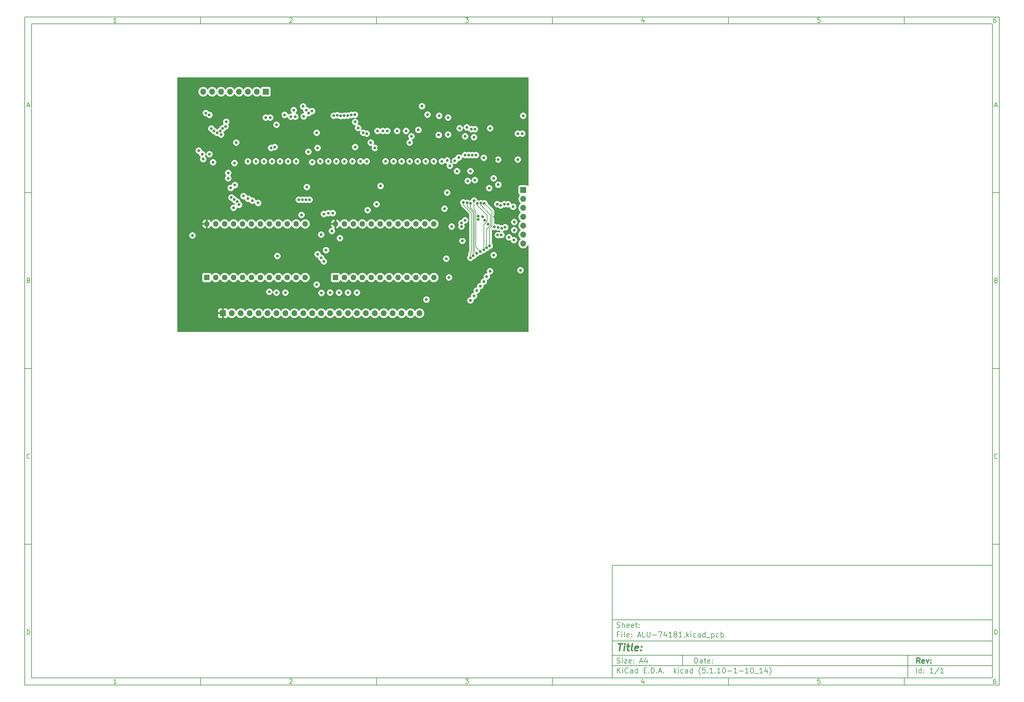
<source format=gbr>
%TF.GenerationSoftware,KiCad,Pcbnew,(5.1.10-1-10_14)*%
%TF.CreationDate,2021-11-14T11:47:48-05:00*%
%TF.ProjectId,ALU-74181,414c552d-3734-4313-9831-2e6b69636164,rev?*%
%TF.SameCoordinates,Original*%
%TF.FileFunction,Copper,L3,Inr*%
%TF.FilePolarity,Positive*%
%FSLAX46Y46*%
G04 Gerber Fmt 4.6, Leading zero omitted, Abs format (unit mm)*
G04 Created by KiCad (PCBNEW (5.1.10-1-10_14)) date 2021-11-14 11:47:48*
%MOMM*%
%LPD*%
G01*
G04 APERTURE LIST*
%ADD10C,0.100000*%
%ADD11C,0.150000*%
%ADD12C,0.300000*%
%ADD13C,0.400000*%
%TA.AperFunction,ComponentPad*%
%ADD14O,1.700000X1.700000*%
%TD*%
%TA.AperFunction,ComponentPad*%
%ADD15R,1.700000X1.700000*%
%TD*%
%TA.AperFunction,ComponentPad*%
%ADD16O,1.600000X1.600000*%
%TD*%
%TA.AperFunction,ComponentPad*%
%ADD17R,1.600000X1.600000*%
%TD*%
%TA.AperFunction,ViaPad*%
%ADD18C,0.800000*%
%TD*%
%TA.AperFunction,Conductor*%
%ADD19C,0.200000*%
%TD*%
%TA.AperFunction,Conductor*%
%ADD20C,0.254000*%
%TD*%
%TA.AperFunction,Conductor*%
%ADD21C,0.100000*%
%TD*%
G04 APERTURE END LIST*
D10*
D11*
X177002200Y-166007200D02*
X177002200Y-198007200D01*
X285002200Y-198007200D01*
X285002200Y-166007200D01*
X177002200Y-166007200D01*
D10*
D11*
X10000000Y-10000000D02*
X10000000Y-200007200D01*
X287002200Y-200007200D01*
X287002200Y-10000000D01*
X10000000Y-10000000D01*
D10*
D11*
X12000000Y-12000000D02*
X12000000Y-198007200D01*
X285002200Y-198007200D01*
X285002200Y-12000000D01*
X12000000Y-12000000D01*
D10*
D11*
X60000000Y-12000000D02*
X60000000Y-10000000D01*
D10*
D11*
X110000000Y-12000000D02*
X110000000Y-10000000D01*
D10*
D11*
X160000000Y-12000000D02*
X160000000Y-10000000D01*
D10*
D11*
X210000000Y-12000000D02*
X210000000Y-10000000D01*
D10*
D11*
X260000000Y-12000000D02*
X260000000Y-10000000D01*
D10*
D11*
X36065476Y-11588095D02*
X35322619Y-11588095D01*
X35694047Y-11588095D02*
X35694047Y-10288095D01*
X35570238Y-10473809D01*
X35446428Y-10597619D01*
X35322619Y-10659523D01*
D10*
D11*
X85322619Y-10411904D02*
X85384523Y-10350000D01*
X85508333Y-10288095D01*
X85817857Y-10288095D01*
X85941666Y-10350000D01*
X86003571Y-10411904D01*
X86065476Y-10535714D01*
X86065476Y-10659523D01*
X86003571Y-10845238D01*
X85260714Y-11588095D01*
X86065476Y-11588095D01*
D10*
D11*
X135260714Y-10288095D02*
X136065476Y-10288095D01*
X135632142Y-10783333D01*
X135817857Y-10783333D01*
X135941666Y-10845238D01*
X136003571Y-10907142D01*
X136065476Y-11030952D01*
X136065476Y-11340476D01*
X136003571Y-11464285D01*
X135941666Y-11526190D01*
X135817857Y-11588095D01*
X135446428Y-11588095D01*
X135322619Y-11526190D01*
X135260714Y-11464285D01*
D10*
D11*
X185941666Y-10721428D02*
X185941666Y-11588095D01*
X185632142Y-10226190D02*
X185322619Y-11154761D01*
X186127380Y-11154761D01*
D10*
D11*
X236003571Y-10288095D02*
X235384523Y-10288095D01*
X235322619Y-10907142D01*
X235384523Y-10845238D01*
X235508333Y-10783333D01*
X235817857Y-10783333D01*
X235941666Y-10845238D01*
X236003571Y-10907142D01*
X236065476Y-11030952D01*
X236065476Y-11340476D01*
X236003571Y-11464285D01*
X235941666Y-11526190D01*
X235817857Y-11588095D01*
X235508333Y-11588095D01*
X235384523Y-11526190D01*
X235322619Y-11464285D01*
D10*
D11*
X285941666Y-10288095D02*
X285694047Y-10288095D01*
X285570238Y-10350000D01*
X285508333Y-10411904D01*
X285384523Y-10597619D01*
X285322619Y-10845238D01*
X285322619Y-11340476D01*
X285384523Y-11464285D01*
X285446428Y-11526190D01*
X285570238Y-11588095D01*
X285817857Y-11588095D01*
X285941666Y-11526190D01*
X286003571Y-11464285D01*
X286065476Y-11340476D01*
X286065476Y-11030952D01*
X286003571Y-10907142D01*
X285941666Y-10845238D01*
X285817857Y-10783333D01*
X285570238Y-10783333D01*
X285446428Y-10845238D01*
X285384523Y-10907142D01*
X285322619Y-11030952D01*
D10*
D11*
X60000000Y-198007200D02*
X60000000Y-200007200D01*
D10*
D11*
X110000000Y-198007200D02*
X110000000Y-200007200D01*
D10*
D11*
X160000000Y-198007200D02*
X160000000Y-200007200D01*
D10*
D11*
X210000000Y-198007200D02*
X210000000Y-200007200D01*
D10*
D11*
X260000000Y-198007200D02*
X260000000Y-200007200D01*
D10*
D11*
X36065476Y-199595295D02*
X35322619Y-199595295D01*
X35694047Y-199595295D02*
X35694047Y-198295295D01*
X35570238Y-198481009D01*
X35446428Y-198604819D01*
X35322619Y-198666723D01*
D10*
D11*
X85322619Y-198419104D02*
X85384523Y-198357200D01*
X85508333Y-198295295D01*
X85817857Y-198295295D01*
X85941666Y-198357200D01*
X86003571Y-198419104D01*
X86065476Y-198542914D01*
X86065476Y-198666723D01*
X86003571Y-198852438D01*
X85260714Y-199595295D01*
X86065476Y-199595295D01*
D10*
D11*
X135260714Y-198295295D02*
X136065476Y-198295295D01*
X135632142Y-198790533D01*
X135817857Y-198790533D01*
X135941666Y-198852438D01*
X136003571Y-198914342D01*
X136065476Y-199038152D01*
X136065476Y-199347676D01*
X136003571Y-199471485D01*
X135941666Y-199533390D01*
X135817857Y-199595295D01*
X135446428Y-199595295D01*
X135322619Y-199533390D01*
X135260714Y-199471485D01*
D10*
D11*
X185941666Y-198728628D02*
X185941666Y-199595295D01*
X185632142Y-198233390D02*
X185322619Y-199161961D01*
X186127380Y-199161961D01*
D10*
D11*
X236003571Y-198295295D02*
X235384523Y-198295295D01*
X235322619Y-198914342D01*
X235384523Y-198852438D01*
X235508333Y-198790533D01*
X235817857Y-198790533D01*
X235941666Y-198852438D01*
X236003571Y-198914342D01*
X236065476Y-199038152D01*
X236065476Y-199347676D01*
X236003571Y-199471485D01*
X235941666Y-199533390D01*
X235817857Y-199595295D01*
X235508333Y-199595295D01*
X235384523Y-199533390D01*
X235322619Y-199471485D01*
D10*
D11*
X285941666Y-198295295D02*
X285694047Y-198295295D01*
X285570238Y-198357200D01*
X285508333Y-198419104D01*
X285384523Y-198604819D01*
X285322619Y-198852438D01*
X285322619Y-199347676D01*
X285384523Y-199471485D01*
X285446428Y-199533390D01*
X285570238Y-199595295D01*
X285817857Y-199595295D01*
X285941666Y-199533390D01*
X286003571Y-199471485D01*
X286065476Y-199347676D01*
X286065476Y-199038152D01*
X286003571Y-198914342D01*
X285941666Y-198852438D01*
X285817857Y-198790533D01*
X285570238Y-198790533D01*
X285446428Y-198852438D01*
X285384523Y-198914342D01*
X285322619Y-199038152D01*
D10*
D11*
X10000000Y-60000000D02*
X12000000Y-60000000D01*
D10*
D11*
X10000000Y-110000000D02*
X12000000Y-110000000D01*
D10*
D11*
X10000000Y-160000000D02*
X12000000Y-160000000D01*
D10*
D11*
X10690476Y-35216666D02*
X11309523Y-35216666D01*
X10566666Y-35588095D02*
X11000000Y-34288095D01*
X11433333Y-35588095D01*
D10*
D11*
X11092857Y-84907142D02*
X11278571Y-84969047D01*
X11340476Y-85030952D01*
X11402380Y-85154761D01*
X11402380Y-85340476D01*
X11340476Y-85464285D01*
X11278571Y-85526190D01*
X11154761Y-85588095D01*
X10659523Y-85588095D01*
X10659523Y-84288095D01*
X11092857Y-84288095D01*
X11216666Y-84350000D01*
X11278571Y-84411904D01*
X11340476Y-84535714D01*
X11340476Y-84659523D01*
X11278571Y-84783333D01*
X11216666Y-84845238D01*
X11092857Y-84907142D01*
X10659523Y-84907142D01*
D10*
D11*
X11402380Y-135464285D02*
X11340476Y-135526190D01*
X11154761Y-135588095D01*
X11030952Y-135588095D01*
X10845238Y-135526190D01*
X10721428Y-135402380D01*
X10659523Y-135278571D01*
X10597619Y-135030952D01*
X10597619Y-134845238D01*
X10659523Y-134597619D01*
X10721428Y-134473809D01*
X10845238Y-134350000D01*
X11030952Y-134288095D01*
X11154761Y-134288095D01*
X11340476Y-134350000D01*
X11402380Y-134411904D01*
D10*
D11*
X10659523Y-185588095D02*
X10659523Y-184288095D01*
X10969047Y-184288095D01*
X11154761Y-184350000D01*
X11278571Y-184473809D01*
X11340476Y-184597619D01*
X11402380Y-184845238D01*
X11402380Y-185030952D01*
X11340476Y-185278571D01*
X11278571Y-185402380D01*
X11154761Y-185526190D01*
X10969047Y-185588095D01*
X10659523Y-185588095D01*
D10*
D11*
X287002200Y-60000000D02*
X285002200Y-60000000D01*
D10*
D11*
X287002200Y-110000000D02*
X285002200Y-110000000D01*
D10*
D11*
X287002200Y-160000000D02*
X285002200Y-160000000D01*
D10*
D11*
X285692676Y-35216666D02*
X286311723Y-35216666D01*
X285568866Y-35588095D02*
X286002200Y-34288095D01*
X286435533Y-35588095D01*
D10*
D11*
X286095057Y-84907142D02*
X286280771Y-84969047D01*
X286342676Y-85030952D01*
X286404580Y-85154761D01*
X286404580Y-85340476D01*
X286342676Y-85464285D01*
X286280771Y-85526190D01*
X286156961Y-85588095D01*
X285661723Y-85588095D01*
X285661723Y-84288095D01*
X286095057Y-84288095D01*
X286218866Y-84350000D01*
X286280771Y-84411904D01*
X286342676Y-84535714D01*
X286342676Y-84659523D01*
X286280771Y-84783333D01*
X286218866Y-84845238D01*
X286095057Y-84907142D01*
X285661723Y-84907142D01*
D10*
D11*
X286404580Y-135464285D02*
X286342676Y-135526190D01*
X286156961Y-135588095D01*
X286033152Y-135588095D01*
X285847438Y-135526190D01*
X285723628Y-135402380D01*
X285661723Y-135278571D01*
X285599819Y-135030952D01*
X285599819Y-134845238D01*
X285661723Y-134597619D01*
X285723628Y-134473809D01*
X285847438Y-134350000D01*
X286033152Y-134288095D01*
X286156961Y-134288095D01*
X286342676Y-134350000D01*
X286404580Y-134411904D01*
D10*
D11*
X285661723Y-185588095D02*
X285661723Y-184288095D01*
X285971247Y-184288095D01*
X286156961Y-184350000D01*
X286280771Y-184473809D01*
X286342676Y-184597619D01*
X286404580Y-184845238D01*
X286404580Y-185030952D01*
X286342676Y-185278571D01*
X286280771Y-185402380D01*
X286156961Y-185526190D01*
X285971247Y-185588095D01*
X285661723Y-185588095D01*
D10*
D11*
X200434342Y-193785771D02*
X200434342Y-192285771D01*
X200791485Y-192285771D01*
X201005771Y-192357200D01*
X201148628Y-192500057D01*
X201220057Y-192642914D01*
X201291485Y-192928628D01*
X201291485Y-193142914D01*
X201220057Y-193428628D01*
X201148628Y-193571485D01*
X201005771Y-193714342D01*
X200791485Y-193785771D01*
X200434342Y-193785771D01*
X202577200Y-193785771D02*
X202577200Y-193000057D01*
X202505771Y-192857200D01*
X202362914Y-192785771D01*
X202077200Y-192785771D01*
X201934342Y-192857200D01*
X202577200Y-193714342D02*
X202434342Y-193785771D01*
X202077200Y-193785771D01*
X201934342Y-193714342D01*
X201862914Y-193571485D01*
X201862914Y-193428628D01*
X201934342Y-193285771D01*
X202077200Y-193214342D01*
X202434342Y-193214342D01*
X202577200Y-193142914D01*
X203077200Y-192785771D02*
X203648628Y-192785771D01*
X203291485Y-192285771D02*
X203291485Y-193571485D01*
X203362914Y-193714342D01*
X203505771Y-193785771D01*
X203648628Y-193785771D01*
X204720057Y-193714342D02*
X204577200Y-193785771D01*
X204291485Y-193785771D01*
X204148628Y-193714342D01*
X204077200Y-193571485D01*
X204077200Y-193000057D01*
X204148628Y-192857200D01*
X204291485Y-192785771D01*
X204577200Y-192785771D01*
X204720057Y-192857200D01*
X204791485Y-193000057D01*
X204791485Y-193142914D01*
X204077200Y-193285771D01*
X205434342Y-193642914D02*
X205505771Y-193714342D01*
X205434342Y-193785771D01*
X205362914Y-193714342D01*
X205434342Y-193642914D01*
X205434342Y-193785771D01*
X205434342Y-192857200D02*
X205505771Y-192928628D01*
X205434342Y-193000057D01*
X205362914Y-192928628D01*
X205434342Y-192857200D01*
X205434342Y-193000057D01*
D10*
D11*
X177002200Y-194507200D02*
X285002200Y-194507200D01*
D10*
D11*
X178434342Y-196585771D02*
X178434342Y-195085771D01*
X179291485Y-196585771D02*
X178648628Y-195728628D01*
X179291485Y-195085771D02*
X178434342Y-195942914D01*
X179934342Y-196585771D02*
X179934342Y-195585771D01*
X179934342Y-195085771D02*
X179862914Y-195157200D01*
X179934342Y-195228628D01*
X180005771Y-195157200D01*
X179934342Y-195085771D01*
X179934342Y-195228628D01*
X181505771Y-196442914D02*
X181434342Y-196514342D01*
X181220057Y-196585771D01*
X181077200Y-196585771D01*
X180862914Y-196514342D01*
X180720057Y-196371485D01*
X180648628Y-196228628D01*
X180577200Y-195942914D01*
X180577200Y-195728628D01*
X180648628Y-195442914D01*
X180720057Y-195300057D01*
X180862914Y-195157200D01*
X181077200Y-195085771D01*
X181220057Y-195085771D01*
X181434342Y-195157200D01*
X181505771Y-195228628D01*
X182791485Y-196585771D02*
X182791485Y-195800057D01*
X182720057Y-195657200D01*
X182577200Y-195585771D01*
X182291485Y-195585771D01*
X182148628Y-195657200D01*
X182791485Y-196514342D02*
X182648628Y-196585771D01*
X182291485Y-196585771D01*
X182148628Y-196514342D01*
X182077200Y-196371485D01*
X182077200Y-196228628D01*
X182148628Y-196085771D01*
X182291485Y-196014342D01*
X182648628Y-196014342D01*
X182791485Y-195942914D01*
X184148628Y-196585771D02*
X184148628Y-195085771D01*
X184148628Y-196514342D02*
X184005771Y-196585771D01*
X183720057Y-196585771D01*
X183577200Y-196514342D01*
X183505771Y-196442914D01*
X183434342Y-196300057D01*
X183434342Y-195871485D01*
X183505771Y-195728628D01*
X183577200Y-195657200D01*
X183720057Y-195585771D01*
X184005771Y-195585771D01*
X184148628Y-195657200D01*
X186005771Y-195800057D02*
X186505771Y-195800057D01*
X186720057Y-196585771D02*
X186005771Y-196585771D01*
X186005771Y-195085771D01*
X186720057Y-195085771D01*
X187362914Y-196442914D02*
X187434342Y-196514342D01*
X187362914Y-196585771D01*
X187291485Y-196514342D01*
X187362914Y-196442914D01*
X187362914Y-196585771D01*
X188077200Y-196585771D02*
X188077200Y-195085771D01*
X188434342Y-195085771D01*
X188648628Y-195157200D01*
X188791485Y-195300057D01*
X188862914Y-195442914D01*
X188934342Y-195728628D01*
X188934342Y-195942914D01*
X188862914Y-196228628D01*
X188791485Y-196371485D01*
X188648628Y-196514342D01*
X188434342Y-196585771D01*
X188077200Y-196585771D01*
X189577200Y-196442914D02*
X189648628Y-196514342D01*
X189577200Y-196585771D01*
X189505771Y-196514342D01*
X189577200Y-196442914D01*
X189577200Y-196585771D01*
X190220057Y-196157200D02*
X190934342Y-196157200D01*
X190077200Y-196585771D02*
X190577200Y-195085771D01*
X191077200Y-196585771D01*
X191577200Y-196442914D02*
X191648628Y-196514342D01*
X191577200Y-196585771D01*
X191505771Y-196514342D01*
X191577200Y-196442914D01*
X191577200Y-196585771D01*
X194577200Y-196585771D02*
X194577200Y-195085771D01*
X194720057Y-196014342D02*
X195148628Y-196585771D01*
X195148628Y-195585771D02*
X194577200Y-196157200D01*
X195791485Y-196585771D02*
X195791485Y-195585771D01*
X195791485Y-195085771D02*
X195720057Y-195157200D01*
X195791485Y-195228628D01*
X195862914Y-195157200D01*
X195791485Y-195085771D01*
X195791485Y-195228628D01*
X197148628Y-196514342D02*
X197005771Y-196585771D01*
X196720057Y-196585771D01*
X196577200Y-196514342D01*
X196505771Y-196442914D01*
X196434342Y-196300057D01*
X196434342Y-195871485D01*
X196505771Y-195728628D01*
X196577200Y-195657200D01*
X196720057Y-195585771D01*
X197005771Y-195585771D01*
X197148628Y-195657200D01*
X198434342Y-196585771D02*
X198434342Y-195800057D01*
X198362914Y-195657200D01*
X198220057Y-195585771D01*
X197934342Y-195585771D01*
X197791485Y-195657200D01*
X198434342Y-196514342D02*
X198291485Y-196585771D01*
X197934342Y-196585771D01*
X197791485Y-196514342D01*
X197720057Y-196371485D01*
X197720057Y-196228628D01*
X197791485Y-196085771D01*
X197934342Y-196014342D01*
X198291485Y-196014342D01*
X198434342Y-195942914D01*
X199791485Y-196585771D02*
X199791485Y-195085771D01*
X199791485Y-196514342D02*
X199648628Y-196585771D01*
X199362914Y-196585771D01*
X199220057Y-196514342D01*
X199148628Y-196442914D01*
X199077200Y-196300057D01*
X199077200Y-195871485D01*
X199148628Y-195728628D01*
X199220057Y-195657200D01*
X199362914Y-195585771D01*
X199648628Y-195585771D01*
X199791485Y-195657200D01*
X202077200Y-197157200D02*
X202005771Y-197085771D01*
X201862914Y-196871485D01*
X201791485Y-196728628D01*
X201720057Y-196514342D01*
X201648628Y-196157200D01*
X201648628Y-195871485D01*
X201720057Y-195514342D01*
X201791485Y-195300057D01*
X201862914Y-195157200D01*
X202005771Y-194942914D01*
X202077200Y-194871485D01*
X203362914Y-195085771D02*
X202648628Y-195085771D01*
X202577200Y-195800057D01*
X202648628Y-195728628D01*
X202791485Y-195657200D01*
X203148628Y-195657200D01*
X203291485Y-195728628D01*
X203362914Y-195800057D01*
X203434342Y-195942914D01*
X203434342Y-196300057D01*
X203362914Y-196442914D01*
X203291485Y-196514342D01*
X203148628Y-196585771D01*
X202791485Y-196585771D01*
X202648628Y-196514342D01*
X202577200Y-196442914D01*
X204077200Y-196442914D02*
X204148628Y-196514342D01*
X204077200Y-196585771D01*
X204005771Y-196514342D01*
X204077200Y-196442914D01*
X204077200Y-196585771D01*
X205577200Y-196585771D02*
X204720057Y-196585771D01*
X205148628Y-196585771D02*
X205148628Y-195085771D01*
X205005771Y-195300057D01*
X204862914Y-195442914D01*
X204720057Y-195514342D01*
X206220057Y-196442914D02*
X206291485Y-196514342D01*
X206220057Y-196585771D01*
X206148628Y-196514342D01*
X206220057Y-196442914D01*
X206220057Y-196585771D01*
X207720057Y-196585771D02*
X206862914Y-196585771D01*
X207291485Y-196585771D02*
X207291485Y-195085771D01*
X207148628Y-195300057D01*
X207005771Y-195442914D01*
X206862914Y-195514342D01*
X208648628Y-195085771D02*
X208791485Y-195085771D01*
X208934342Y-195157200D01*
X209005771Y-195228628D01*
X209077200Y-195371485D01*
X209148628Y-195657200D01*
X209148628Y-196014342D01*
X209077200Y-196300057D01*
X209005771Y-196442914D01*
X208934342Y-196514342D01*
X208791485Y-196585771D01*
X208648628Y-196585771D01*
X208505771Y-196514342D01*
X208434342Y-196442914D01*
X208362914Y-196300057D01*
X208291485Y-196014342D01*
X208291485Y-195657200D01*
X208362914Y-195371485D01*
X208434342Y-195228628D01*
X208505771Y-195157200D01*
X208648628Y-195085771D01*
X209791485Y-196014342D02*
X210934342Y-196014342D01*
X212434342Y-196585771D02*
X211577200Y-196585771D01*
X212005771Y-196585771D02*
X212005771Y-195085771D01*
X211862914Y-195300057D01*
X211720057Y-195442914D01*
X211577200Y-195514342D01*
X213077200Y-196014342D02*
X214220057Y-196014342D01*
X215720057Y-196585771D02*
X214862914Y-196585771D01*
X215291485Y-196585771D02*
X215291485Y-195085771D01*
X215148628Y-195300057D01*
X215005771Y-195442914D01*
X214862914Y-195514342D01*
X216648628Y-195085771D02*
X216791485Y-195085771D01*
X216934342Y-195157200D01*
X217005771Y-195228628D01*
X217077200Y-195371485D01*
X217148628Y-195657200D01*
X217148628Y-196014342D01*
X217077200Y-196300057D01*
X217005771Y-196442914D01*
X216934342Y-196514342D01*
X216791485Y-196585771D01*
X216648628Y-196585771D01*
X216505771Y-196514342D01*
X216434342Y-196442914D01*
X216362914Y-196300057D01*
X216291485Y-196014342D01*
X216291485Y-195657200D01*
X216362914Y-195371485D01*
X216434342Y-195228628D01*
X216505771Y-195157200D01*
X216648628Y-195085771D01*
X217434342Y-196728628D02*
X218577200Y-196728628D01*
X219720057Y-196585771D02*
X218862914Y-196585771D01*
X219291485Y-196585771D02*
X219291485Y-195085771D01*
X219148628Y-195300057D01*
X219005771Y-195442914D01*
X218862914Y-195514342D01*
X221005771Y-195585771D02*
X221005771Y-196585771D01*
X220648628Y-195014342D02*
X220291485Y-196085771D01*
X221220057Y-196085771D01*
X221648628Y-197157200D02*
X221720057Y-197085771D01*
X221862914Y-196871485D01*
X221934342Y-196728628D01*
X222005771Y-196514342D01*
X222077200Y-196157200D01*
X222077200Y-195871485D01*
X222005771Y-195514342D01*
X221934342Y-195300057D01*
X221862914Y-195157200D01*
X221720057Y-194942914D01*
X221648628Y-194871485D01*
D10*
D11*
X177002200Y-191507200D02*
X285002200Y-191507200D01*
D10*
D12*
X264411485Y-193785771D02*
X263911485Y-193071485D01*
X263554342Y-193785771D02*
X263554342Y-192285771D01*
X264125771Y-192285771D01*
X264268628Y-192357200D01*
X264340057Y-192428628D01*
X264411485Y-192571485D01*
X264411485Y-192785771D01*
X264340057Y-192928628D01*
X264268628Y-193000057D01*
X264125771Y-193071485D01*
X263554342Y-193071485D01*
X265625771Y-193714342D02*
X265482914Y-193785771D01*
X265197200Y-193785771D01*
X265054342Y-193714342D01*
X264982914Y-193571485D01*
X264982914Y-193000057D01*
X265054342Y-192857200D01*
X265197200Y-192785771D01*
X265482914Y-192785771D01*
X265625771Y-192857200D01*
X265697200Y-193000057D01*
X265697200Y-193142914D01*
X264982914Y-193285771D01*
X266197200Y-192785771D02*
X266554342Y-193785771D01*
X266911485Y-192785771D01*
X267482914Y-193642914D02*
X267554342Y-193714342D01*
X267482914Y-193785771D01*
X267411485Y-193714342D01*
X267482914Y-193642914D01*
X267482914Y-193785771D01*
X267482914Y-192857200D02*
X267554342Y-192928628D01*
X267482914Y-193000057D01*
X267411485Y-192928628D01*
X267482914Y-192857200D01*
X267482914Y-193000057D01*
D10*
D11*
X178362914Y-193714342D02*
X178577200Y-193785771D01*
X178934342Y-193785771D01*
X179077200Y-193714342D01*
X179148628Y-193642914D01*
X179220057Y-193500057D01*
X179220057Y-193357200D01*
X179148628Y-193214342D01*
X179077200Y-193142914D01*
X178934342Y-193071485D01*
X178648628Y-193000057D01*
X178505771Y-192928628D01*
X178434342Y-192857200D01*
X178362914Y-192714342D01*
X178362914Y-192571485D01*
X178434342Y-192428628D01*
X178505771Y-192357200D01*
X178648628Y-192285771D01*
X179005771Y-192285771D01*
X179220057Y-192357200D01*
X179862914Y-193785771D02*
X179862914Y-192785771D01*
X179862914Y-192285771D02*
X179791485Y-192357200D01*
X179862914Y-192428628D01*
X179934342Y-192357200D01*
X179862914Y-192285771D01*
X179862914Y-192428628D01*
X180434342Y-192785771D02*
X181220057Y-192785771D01*
X180434342Y-193785771D01*
X181220057Y-193785771D01*
X182362914Y-193714342D02*
X182220057Y-193785771D01*
X181934342Y-193785771D01*
X181791485Y-193714342D01*
X181720057Y-193571485D01*
X181720057Y-193000057D01*
X181791485Y-192857200D01*
X181934342Y-192785771D01*
X182220057Y-192785771D01*
X182362914Y-192857200D01*
X182434342Y-193000057D01*
X182434342Y-193142914D01*
X181720057Y-193285771D01*
X183077200Y-193642914D02*
X183148628Y-193714342D01*
X183077200Y-193785771D01*
X183005771Y-193714342D01*
X183077200Y-193642914D01*
X183077200Y-193785771D01*
X183077200Y-192857200D02*
X183148628Y-192928628D01*
X183077200Y-193000057D01*
X183005771Y-192928628D01*
X183077200Y-192857200D01*
X183077200Y-193000057D01*
X184862914Y-193357200D02*
X185577200Y-193357200D01*
X184720057Y-193785771D02*
X185220057Y-192285771D01*
X185720057Y-193785771D01*
X186862914Y-192785771D02*
X186862914Y-193785771D01*
X186505771Y-192214342D02*
X186148628Y-193285771D01*
X187077200Y-193285771D01*
D10*
D11*
X263434342Y-196585771D02*
X263434342Y-195085771D01*
X264791485Y-196585771D02*
X264791485Y-195085771D01*
X264791485Y-196514342D02*
X264648628Y-196585771D01*
X264362914Y-196585771D01*
X264220057Y-196514342D01*
X264148628Y-196442914D01*
X264077200Y-196300057D01*
X264077200Y-195871485D01*
X264148628Y-195728628D01*
X264220057Y-195657200D01*
X264362914Y-195585771D01*
X264648628Y-195585771D01*
X264791485Y-195657200D01*
X265505771Y-196442914D02*
X265577200Y-196514342D01*
X265505771Y-196585771D01*
X265434342Y-196514342D01*
X265505771Y-196442914D01*
X265505771Y-196585771D01*
X265505771Y-195657200D02*
X265577200Y-195728628D01*
X265505771Y-195800057D01*
X265434342Y-195728628D01*
X265505771Y-195657200D01*
X265505771Y-195800057D01*
X268148628Y-196585771D02*
X267291485Y-196585771D01*
X267720057Y-196585771D02*
X267720057Y-195085771D01*
X267577200Y-195300057D01*
X267434342Y-195442914D01*
X267291485Y-195514342D01*
X269862914Y-195014342D02*
X268577200Y-196942914D01*
X271148628Y-196585771D02*
X270291485Y-196585771D01*
X270720057Y-196585771D02*
X270720057Y-195085771D01*
X270577200Y-195300057D01*
X270434342Y-195442914D01*
X270291485Y-195514342D01*
D10*
D11*
X177002200Y-187507200D02*
X285002200Y-187507200D01*
D10*
D13*
X178714580Y-188211961D02*
X179857438Y-188211961D01*
X179036009Y-190211961D02*
X179286009Y-188211961D01*
X180274104Y-190211961D02*
X180440771Y-188878628D01*
X180524104Y-188211961D02*
X180416961Y-188307200D01*
X180500295Y-188402438D01*
X180607438Y-188307200D01*
X180524104Y-188211961D01*
X180500295Y-188402438D01*
X181107438Y-188878628D02*
X181869342Y-188878628D01*
X181476485Y-188211961D02*
X181262200Y-189926247D01*
X181333628Y-190116723D01*
X181512200Y-190211961D01*
X181702676Y-190211961D01*
X182655057Y-190211961D02*
X182476485Y-190116723D01*
X182405057Y-189926247D01*
X182619342Y-188211961D01*
X184190771Y-190116723D02*
X183988390Y-190211961D01*
X183607438Y-190211961D01*
X183428866Y-190116723D01*
X183357438Y-189926247D01*
X183452676Y-189164342D01*
X183571723Y-188973866D01*
X183774104Y-188878628D01*
X184155057Y-188878628D01*
X184333628Y-188973866D01*
X184405057Y-189164342D01*
X184381247Y-189354819D01*
X183405057Y-189545295D01*
X185155057Y-190021485D02*
X185238390Y-190116723D01*
X185131247Y-190211961D01*
X185047914Y-190116723D01*
X185155057Y-190021485D01*
X185131247Y-190211961D01*
X185286009Y-188973866D02*
X185369342Y-189069104D01*
X185262200Y-189164342D01*
X185178866Y-189069104D01*
X185286009Y-188973866D01*
X185262200Y-189164342D01*
D10*
D11*
X178934342Y-185600057D02*
X178434342Y-185600057D01*
X178434342Y-186385771D02*
X178434342Y-184885771D01*
X179148628Y-184885771D01*
X179720057Y-186385771D02*
X179720057Y-185385771D01*
X179720057Y-184885771D02*
X179648628Y-184957200D01*
X179720057Y-185028628D01*
X179791485Y-184957200D01*
X179720057Y-184885771D01*
X179720057Y-185028628D01*
X180648628Y-186385771D02*
X180505771Y-186314342D01*
X180434342Y-186171485D01*
X180434342Y-184885771D01*
X181791485Y-186314342D02*
X181648628Y-186385771D01*
X181362914Y-186385771D01*
X181220057Y-186314342D01*
X181148628Y-186171485D01*
X181148628Y-185600057D01*
X181220057Y-185457200D01*
X181362914Y-185385771D01*
X181648628Y-185385771D01*
X181791485Y-185457200D01*
X181862914Y-185600057D01*
X181862914Y-185742914D01*
X181148628Y-185885771D01*
X182505771Y-186242914D02*
X182577200Y-186314342D01*
X182505771Y-186385771D01*
X182434342Y-186314342D01*
X182505771Y-186242914D01*
X182505771Y-186385771D01*
X182505771Y-185457200D02*
X182577200Y-185528628D01*
X182505771Y-185600057D01*
X182434342Y-185528628D01*
X182505771Y-185457200D01*
X182505771Y-185600057D01*
X184291485Y-185957200D02*
X185005771Y-185957200D01*
X184148628Y-186385771D02*
X184648628Y-184885771D01*
X185148628Y-186385771D01*
X186362914Y-186385771D02*
X185648628Y-186385771D01*
X185648628Y-184885771D01*
X186862914Y-184885771D02*
X186862914Y-186100057D01*
X186934342Y-186242914D01*
X187005771Y-186314342D01*
X187148628Y-186385771D01*
X187434342Y-186385771D01*
X187577200Y-186314342D01*
X187648628Y-186242914D01*
X187720057Y-186100057D01*
X187720057Y-184885771D01*
X188434342Y-185814342D02*
X189577200Y-185814342D01*
X190148628Y-184885771D02*
X191148628Y-184885771D01*
X190505771Y-186385771D01*
X192362914Y-185385771D02*
X192362914Y-186385771D01*
X192005771Y-184814342D02*
X191648628Y-185885771D01*
X192577200Y-185885771D01*
X193934342Y-186385771D02*
X193077200Y-186385771D01*
X193505771Y-186385771D02*
X193505771Y-184885771D01*
X193362914Y-185100057D01*
X193220057Y-185242914D01*
X193077200Y-185314342D01*
X194791485Y-185528628D02*
X194648628Y-185457200D01*
X194577200Y-185385771D01*
X194505771Y-185242914D01*
X194505771Y-185171485D01*
X194577200Y-185028628D01*
X194648628Y-184957200D01*
X194791485Y-184885771D01*
X195077200Y-184885771D01*
X195220057Y-184957200D01*
X195291485Y-185028628D01*
X195362914Y-185171485D01*
X195362914Y-185242914D01*
X195291485Y-185385771D01*
X195220057Y-185457200D01*
X195077200Y-185528628D01*
X194791485Y-185528628D01*
X194648628Y-185600057D01*
X194577200Y-185671485D01*
X194505771Y-185814342D01*
X194505771Y-186100057D01*
X194577200Y-186242914D01*
X194648628Y-186314342D01*
X194791485Y-186385771D01*
X195077200Y-186385771D01*
X195220057Y-186314342D01*
X195291485Y-186242914D01*
X195362914Y-186100057D01*
X195362914Y-185814342D01*
X195291485Y-185671485D01*
X195220057Y-185600057D01*
X195077200Y-185528628D01*
X196791485Y-186385771D02*
X195934342Y-186385771D01*
X196362914Y-186385771D02*
X196362914Y-184885771D01*
X196220057Y-185100057D01*
X196077200Y-185242914D01*
X195934342Y-185314342D01*
X197434342Y-186242914D02*
X197505771Y-186314342D01*
X197434342Y-186385771D01*
X197362914Y-186314342D01*
X197434342Y-186242914D01*
X197434342Y-186385771D01*
X198148628Y-186385771D02*
X198148628Y-184885771D01*
X198291485Y-185814342D02*
X198720057Y-186385771D01*
X198720057Y-185385771D02*
X198148628Y-185957200D01*
X199362914Y-186385771D02*
X199362914Y-185385771D01*
X199362914Y-184885771D02*
X199291485Y-184957200D01*
X199362914Y-185028628D01*
X199434342Y-184957200D01*
X199362914Y-184885771D01*
X199362914Y-185028628D01*
X200720057Y-186314342D02*
X200577200Y-186385771D01*
X200291485Y-186385771D01*
X200148628Y-186314342D01*
X200077200Y-186242914D01*
X200005771Y-186100057D01*
X200005771Y-185671485D01*
X200077200Y-185528628D01*
X200148628Y-185457200D01*
X200291485Y-185385771D01*
X200577200Y-185385771D01*
X200720057Y-185457200D01*
X202005771Y-186385771D02*
X202005771Y-185600057D01*
X201934342Y-185457200D01*
X201791485Y-185385771D01*
X201505771Y-185385771D01*
X201362914Y-185457200D01*
X202005771Y-186314342D02*
X201862914Y-186385771D01*
X201505771Y-186385771D01*
X201362914Y-186314342D01*
X201291485Y-186171485D01*
X201291485Y-186028628D01*
X201362914Y-185885771D01*
X201505771Y-185814342D01*
X201862914Y-185814342D01*
X202005771Y-185742914D01*
X203362914Y-186385771D02*
X203362914Y-184885771D01*
X203362914Y-186314342D02*
X203220057Y-186385771D01*
X202934342Y-186385771D01*
X202791485Y-186314342D01*
X202720057Y-186242914D01*
X202648628Y-186100057D01*
X202648628Y-185671485D01*
X202720057Y-185528628D01*
X202791485Y-185457200D01*
X202934342Y-185385771D01*
X203220057Y-185385771D01*
X203362914Y-185457200D01*
X203720057Y-186528628D02*
X204862914Y-186528628D01*
X205220057Y-185385771D02*
X205220057Y-186885771D01*
X205220057Y-185457200D02*
X205362914Y-185385771D01*
X205648628Y-185385771D01*
X205791485Y-185457200D01*
X205862914Y-185528628D01*
X205934342Y-185671485D01*
X205934342Y-186100057D01*
X205862914Y-186242914D01*
X205791485Y-186314342D01*
X205648628Y-186385771D01*
X205362914Y-186385771D01*
X205220057Y-186314342D01*
X207220057Y-186314342D02*
X207077200Y-186385771D01*
X206791485Y-186385771D01*
X206648628Y-186314342D01*
X206577200Y-186242914D01*
X206505771Y-186100057D01*
X206505771Y-185671485D01*
X206577200Y-185528628D01*
X206648628Y-185457200D01*
X206791485Y-185385771D01*
X207077200Y-185385771D01*
X207220057Y-185457200D01*
X207862914Y-186385771D02*
X207862914Y-184885771D01*
X207862914Y-185457200D02*
X208005771Y-185385771D01*
X208291485Y-185385771D01*
X208434342Y-185457200D01*
X208505771Y-185528628D01*
X208577200Y-185671485D01*
X208577200Y-186100057D01*
X208505771Y-186242914D01*
X208434342Y-186314342D01*
X208291485Y-186385771D01*
X208005771Y-186385771D01*
X207862914Y-186314342D01*
D10*
D11*
X177002200Y-181507200D02*
X285002200Y-181507200D01*
D10*
D11*
X178362914Y-183614342D02*
X178577200Y-183685771D01*
X178934342Y-183685771D01*
X179077200Y-183614342D01*
X179148628Y-183542914D01*
X179220057Y-183400057D01*
X179220057Y-183257200D01*
X179148628Y-183114342D01*
X179077200Y-183042914D01*
X178934342Y-182971485D01*
X178648628Y-182900057D01*
X178505771Y-182828628D01*
X178434342Y-182757200D01*
X178362914Y-182614342D01*
X178362914Y-182471485D01*
X178434342Y-182328628D01*
X178505771Y-182257200D01*
X178648628Y-182185771D01*
X179005771Y-182185771D01*
X179220057Y-182257200D01*
X179862914Y-183685771D02*
X179862914Y-182185771D01*
X180505771Y-183685771D02*
X180505771Y-182900057D01*
X180434342Y-182757200D01*
X180291485Y-182685771D01*
X180077200Y-182685771D01*
X179934342Y-182757200D01*
X179862914Y-182828628D01*
X181791485Y-183614342D02*
X181648628Y-183685771D01*
X181362914Y-183685771D01*
X181220057Y-183614342D01*
X181148628Y-183471485D01*
X181148628Y-182900057D01*
X181220057Y-182757200D01*
X181362914Y-182685771D01*
X181648628Y-182685771D01*
X181791485Y-182757200D01*
X181862914Y-182900057D01*
X181862914Y-183042914D01*
X181148628Y-183185771D01*
X183077200Y-183614342D02*
X182934342Y-183685771D01*
X182648628Y-183685771D01*
X182505771Y-183614342D01*
X182434342Y-183471485D01*
X182434342Y-182900057D01*
X182505771Y-182757200D01*
X182648628Y-182685771D01*
X182934342Y-182685771D01*
X183077200Y-182757200D01*
X183148628Y-182900057D01*
X183148628Y-183042914D01*
X182434342Y-183185771D01*
X183577200Y-182685771D02*
X184148628Y-182685771D01*
X183791485Y-182185771D02*
X183791485Y-183471485D01*
X183862914Y-183614342D01*
X184005771Y-183685771D01*
X184148628Y-183685771D01*
X184648628Y-183542914D02*
X184720057Y-183614342D01*
X184648628Y-183685771D01*
X184577200Y-183614342D01*
X184648628Y-183542914D01*
X184648628Y-183685771D01*
X184648628Y-182757200D02*
X184720057Y-182828628D01*
X184648628Y-182900057D01*
X184577200Y-182828628D01*
X184648628Y-182757200D01*
X184648628Y-182900057D01*
D10*
D11*
X197002200Y-191507200D02*
X197002200Y-194507200D01*
D10*
D11*
X261002200Y-191507200D02*
X261002200Y-198007200D01*
D14*
%TO.N,FLAG_IN_0*%
%TO.C,J3*%
X151638000Y-74422000D03*
%TO.N,FLAG_IN_1*%
X151638000Y-71882000D03*
%TO.N,FLAG_IN_2*%
X151638000Y-69342000D03*
%TO.N,FLAG_IN_3*%
X151638000Y-66802000D03*
%TO.N,FLAG_IN_4*%
X151638000Y-64262000D03*
%TO.N,FLAG_IN_5*%
X151638000Y-61722000D03*
D15*
%TO.N,FLAG_IN_6*%
X151638000Y-59182000D03*
%TD*%
D14*
%TO.N,FLAG_REG_IN*%
%TO.C,J2*%
X122174000Y-94234000D03*
%TO.N,CF*%
X119634000Y-94234000D03*
%TO.N,OF*%
X117094000Y-94234000D03*
%TO.N,SF*%
X114554000Y-94234000D03*
%TO.N,ZF*%
X112014000Y-94234000D03*
%TO.N,LTF*%
X109474000Y-94234000D03*
%TO.N,GTF*%
X106934000Y-94234000D03*
%TO.N,EQF*%
X104394000Y-94234000D03*
%TO.N,ALU_MODE*%
X101854000Y-94234000D03*
%TO.N,ALU_F0*%
X99314000Y-94234000D03*
%TO.N,ALU_F1*%
X96774000Y-94234000D03*
%TO.N,ALU_F2*%
X94234000Y-94234000D03*
%TO.N,ALU_F3*%
X91694000Y-94234000D03*
%TO.N,ALU_CARRY_IN*%
X89154000Y-94234000D03*
%TO.N,~ALU_OUT*%
X86614000Y-94234000D03*
%TO.N,LOAD_B*%
X84074000Y-94234000D03*
%TO.N,A_SHL*%
X81534000Y-94234000D03*
%TO.N,A_SHR*%
X78994000Y-94234000D03*
%TO.N,~A_OUT*%
X76454000Y-94234000D03*
%TO.N,~RESET*%
X73914000Y-94234000D03*
%TO.N,CLOCK*%
X71374000Y-94234000D03*
%TO.N,GND*%
X68834000Y-94234000D03*
D15*
%TO.N,VCC*%
X66294000Y-94234000D03*
%TD*%
D16*
%TO.N,VCC*%
%TO.C,U8*%
X98298000Y-68834000D03*
%TO.N,GND*%
X126238000Y-84074000D03*
%TO.N,/A1*%
X100838000Y-68834000D03*
%TO.N,/ALU2*%
X123698000Y-84074000D03*
%TO.N,/B1*%
X103378000Y-68834000D03*
%TO.N,/ALU1*%
X121158000Y-84074000D03*
%TO.N,/A2*%
X105918000Y-68834000D03*
%TO.N,/ALU0*%
X118618000Y-84074000D03*
%TO.N,/B2*%
X108458000Y-68834000D03*
%TO.N,ALU_MODE*%
X116078000Y-84074000D03*
%TO.N,/A3*%
X110998000Y-68834000D03*
%TO.N,ALU_CARRY_IN*%
X113538000Y-84074000D03*
%TO.N,/B3*%
X113538000Y-68834000D03*
%TO.N,ALU_F0*%
X110998000Y-84074000D03*
%TO.N,Net-(U8-Pad17)*%
X116078000Y-68834000D03*
%TO.N,ALU_F1*%
X108458000Y-84074000D03*
%TO.N,Net-(U6-Pad7)*%
X118618000Y-68834000D03*
%TO.N,ALU_F2*%
X105918000Y-84074000D03*
%TO.N,Net-(U8-Pad15)*%
X121158000Y-68834000D03*
%TO.N,ALU_F3*%
X103378000Y-84074000D03*
%TO.N,Net-(U8-Pad14)*%
X123698000Y-68834000D03*
%TO.N,/A0*%
X100838000Y-84074000D03*
%TO.N,/ALU3*%
X126238000Y-68834000D03*
D17*
%TO.N,/B0*%
X98298000Y-84074000D03*
%TD*%
D16*
%TO.N,VCC*%
%TO.C,U6*%
X61722000Y-68834000D03*
%TO.N,GND*%
X89662000Y-84074000D03*
%TO.N,/A5*%
X64262000Y-68834000D03*
%TO.N,/ALU6*%
X87122000Y-84074000D03*
%TO.N,/B5*%
X66802000Y-68834000D03*
%TO.N,/ALU5*%
X84582000Y-84074000D03*
%TO.N,/A6*%
X69342000Y-68834000D03*
%TO.N,/ALU4*%
X82042000Y-84074000D03*
%TO.N,/B6*%
X71882000Y-68834000D03*
%TO.N,ALU_MODE*%
X79502000Y-84074000D03*
%TO.N,/A7*%
X74422000Y-68834000D03*
%TO.N,Net-(U6-Pad7)*%
X76962000Y-84074000D03*
%TO.N,/B7*%
X76962000Y-68834000D03*
%TO.N,ALU_F0*%
X74422000Y-84074000D03*
%TO.N,Net-(U6-Pad17)*%
X79502000Y-68834000D03*
%TO.N,ALU_F1*%
X71882000Y-84074000D03*
%TO.N,ALU_CARRY_OUT*%
X82042000Y-68834000D03*
%TO.N,ALU_F2*%
X69342000Y-84074000D03*
%TO.N,Net-(U6-Pad15)*%
X84582000Y-68834000D03*
%TO.N,ALU_F3*%
X66802000Y-84074000D03*
%TO.N,Net-(U6-Pad14)*%
X87122000Y-68834000D03*
%TO.N,/A4*%
X64262000Y-84074000D03*
%TO.N,/ALU7*%
X89662000Y-68834000D03*
D17*
%TO.N,/B4*%
X61722000Y-84074000D03*
%TD*%
D14*
%TO.N,BUS7*%
%TO.C,J1*%
X60706000Y-31242000D03*
%TO.N,BUS6*%
X63246000Y-31242000D03*
%TO.N,BUS5*%
X65786000Y-31242000D03*
%TO.N,BUS4*%
X68326000Y-31242000D03*
%TO.N,BUS3*%
X70866000Y-31242000D03*
%TO.N,BUS2*%
X73406000Y-31242000D03*
%TO.N,BUS1*%
X75946000Y-31242000D03*
D15*
%TO.N,BUS0*%
X78486000Y-31242000D03*
%TD*%
D18*
%TO.N,GND*%
X65786000Y-43434000D03*
X81026000Y-46990000D03*
X92964000Y-42926000D03*
X142240000Y-41656000D03*
X151384000Y-43180000D03*
X119380000Y-45720000D03*
X106172000Y-42926000D03*
X122870000Y-35372000D03*
X130302000Y-43434000D03*
X63500000Y-51308000D03*
X111101500Y-58062500D03*
X137922000Y-56388000D03*
X96774000Y-88392000D03*
X99314000Y-88392000D03*
X101854000Y-88392000D03*
X104394000Y-88392000D03*
X84074000Y-88392000D03*
X81534000Y-88392000D03*
X94234000Y-71882000D03*
X57658000Y-72136000D03*
X90170000Y-58358010D03*
X69731861Y-57796901D03*
X94322649Y-88470419D03*
X136652000Y-53848000D03*
X103886000Y-46990000D03*
X109489987Y-47244000D03*
X138222706Y-49276000D03*
X60452008Y-49022000D03*
X144526000Y-50546010D03*
X150876000Y-82042000D03*
X144567000Y-57699000D03*
X148782010Y-63948946D03*
X134112000Y-69596000D03*
X134366000Y-73660000D03*
X149017020Y-73455920D03*
X141696951Y-68961326D03*
X143457913Y-69693582D03*
X124140268Y-90362010D03*
%TO.N,VCC*%
X70104000Y-40132000D03*
X82804000Y-38100000D03*
X132588000Y-39370000D03*
X140208000Y-38354000D03*
X108396010Y-39363484D03*
X106426000Y-38608000D03*
X120904000Y-35306000D03*
X93726000Y-67310000D03*
X143510000Y-50546000D03*
X91694000Y-88392000D03*
X89154000Y-88392000D03*
X86614000Y-88392000D03*
X76454000Y-88392000D03*
X73914000Y-88392000D03*
X98044000Y-42672000D03*
X96080500Y-39809500D03*
X60279872Y-37723837D03*
X110494660Y-47248660D03*
X67564000Y-60452000D03*
X143267000Y-57669000D03*
X132659364Y-52287781D03*
X143510000Y-66802000D03*
X134366000Y-72644000D03*
X134180500Y-64701500D03*
%TO.N,CLOCK*%
X150114000Y-50546000D03*
X89277988Y-38260172D03*
X78486000Y-38608000D03*
%TO.N,~ALU_OUT*%
X93218000Y-47244000D03*
X88646000Y-66294000D03*
X92964000Y-86106000D03*
%TO.N,/ALU0*%
X128524000Y-51054000D03*
%TO.N,/ALU1*%
X126238000Y-51054000D03*
X135128000Y-49276000D03*
%TO.N,/ALU2*%
X123952000Y-51054000D03*
X130048000Y-59944000D03*
X136144000Y-49276000D03*
%TO.N,/ALU3*%
X121666000Y-51054000D03*
X129286000Y-64516000D03*
X137160000Y-49276000D03*
%TO.N,/ALU4*%
X119380000Y-51054000D03*
X137922000Y-41910000D03*
X94996000Y-79502000D03*
%TO.N,/ALU5*%
X117094000Y-51054000D03*
X136906000Y-41910000D03*
X94234000Y-78486000D03*
%TO.N,/ALU6*%
X114808000Y-51054000D03*
X135636000Y-41402000D03*
X93218000Y-77470000D03*
%TO.N,SF*%
X136709078Y-63041667D03*
X138430000Y-77216000D03*
X138430000Y-87805500D03*
%TO.N,BUS7*%
X103841318Y-37801318D03*
%TO.N,BUS6*%
X102842363Y-37847271D03*
%TO.N,BUS5*%
X101802698Y-38027933D03*
%TO.N,BUS4*%
X100803942Y-38078036D03*
%TO.N,BUS3*%
X99807463Y-38161990D03*
%TO.N,BUS2*%
X98827767Y-37961468D03*
%TO.N,BUS1*%
X97833880Y-38071980D03*
%TO.N,~A_OUT*%
X61468000Y-37338000D03*
X59436000Y-48006000D03*
X60706000Y-50422011D03*
%TO.N,/A0*%
X87122000Y-51054000D03*
X67241500Y-39809500D03*
X104722709Y-41570920D03*
X94996000Y-66040000D03*
X88900000Y-61976000D03*
%TO.N,/A1*%
X67056000Y-41148000D03*
X84836000Y-51054000D03*
X103876648Y-39861463D03*
X96266000Y-65786000D03*
X89916000Y-61976000D03*
%TO.N,/A2*%
X82550000Y-51054000D03*
X66223940Y-41702706D03*
X110236000Y-42418000D03*
X113030000Y-42418000D03*
X97536000Y-65786000D03*
X90932000Y-61976000D03*
X90593987Y-48344013D03*
%TO.N,/A3*%
X80264000Y-51054000D03*
X65528656Y-42421457D03*
X97282000Y-70866000D03*
X87884000Y-61976000D03*
%TO.N,/A4*%
X83830500Y-37835500D03*
X77978000Y-51054000D03*
X64696026Y-42975309D03*
X89084112Y-35458760D03*
X80010000Y-47244000D03*
%TO.N,/A5*%
X63754000Y-42418000D03*
X75692000Y-51054000D03*
X67818000Y-54356000D03*
X85608500Y-38343500D03*
X90051892Y-36516946D03*
%TO.N,/A6*%
X63031163Y-41726828D03*
X73406000Y-51068054D03*
X69342000Y-64262000D03*
X67818000Y-55880000D03*
X90678000Y-37338000D03*
X86878500Y-38343500D03*
%TO.N,/A7*%
X69596000Y-51562000D03*
X86442429Y-36493571D03*
X68518010Y-58608268D03*
X130810000Y-52324000D03*
X121854979Y-42126021D03*
X91632010Y-36768010D03*
X62468013Y-37846000D03*
%TO.N,/B0*%
X118364000Y-42418000D03*
X72152240Y-60944576D03*
X68733074Y-61344012D03*
X95611989Y-76307989D03*
X107188000Y-51054000D03*
%TO.N,/B1*%
X105410000Y-51054000D03*
X115824000Y-42418000D03*
X107442000Y-64939979D03*
X73448750Y-61675386D03*
X69540965Y-61952630D03*
%TO.N,/B2*%
X103124000Y-51054000D03*
X111760000Y-42418000D03*
X74676000Y-62230000D03*
X70385729Y-62543394D03*
%TO.N,/B3*%
X100838000Y-51054000D03*
X108326043Y-45720000D03*
X76313982Y-62878018D03*
X70915567Y-63391506D03*
%TO.N,/B4*%
X98552000Y-51054000D03*
X130302000Y-38608000D03*
%TO.N,/B5*%
X96266000Y-51054000D03*
X127762000Y-38100000D03*
%TO.N,/B6*%
X93980000Y-51054000D03*
X124460000Y-37761979D03*
%TO.N,/B7*%
X107188000Y-43180000D03*
X91694000Y-51292013D03*
X119888000Y-43942000D03*
X132842000Y-53848000D03*
%TO.N,A_SHR*%
X79756000Y-38608000D03*
%TO.N,A_SHL*%
X81534000Y-40640000D03*
%TO.N,Net-(U6-Pad7)*%
X81788000Y-77978000D03*
X99568000Y-72898000D03*
%TO.N,ALU_CARRY_OUT*%
X129794000Y-78740000D03*
%TO.N,Net-(U11-Pad1)*%
X137668000Y-44196000D03*
X135128000Y-43942000D03*
%TO.N,OVERFLOW*%
X149098000Y-70612000D03*
X151638000Y-38100000D03*
%TO.N,ZF*%
X139446000Y-76708000D03*
X137668006Y-62230000D03*
X139446000Y-86535500D03*
%TO.N,LTF*%
X140462000Y-76200000D03*
X138622010Y-63020849D03*
X140462000Y-85265500D03*
%TO.N,EQF*%
X142126120Y-75090588D03*
X140620424Y-62996084D03*
X142240000Y-82296000D03*
%TO.N,GTF*%
X141294060Y-75645294D03*
X139620744Y-62970312D03*
X141294060Y-83811560D03*
%TO.N,ALU_MODE*%
X79502000Y-88138000D03*
%TO.N,CF*%
X134620000Y-62738000D03*
X136652000Y-78486000D03*
X136652000Y-90599500D03*
%TO.N,OF*%
X135726694Y-62854730D03*
X137484060Y-77931293D03*
X137668000Y-89329500D03*
%TO.N,/ALU7*%
X112522000Y-51054000D03*
X133604000Y-41656000D03*
X109982000Y-63246000D03*
X135890000Y-56642000D03*
X133350000Y-49976010D03*
X146517000Y-69809000D03*
%TO.N,ZERO*%
X144526000Y-69850000D03*
X150114000Y-43180000D03*
%TO.N,EQ*%
X127635000Y-43561000D03*
X140462000Y-50038000D03*
%TO.N,GT*%
X132235794Y-50887770D03*
X146304000Y-63246000D03*
%TO.N,LT*%
X130048000Y-50800000D03*
X144271350Y-63245777D03*
%TO.N,~RESET*%
X70104000Y-45720000D03*
X62484000Y-49022000D03*
%TO.N,Net-(Q1-Pad3)*%
X143256000Y-55880000D03*
X141986000Y-58674000D03*
%TO.N,Net-(Q2-Pad3)*%
X131318000Y-69596000D03*
X144425036Y-72035036D03*
%TO.N,FLAG_REG_IN*%
X130556000Y-84074000D03*
X143256000Y-77724000D03*
%TO.N,FLAG5*%
X147320000Y-63246000D03*
X140714055Y-67845901D03*
%TO.N,FLAG4*%
X145217000Y-63571000D03*
X140150931Y-66846563D03*
%TO.N,FLAG3*%
X145542000Y-70104000D03*
X138914033Y-66631724D03*
%TO.N,FLAG2*%
X149098000Y-68326000D03*
X138914033Y-67631737D03*
%TO.N,FLAG1*%
X147574000Y-72644000D03*
X135128000Y-67818000D03*
%TO.N,FLAG0*%
X134112000Y-68580000D03*
X145443998Y-72006038D03*
%TD*%
D19*
%TO.N,SF*%
X137814012Y-76600012D02*
X138430000Y-77216000D01*
X137814012Y-65366312D02*
X137814012Y-76600012D01*
X136709078Y-63041667D02*
X136709078Y-64261378D01*
X136709078Y-64261378D02*
X137814012Y-65366312D01*
%TO.N,ZF*%
X137668006Y-64654606D02*
X137668006Y-62230000D01*
X138214023Y-75476023D02*
X138214023Y-65200623D01*
X138214023Y-65200623D02*
X137668006Y-64654606D01*
X139446000Y-76708000D02*
X138214023Y-75476023D01*
%TO.N,LTF*%
X141414056Y-66378580D02*
X138622010Y-63586534D01*
X141414056Y-68181902D02*
X141414056Y-66378580D01*
X140462000Y-69133958D02*
X141414056Y-68181902D01*
X140462000Y-76200000D02*
X140462000Y-69133958D01*
X138622010Y-63586534D02*
X138622010Y-63020849D01*
%TO.N,EQF*%
X142126120Y-75090588D02*
X142126120Y-70133859D01*
X142796963Y-69463016D02*
X142796963Y-65172623D01*
X142796963Y-65172623D02*
X140620424Y-62996084D01*
X142126120Y-70133859D02*
X142796963Y-69463016D01*
%TO.N,GTF*%
X141294060Y-75645294D02*
X141294060Y-70400219D01*
X142396952Y-69297327D02*
X142396952Y-66312205D01*
X139620744Y-63535997D02*
X139620744Y-62970312D01*
X142396952Y-66312205D02*
X139620744Y-63535997D01*
X141294060Y-70400219D02*
X142396952Y-69297327D01*
%TO.N,CF*%
X134620000Y-62738000D02*
X134620000Y-63500000D01*
X134620000Y-63500000D02*
X136906000Y-65786000D01*
X136906000Y-65786000D02*
X136906000Y-76962000D01*
X136906000Y-76962000D02*
X136652000Y-77216000D01*
X136652000Y-77216000D02*
X136652000Y-78486000D01*
%TO.N,OF*%
X137414001Y-65532001D02*
X137414001Y-77861234D01*
X135726694Y-62854730D02*
X135726694Y-63844694D01*
X137414001Y-77861234D02*
X137484060Y-77931293D01*
X135726694Y-63844694D02*
X137414001Y-65532001D01*
%TD*%
D20*
%TO.N,VCC*%
X153010000Y-57967104D02*
X152939185Y-57880815D01*
X152842494Y-57801463D01*
X152732180Y-57742498D01*
X152612482Y-57706188D01*
X152488000Y-57693928D01*
X150788000Y-57693928D01*
X150663518Y-57706188D01*
X150543820Y-57742498D01*
X150433506Y-57801463D01*
X150336815Y-57880815D01*
X150257463Y-57977506D01*
X150198498Y-58087820D01*
X150162188Y-58207518D01*
X150149928Y-58332000D01*
X150149928Y-60032000D01*
X150162188Y-60156482D01*
X150198498Y-60276180D01*
X150257463Y-60386494D01*
X150336815Y-60483185D01*
X150433506Y-60562537D01*
X150543820Y-60621502D01*
X150616380Y-60643513D01*
X150484525Y-60775368D01*
X150322010Y-61018589D01*
X150210068Y-61288842D01*
X150153000Y-61575740D01*
X150153000Y-61868260D01*
X150210068Y-62155158D01*
X150322010Y-62425411D01*
X150484525Y-62668632D01*
X150691368Y-62875475D01*
X150865760Y-62992000D01*
X150691368Y-63108525D01*
X150484525Y-63315368D01*
X150322010Y-63558589D01*
X150210068Y-63828842D01*
X150153000Y-64115740D01*
X150153000Y-64408260D01*
X150210068Y-64695158D01*
X150322010Y-64965411D01*
X150484525Y-65208632D01*
X150691368Y-65415475D01*
X150865760Y-65532000D01*
X150691368Y-65648525D01*
X150484525Y-65855368D01*
X150322010Y-66098589D01*
X150210068Y-66368842D01*
X150153000Y-66655740D01*
X150153000Y-66948260D01*
X150210068Y-67235158D01*
X150322010Y-67505411D01*
X150484525Y-67748632D01*
X150691368Y-67955475D01*
X150865760Y-68072000D01*
X150691368Y-68188525D01*
X150484525Y-68395368D01*
X150322010Y-68638589D01*
X150210068Y-68908842D01*
X150153000Y-69195740D01*
X150153000Y-69488260D01*
X150210068Y-69775158D01*
X150322010Y-70045411D01*
X150484525Y-70288632D01*
X150691368Y-70495475D01*
X150865760Y-70612000D01*
X150691368Y-70728525D01*
X150484525Y-70935368D01*
X150322010Y-71178589D01*
X150210068Y-71448842D01*
X150153000Y-71735740D01*
X150153000Y-72028260D01*
X150210068Y-72315158D01*
X150322010Y-72585411D01*
X150484525Y-72828632D01*
X150691368Y-73035475D01*
X150865760Y-73152000D01*
X150691368Y-73268525D01*
X150484525Y-73475368D01*
X150322010Y-73718589D01*
X150210068Y-73988842D01*
X150153000Y-74275740D01*
X150153000Y-74568260D01*
X150210068Y-74855158D01*
X150322010Y-75125411D01*
X150484525Y-75368632D01*
X150691368Y-75575475D01*
X150934589Y-75737990D01*
X151204842Y-75849932D01*
X151491740Y-75907000D01*
X151784260Y-75907000D01*
X152071158Y-75849932D01*
X152341411Y-75737990D01*
X152584632Y-75575475D01*
X152791475Y-75368632D01*
X152953990Y-75125411D01*
X153010001Y-74990189D01*
X153010001Y-99416000D01*
X53492000Y-99416000D01*
X53492000Y-95084000D01*
X64805928Y-95084000D01*
X64818188Y-95208482D01*
X64854498Y-95328180D01*
X64913463Y-95438494D01*
X64992815Y-95535185D01*
X65089506Y-95614537D01*
X65199820Y-95673502D01*
X65319518Y-95709812D01*
X65444000Y-95722072D01*
X66008250Y-95719000D01*
X66167000Y-95560250D01*
X66167000Y-94361000D01*
X64967750Y-94361000D01*
X64809000Y-94519750D01*
X64805928Y-95084000D01*
X53492000Y-95084000D01*
X53492000Y-93384000D01*
X64805928Y-93384000D01*
X64809000Y-93948250D01*
X64967750Y-94107000D01*
X66167000Y-94107000D01*
X66167000Y-92907750D01*
X66421000Y-92907750D01*
X66421000Y-94107000D01*
X66441000Y-94107000D01*
X66441000Y-94361000D01*
X66421000Y-94361000D01*
X66421000Y-95560250D01*
X66579750Y-95719000D01*
X67144000Y-95722072D01*
X67268482Y-95709812D01*
X67388180Y-95673502D01*
X67498494Y-95614537D01*
X67595185Y-95535185D01*
X67674537Y-95438494D01*
X67733502Y-95328180D01*
X67755513Y-95255620D01*
X67887368Y-95387475D01*
X68130589Y-95549990D01*
X68400842Y-95661932D01*
X68687740Y-95719000D01*
X68980260Y-95719000D01*
X69267158Y-95661932D01*
X69537411Y-95549990D01*
X69780632Y-95387475D01*
X69987475Y-95180632D01*
X70104000Y-95006240D01*
X70220525Y-95180632D01*
X70427368Y-95387475D01*
X70670589Y-95549990D01*
X70940842Y-95661932D01*
X71227740Y-95719000D01*
X71520260Y-95719000D01*
X71807158Y-95661932D01*
X72077411Y-95549990D01*
X72320632Y-95387475D01*
X72527475Y-95180632D01*
X72644000Y-95006240D01*
X72760525Y-95180632D01*
X72967368Y-95387475D01*
X73210589Y-95549990D01*
X73480842Y-95661932D01*
X73767740Y-95719000D01*
X74060260Y-95719000D01*
X74347158Y-95661932D01*
X74617411Y-95549990D01*
X74860632Y-95387475D01*
X75067475Y-95180632D01*
X75184000Y-95006240D01*
X75300525Y-95180632D01*
X75507368Y-95387475D01*
X75750589Y-95549990D01*
X76020842Y-95661932D01*
X76307740Y-95719000D01*
X76600260Y-95719000D01*
X76887158Y-95661932D01*
X77157411Y-95549990D01*
X77400632Y-95387475D01*
X77607475Y-95180632D01*
X77724000Y-95006240D01*
X77840525Y-95180632D01*
X78047368Y-95387475D01*
X78290589Y-95549990D01*
X78560842Y-95661932D01*
X78847740Y-95719000D01*
X79140260Y-95719000D01*
X79427158Y-95661932D01*
X79697411Y-95549990D01*
X79940632Y-95387475D01*
X80147475Y-95180632D01*
X80264000Y-95006240D01*
X80380525Y-95180632D01*
X80587368Y-95387475D01*
X80830589Y-95549990D01*
X81100842Y-95661932D01*
X81387740Y-95719000D01*
X81680260Y-95719000D01*
X81967158Y-95661932D01*
X82237411Y-95549990D01*
X82480632Y-95387475D01*
X82687475Y-95180632D01*
X82804000Y-95006240D01*
X82920525Y-95180632D01*
X83127368Y-95387475D01*
X83370589Y-95549990D01*
X83640842Y-95661932D01*
X83927740Y-95719000D01*
X84220260Y-95719000D01*
X84507158Y-95661932D01*
X84777411Y-95549990D01*
X85020632Y-95387475D01*
X85227475Y-95180632D01*
X85344000Y-95006240D01*
X85460525Y-95180632D01*
X85667368Y-95387475D01*
X85910589Y-95549990D01*
X86180842Y-95661932D01*
X86467740Y-95719000D01*
X86760260Y-95719000D01*
X87047158Y-95661932D01*
X87317411Y-95549990D01*
X87560632Y-95387475D01*
X87767475Y-95180632D01*
X87884000Y-95006240D01*
X88000525Y-95180632D01*
X88207368Y-95387475D01*
X88450589Y-95549990D01*
X88720842Y-95661932D01*
X89007740Y-95719000D01*
X89300260Y-95719000D01*
X89587158Y-95661932D01*
X89857411Y-95549990D01*
X90100632Y-95387475D01*
X90307475Y-95180632D01*
X90424000Y-95006240D01*
X90540525Y-95180632D01*
X90747368Y-95387475D01*
X90990589Y-95549990D01*
X91260842Y-95661932D01*
X91547740Y-95719000D01*
X91840260Y-95719000D01*
X92127158Y-95661932D01*
X92397411Y-95549990D01*
X92640632Y-95387475D01*
X92847475Y-95180632D01*
X92964000Y-95006240D01*
X93080525Y-95180632D01*
X93287368Y-95387475D01*
X93530589Y-95549990D01*
X93800842Y-95661932D01*
X94087740Y-95719000D01*
X94380260Y-95719000D01*
X94667158Y-95661932D01*
X94937411Y-95549990D01*
X95180632Y-95387475D01*
X95387475Y-95180632D01*
X95504000Y-95006240D01*
X95620525Y-95180632D01*
X95827368Y-95387475D01*
X96070589Y-95549990D01*
X96340842Y-95661932D01*
X96627740Y-95719000D01*
X96920260Y-95719000D01*
X97207158Y-95661932D01*
X97477411Y-95549990D01*
X97720632Y-95387475D01*
X97927475Y-95180632D01*
X98044000Y-95006240D01*
X98160525Y-95180632D01*
X98367368Y-95387475D01*
X98610589Y-95549990D01*
X98880842Y-95661932D01*
X99167740Y-95719000D01*
X99460260Y-95719000D01*
X99747158Y-95661932D01*
X100017411Y-95549990D01*
X100260632Y-95387475D01*
X100467475Y-95180632D01*
X100584000Y-95006240D01*
X100700525Y-95180632D01*
X100907368Y-95387475D01*
X101150589Y-95549990D01*
X101420842Y-95661932D01*
X101707740Y-95719000D01*
X102000260Y-95719000D01*
X102287158Y-95661932D01*
X102557411Y-95549990D01*
X102800632Y-95387475D01*
X103007475Y-95180632D01*
X103124000Y-95006240D01*
X103240525Y-95180632D01*
X103447368Y-95387475D01*
X103690589Y-95549990D01*
X103960842Y-95661932D01*
X104247740Y-95719000D01*
X104540260Y-95719000D01*
X104827158Y-95661932D01*
X105097411Y-95549990D01*
X105340632Y-95387475D01*
X105547475Y-95180632D01*
X105664000Y-95006240D01*
X105780525Y-95180632D01*
X105987368Y-95387475D01*
X106230589Y-95549990D01*
X106500842Y-95661932D01*
X106787740Y-95719000D01*
X107080260Y-95719000D01*
X107367158Y-95661932D01*
X107637411Y-95549990D01*
X107880632Y-95387475D01*
X108087475Y-95180632D01*
X108204000Y-95006240D01*
X108320525Y-95180632D01*
X108527368Y-95387475D01*
X108770589Y-95549990D01*
X109040842Y-95661932D01*
X109327740Y-95719000D01*
X109620260Y-95719000D01*
X109907158Y-95661932D01*
X110177411Y-95549990D01*
X110420632Y-95387475D01*
X110627475Y-95180632D01*
X110744000Y-95006240D01*
X110860525Y-95180632D01*
X111067368Y-95387475D01*
X111310589Y-95549990D01*
X111580842Y-95661932D01*
X111867740Y-95719000D01*
X112160260Y-95719000D01*
X112447158Y-95661932D01*
X112717411Y-95549990D01*
X112960632Y-95387475D01*
X113167475Y-95180632D01*
X113284000Y-95006240D01*
X113400525Y-95180632D01*
X113607368Y-95387475D01*
X113850589Y-95549990D01*
X114120842Y-95661932D01*
X114407740Y-95719000D01*
X114700260Y-95719000D01*
X114987158Y-95661932D01*
X115257411Y-95549990D01*
X115500632Y-95387475D01*
X115707475Y-95180632D01*
X115824000Y-95006240D01*
X115940525Y-95180632D01*
X116147368Y-95387475D01*
X116390589Y-95549990D01*
X116660842Y-95661932D01*
X116947740Y-95719000D01*
X117240260Y-95719000D01*
X117527158Y-95661932D01*
X117797411Y-95549990D01*
X118040632Y-95387475D01*
X118247475Y-95180632D01*
X118364000Y-95006240D01*
X118480525Y-95180632D01*
X118687368Y-95387475D01*
X118930589Y-95549990D01*
X119200842Y-95661932D01*
X119487740Y-95719000D01*
X119780260Y-95719000D01*
X120067158Y-95661932D01*
X120337411Y-95549990D01*
X120580632Y-95387475D01*
X120787475Y-95180632D01*
X120904000Y-95006240D01*
X121020525Y-95180632D01*
X121227368Y-95387475D01*
X121470589Y-95549990D01*
X121740842Y-95661932D01*
X122027740Y-95719000D01*
X122320260Y-95719000D01*
X122607158Y-95661932D01*
X122877411Y-95549990D01*
X123120632Y-95387475D01*
X123327475Y-95180632D01*
X123489990Y-94937411D01*
X123601932Y-94667158D01*
X123659000Y-94380260D01*
X123659000Y-94087740D01*
X123601932Y-93800842D01*
X123489990Y-93530589D01*
X123327475Y-93287368D01*
X123120632Y-93080525D01*
X122877411Y-92918010D01*
X122607158Y-92806068D01*
X122320260Y-92749000D01*
X122027740Y-92749000D01*
X121740842Y-92806068D01*
X121470589Y-92918010D01*
X121227368Y-93080525D01*
X121020525Y-93287368D01*
X120904000Y-93461760D01*
X120787475Y-93287368D01*
X120580632Y-93080525D01*
X120337411Y-92918010D01*
X120067158Y-92806068D01*
X119780260Y-92749000D01*
X119487740Y-92749000D01*
X119200842Y-92806068D01*
X118930589Y-92918010D01*
X118687368Y-93080525D01*
X118480525Y-93287368D01*
X118364000Y-93461760D01*
X118247475Y-93287368D01*
X118040632Y-93080525D01*
X117797411Y-92918010D01*
X117527158Y-92806068D01*
X117240260Y-92749000D01*
X116947740Y-92749000D01*
X116660842Y-92806068D01*
X116390589Y-92918010D01*
X116147368Y-93080525D01*
X115940525Y-93287368D01*
X115824000Y-93461760D01*
X115707475Y-93287368D01*
X115500632Y-93080525D01*
X115257411Y-92918010D01*
X114987158Y-92806068D01*
X114700260Y-92749000D01*
X114407740Y-92749000D01*
X114120842Y-92806068D01*
X113850589Y-92918010D01*
X113607368Y-93080525D01*
X113400525Y-93287368D01*
X113284000Y-93461760D01*
X113167475Y-93287368D01*
X112960632Y-93080525D01*
X112717411Y-92918010D01*
X112447158Y-92806068D01*
X112160260Y-92749000D01*
X111867740Y-92749000D01*
X111580842Y-92806068D01*
X111310589Y-92918010D01*
X111067368Y-93080525D01*
X110860525Y-93287368D01*
X110744000Y-93461760D01*
X110627475Y-93287368D01*
X110420632Y-93080525D01*
X110177411Y-92918010D01*
X109907158Y-92806068D01*
X109620260Y-92749000D01*
X109327740Y-92749000D01*
X109040842Y-92806068D01*
X108770589Y-92918010D01*
X108527368Y-93080525D01*
X108320525Y-93287368D01*
X108204000Y-93461760D01*
X108087475Y-93287368D01*
X107880632Y-93080525D01*
X107637411Y-92918010D01*
X107367158Y-92806068D01*
X107080260Y-92749000D01*
X106787740Y-92749000D01*
X106500842Y-92806068D01*
X106230589Y-92918010D01*
X105987368Y-93080525D01*
X105780525Y-93287368D01*
X105664000Y-93461760D01*
X105547475Y-93287368D01*
X105340632Y-93080525D01*
X105097411Y-92918010D01*
X104827158Y-92806068D01*
X104540260Y-92749000D01*
X104247740Y-92749000D01*
X103960842Y-92806068D01*
X103690589Y-92918010D01*
X103447368Y-93080525D01*
X103240525Y-93287368D01*
X103124000Y-93461760D01*
X103007475Y-93287368D01*
X102800632Y-93080525D01*
X102557411Y-92918010D01*
X102287158Y-92806068D01*
X102000260Y-92749000D01*
X101707740Y-92749000D01*
X101420842Y-92806068D01*
X101150589Y-92918010D01*
X100907368Y-93080525D01*
X100700525Y-93287368D01*
X100584000Y-93461760D01*
X100467475Y-93287368D01*
X100260632Y-93080525D01*
X100017411Y-92918010D01*
X99747158Y-92806068D01*
X99460260Y-92749000D01*
X99167740Y-92749000D01*
X98880842Y-92806068D01*
X98610589Y-92918010D01*
X98367368Y-93080525D01*
X98160525Y-93287368D01*
X98044000Y-93461760D01*
X97927475Y-93287368D01*
X97720632Y-93080525D01*
X97477411Y-92918010D01*
X97207158Y-92806068D01*
X96920260Y-92749000D01*
X96627740Y-92749000D01*
X96340842Y-92806068D01*
X96070589Y-92918010D01*
X95827368Y-93080525D01*
X95620525Y-93287368D01*
X95504000Y-93461760D01*
X95387475Y-93287368D01*
X95180632Y-93080525D01*
X94937411Y-92918010D01*
X94667158Y-92806068D01*
X94380260Y-92749000D01*
X94087740Y-92749000D01*
X93800842Y-92806068D01*
X93530589Y-92918010D01*
X93287368Y-93080525D01*
X93080525Y-93287368D01*
X92964000Y-93461760D01*
X92847475Y-93287368D01*
X92640632Y-93080525D01*
X92397411Y-92918010D01*
X92127158Y-92806068D01*
X91840260Y-92749000D01*
X91547740Y-92749000D01*
X91260842Y-92806068D01*
X90990589Y-92918010D01*
X90747368Y-93080525D01*
X90540525Y-93287368D01*
X90424000Y-93461760D01*
X90307475Y-93287368D01*
X90100632Y-93080525D01*
X89857411Y-92918010D01*
X89587158Y-92806068D01*
X89300260Y-92749000D01*
X89007740Y-92749000D01*
X88720842Y-92806068D01*
X88450589Y-92918010D01*
X88207368Y-93080525D01*
X88000525Y-93287368D01*
X87884000Y-93461760D01*
X87767475Y-93287368D01*
X87560632Y-93080525D01*
X87317411Y-92918010D01*
X87047158Y-92806068D01*
X86760260Y-92749000D01*
X86467740Y-92749000D01*
X86180842Y-92806068D01*
X85910589Y-92918010D01*
X85667368Y-93080525D01*
X85460525Y-93287368D01*
X85344000Y-93461760D01*
X85227475Y-93287368D01*
X85020632Y-93080525D01*
X84777411Y-92918010D01*
X84507158Y-92806068D01*
X84220260Y-92749000D01*
X83927740Y-92749000D01*
X83640842Y-92806068D01*
X83370589Y-92918010D01*
X83127368Y-93080525D01*
X82920525Y-93287368D01*
X82804000Y-93461760D01*
X82687475Y-93287368D01*
X82480632Y-93080525D01*
X82237411Y-92918010D01*
X81967158Y-92806068D01*
X81680260Y-92749000D01*
X81387740Y-92749000D01*
X81100842Y-92806068D01*
X80830589Y-92918010D01*
X80587368Y-93080525D01*
X80380525Y-93287368D01*
X80264000Y-93461760D01*
X80147475Y-93287368D01*
X79940632Y-93080525D01*
X79697411Y-92918010D01*
X79427158Y-92806068D01*
X79140260Y-92749000D01*
X78847740Y-92749000D01*
X78560842Y-92806068D01*
X78290589Y-92918010D01*
X78047368Y-93080525D01*
X77840525Y-93287368D01*
X77724000Y-93461760D01*
X77607475Y-93287368D01*
X77400632Y-93080525D01*
X77157411Y-92918010D01*
X76887158Y-92806068D01*
X76600260Y-92749000D01*
X76307740Y-92749000D01*
X76020842Y-92806068D01*
X75750589Y-92918010D01*
X75507368Y-93080525D01*
X75300525Y-93287368D01*
X75184000Y-93461760D01*
X75067475Y-93287368D01*
X74860632Y-93080525D01*
X74617411Y-92918010D01*
X74347158Y-92806068D01*
X74060260Y-92749000D01*
X73767740Y-92749000D01*
X73480842Y-92806068D01*
X73210589Y-92918010D01*
X72967368Y-93080525D01*
X72760525Y-93287368D01*
X72644000Y-93461760D01*
X72527475Y-93287368D01*
X72320632Y-93080525D01*
X72077411Y-92918010D01*
X71807158Y-92806068D01*
X71520260Y-92749000D01*
X71227740Y-92749000D01*
X70940842Y-92806068D01*
X70670589Y-92918010D01*
X70427368Y-93080525D01*
X70220525Y-93287368D01*
X70104000Y-93461760D01*
X69987475Y-93287368D01*
X69780632Y-93080525D01*
X69537411Y-92918010D01*
X69267158Y-92806068D01*
X68980260Y-92749000D01*
X68687740Y-92749000D01*
X68400842Y-92806068D01*
X68130589Y-92918010D01*
X67887368Y-93080525D01*
X67755513Y-93212380D01*
X67733502Y-93139820D01*
X67674537Y-93029506D01*
X67595185Y-92932815D01*
X67498494Y-92853463D01*
X67388180Y-92794498D01*
X67268482Y-92758188D01*
X67144000Y-92745928D01*
X66579750Y-92749000D01*
X66421000Y-92907750D01*
X66167000Y-92907750D01*
X66008250Y-92749000D01*
X65444000Y-92745928D01*
X65319518Y-92758188D01*
X65199820Y-92794498D01*
X65089506Y-92853463D01*
X64992815Y-92932815D01*
X64913463Y-93029506D01*
X64854498Y-93139820D01*
X64818188Y-93259518D01*
X64805928Y-93384000D01*
X53492000Y-93384000D01*
X53492000Y-90260071D01*
X123105268Y-90260071D01*
X123105268Y-90463949D01*
X123145042Y-90663908D01*
X123223063Y-90852266D01*
X123336331Y-91021784D01*
X123480494Y-91165947D01*
X123650012Y-91279215D01*
X123838370Y-91357236D01*
X124038329Y-91397010D01*
X124242207Y-91397010D01*
X124442166Y-91357236D01*
X124630524Y-91279215D01*
X124800042Y-91165947D01*
X124944205Y-91021784D01*
X125057473Y-90852266D01*
X125135494Y-90663908D01*
X125168582Y-90497561D01*
X135617000Y-90497561D01*
X135617000Y-90701439D01*
X135656774Y-90901398D01*
X135734795Y-91089756D01*
X135848063Y-91259274D01*
X135992226Y-91403437D01*
X136161744Y-91516705D01*
X136350102Y-91594726D01*
X136550061Y-91634500D01*
X136753939Y-91634500D01*
X136953898Y-91594726D01*
X137142256Y-91516705D01*
X137311774Y-91403437D01*
X137455937Y-91259274D01*
X137569205Y-91089756D01*
X137647226Y-90901398D01*
X137687000Y-90701439D01*
X137687000Y-90497561D01*
X137660533Y-90364500D01*
X137769939Y-90364500D01*
X137969898Y-90324726D01*
X138158256Y-90246705D01*
X138327774Y-90133437D01*
X138471937Y-89989274D01*
X138585205Y-89819756D01*
X138663226Y-89631398D01*
X138703000Y-89431439D01*
X138703000Y-89227561D01*
X138663226Y-89027602D01*
X138585205Y-88839244D01*
X138579697Y-88831000D01*
X138731898Y-88800726D01*
X138920256Y-88722705D01*
X139089774Y-88609437D01*
X139233937Y-88465274D01*
X139347205Y-88295756D01*
X139425226Y-88107398D01*
X139465000Y-87907439D01*
X139465000Y-87703561D01*
X139438533Y-87570500D01*
X139547939Y-87570500D01*
X139747898Y-87530726D01*
X139936256Y-87452705D01*
X140105774Y-87339437D01*
X140249937Y-87195274D01*
X140363205Y-87025756D01*
X140441226Y-86837398D01*
X140481000Y-86637439D01*
X140481000Y-86433561D01*
X140454533Y-86300500D01*
X140563939Y-86300500D01*
X140763898Y-86260726D01*
X140952256Y-86182705D01*
X141121774Y-86069437D01*
X141265937Y-85925274D01*
X141379205Y-85755756D01*
X141457226Y-85567398D01*
X141497000Y-85367439D01*
X141497000Y-85163561D01*
X141457226Y-84963602D01*
X141407775Y-84844218D01*
X141595958Y-84806786D01*
X141784316Y-84728765D01*
X141953834Y-84615497D01*
X142097997Y-84471334D01*
X142211265Y-84301816D01*
X142289286Y-84113458D01*
X142329060Y-83913499D01*
X142329060Y-83709621D01*
X142289286Y-83509662D01*
X142215281Y-83331000D01*
X142341939Y-83331000D01*
X142541898Y-83291226D01*
X142730256Y-83213205D01*
X142899774Y-83099937D01*
X143043937Y-82955774D01*
X143157205Y-82786256D01*
X143235226Y-82597898D01*
X143275000Y-82397939D01*
X143275000Y-82194061D01*
X143235226Y-81994102D01*
X143212842Y-81940061D01*
X149841000Y-81940061D01*
X149841000Y-82143939D01*
X149880774Y-82343898D01*
X149958795Y-82532256D01*
X150072063Y-82701774D01*
X150216226Y-82845937D01*
X150385744Y-82959205D01*
X150574102Y-83037226D01*
X150774061Y-83077000D01*
X150977939Y-83077000D01*
X151177898Y-83037226D01*
X151366256Y-82959205D01*
X151535774Y-82845937D01*
X151679937Y-82701774D01*
X151793205Y-82532256D01*
X151871226Y-82343898D01*
X151911000Y-82143939D01*
X151911000Y-81940061D01*
X151871226Y-81740102D01*
X151793205Y-81551744D01*
X151679937Y-81382226D01*
X151535774Y-81238063D01*
X151366256Y-81124795D01*
X151177898Y-81046774D01*
X150977939Y-81007000D01*
X150774061Y-81007000D01*
X150574102Y-81046774D01*
X150385744Y-81124795D01*
X150216226Y-81238063D01*
X150072063Y-81382226D01*
X149958795Y-81551744D01*
X149880774Y-81740102D01*
X149841000Y-81940061D01*
X143212842Y-81940061D01*
X143157205Y-81805744D01*
X143043937Y-81636226D01*
X142899774Y-81492063D01*
X142730256Y-81378795D01*
X142541898Y-81300774D01*
X142341939Y-81261000D01*
X142138061Y-81261000D01*
X141938102Y-81300774D01*
X141749744Y-81378795D01*
X141580226Y-81492063D01*
X141436063Y-81636226D01*
X141322795Y-81805744D01*
X141244774Y-81994102D01*
X141205000Y-82194061D01*
X141205000Y-82397939D01*
X141244774Y-82597898D01*
X141318779Y-82776560D01*
X141192121Y-82776560D01*
X140992162Y-82816334D01*
X140803804Y-82894355D01*
X140634286Y-83007623D01*
X140490123Y-83151786D01*
X140376855Y-83321304D01*
X140298834Y-83509662D01*
X140259060Y-83709621D01*
X140259060Y-83913499D01*
X140298834Y-84113458D01*
X140348285Y-84232842D01*
X140160102Y-84270274D01*
X139971744Y-84348295D01*
X139802226Y-84461563D01*
X139658063Y-84605726D01*
X139544795Y-84775244D01*
X139466774Y-84963602D01*
X139427000Y-85163561D01*
X139427000Y-85367439D01*
X139453467Y-85500500D01*
X139344061Y-85500500D01*
X139144102Y-85540274D01*
X138955744Y-85618295D01*
X138786226Y-85731563D01*
X138642063Y-85875726D01*
X138528795Y-86045244D01*
X138450774Y-86233602D01*
X138411000Y-86433561D01*
X138411000Y-86637439D01*
X138437467Y-86770500D01*
X138328061Y-86770500D01*
X138128102Y-86810274D01*
X137939744Y-86888295D01*
X137770226Y-87001563D01*
X137626063Y-87145726D01*
X137512795Y-87315244D01*
X137434774Y-87503602D01*
X137395000Y-87703561D01*
X137395000Y-87907439D01*
X137434774Y-88107398D01*
X137512795Y-88295756D01*
X137518303Y-88304000D01*
X137366102Y-88334274D01*
X137177744Y-88412295D01*
X137008226Y-88525563D01*
X136864063Y-88669726D01*
X136750795Y-88839244D01*
X136672774Y-89027602D01*
X136633000Y-89227561D01*
X136633000Y-89431439D01*
X136659467Y-89564500D01*
X136550061Y-89564500D01*
X136350102Y-89604274D01*
X136161744Y-89682295D01*
X135992226Y-89795563D01*
X135848063Y-89939726D01*
X135734795Y-90109244D01*
X135656774Y-90297602D01*
X135617000Y-90497561D01*
X125168582Y-90497561D01*
X125175268Y-90463949D01*
X125175268Y-90260071D01*
X125135494Y-90060112D01*
X125057473Y-89871754D01*
X124944205Y-89702236D01*
X124800042Y-89558073D01*
X124630524Y-89444805D01*
X124442166Y-89366784D01*
X124242207Y-89327010D01*
X124038329Y-89327010D01*
X123838370Y-89366784D01*
X123650012Y-89444805D01*
X123480494Y-89558073D01*
X123336331Y-89702236D01*
X123223063Y-89871754D01*
X123145042Y-90060112D01*
X123105268Y-90260071D01*
X53492000Y-90260071D01*
X53492000Y-88036061D01*
X78467000Y-88036061D01*
X78467000Y-88239939D01*
X78506774Y-88439898D01*
X78584795Y-88628256D01*
X78698063Y-88797774D01*
X78842226Y-88941937D01*
X79011744Y-89055205D01*
X79200102Y-89133226D01*
X79400061Y-89173000D01*
X79603939Y-89173000D01*
X79803898Y-89133226D01*
X79992256Y-89055205D01*
X80161774Y-88941937D01*
X80305937Y-88797774D01*
X80419205Y-88628256D01*
X80497226Y-88439898D01*
X80499000Y-88430979D01*
X80499000Y-88493939D01*
X80538774Y-88693898D01*
X80616795Y-88882256D01*
X80730063Y-89051774D01*
X80874226Y-89195937D01*
X81043744Y-89309205D01*
X81232102Y-89387226D01*
X81432061Y-89427000D01*
X81635939Y-89427000D01*
X81835898Y-89387226D01*
X82024256Y-89309205D01*
X82193774Y-89195937D01*
X82337937Y-89051774D01*
X82451205Y-88882256D01*
X82529226Y-88693898D01*
X82569000Y-88493939D01*
X82569000Y-88290061D01*
X83039000Y-88290061D01*
X83039000Y-88493939D01*
X83078774Y-88693898D01*
X83156795Y-88882256D01*
X83270063Y-89051774D01*
X83414226Y-89195937D01*
X83583744Y-89309205D01*
X83772102Y-89387226D01*
X83972061Y-89427000D01*
X84175939Y-89427000D01*
X84375898Y-89387226D01*
X84564256Y-89309205D01*
X84733774Y-89195937D01*
X84877937Y-89051774D01*
X84991205Y-88882256D01*
X85069226Y-88693898D01*
X85109000Y-88493939D01*
X85109000Y-88368480D01*
X93287649Y-88368480D01*
X93287649Y-88572358D01*
X93327423Y-88772317D01*
X93405444Y-88960675D01*
X93518712Y-89130193D01*
X93662875Y-89274356D01*
X93832393Y-89387624D01*
X94020751Y-89465645D01*
X94220710Y-89505419D01*
X94424588Y-89505419D01*
X94624547Y-89465645D01*
X94812905Y-89387624D01*
X94982423Y-89274356D01*
X95126586Y-89130193D01*
X95239854Y-88960675D01*
X95317875Y-88772317D01*
X95357649Y-88572358D01*
X95357649Y-88368480D01*
X95342051Y-88290061D01*
X95739000Y-88290061D01*
X95739000Y-88493939D01*
X95778774Y-88693898D01*
X95856795Y-88882256D01*
X95970063Y-89051774D01*
X96114226Y-89195937D01*
X96283744Y-89309205D01*
X96472102Y-89387226D01*
X96672061Y-89427000D01*
X96875939Y-89427000D01*
X97075898Y-89387226D01*
X97264256Y-89309205D01*
X97433774Y-89195937D01*
X97577937Y-89051774D01*
X97691205Y-88882256D01*
X97769226Y-88693898D01*
X97809000Y-88493939D01*
X97809000Y-88290061D01*
X98279000Y-88290061D01*
X98279000Y-88493939D01*
X98318774Y-88693898D01*
X98396795Y-88882256D01*
X98510063Y-89051774D01*
X98654226Y-89195937D01*
X98823744Y-89309205D01*
X99012102Y-89387226D01*
X99212061Y-89427000D01*
X99415939Y-89427000D01*
X99615898Y-89387226D01*
X99804256Y-89309205D01*
X99973774Y-89195937D01*
X100117937Y-89051774D01*
X100231205Y-88882256D01*
X100309226Y-88693898D01*
X100349000Y-88493939D01*
X100349000Y-88290061D01*
X100819000Y-88290061D01*
X100819000Y-88493939D01*
X100858774Y-88693898D01*
X100936795Y-88882256D01*
X101050063Y-89051774D01*
X101194226Y-89195937D01*
X101363744Y-89309205D01*
X101552102Y-89387226D01*
X101752061Y-89427000D01*
X101955939Y-89427000D01*
X102155898Y-89387226D01*
X102344256Y-89309205D01*
X102513774Y-89195937D01*
X102657937Y-89051774D01*
X102771205Y-88882256D01*
X102849226Y-88693898D01*
X102889000Y-88493939D01*
X102889000Y-88290061D01*
X103359000Y-88290061D01*
X103359000Y-88493939D01*
X103398774Y-88693898D01*
X103476795Y-88882256D01*
X103590063Y-89051774D01*
X103734226Y-89195937D01*
X103903744Y-89309205D01*
X104092102Y-89387226D01*
X104292061Y-89427000D01*
X104495939Y-89427000D01*
X104695898Y-89387226D01*
X104884256Y-89309205D01*
X105053774Y-89195937D01*
X105197937Y-89051774D01*
X105311205Y-88882256D01*
X105389226Y-88693898D01*
X105429000Y-88493939D01*
X105429000Y-88290061D01*
X105389226Y-88090102D01*
X105311205Y-87901744D01*
X105197937Y-87732226D01*
X105053774Y-87588063D01*
X104884256Y-87474795D01*
X104695898Y-87396774D01*
X104495939Y-87357000D01*
X104292061Y-87357000D01*
X104092102Y-87396774D01*
X103903744Y-87474795D01*
X103734226Y-87588063D01*
X103590063Y-87732226D01*
X103476795Y-87901744D01*
X103398774Y-88090102D01*
X103359000Y-88290061D01*
X102889000Y-88290061D01*
X102849226Y-88090102D01*
X102771205Y-87901744D01*
X102657937Y-87732226D01*
X102513774Y-87588063D01*
X102344256Y-87474795D01*
X102155898Y-87396774D01*
X101955939Y-87357000D01*
X101752061Y-87357000D01*
X101552102Y-87396774D01*
X101363744Y-87474795D01*
X101194226Y-87588063D01*
X101050063Y-87732226D01*
X100936795Y-87901744D01*
X100858774Y-88090102D01*
X100819000Y-88290061D01*
X100349000Y-88290061D01*
X100309226Y-88090102D01*
X100231205Y-87901744D01*
X100117937Y-87732226D01*
X99973774Y-87588063D01*
X99804256Y-87474795D01*
X99615898Y-87396774D01*
X99415939Y-87357000D01*
X99212061Y-87357000D01*
X99012102Y-87396774D01*
X98823744Y-87474795D01*
X98654226Y-87588063D01*
X98510063Y-87732226D01*
X98396795Y-87901744D01*
X98318774Y-88090102D01*
X98279000Y-88290061D01*
X97809000Y-88290061D01*
X97769226Y-88090102D01*
X97691205Y-87901744D01*
X97577937Y-87732226D01*
X97433774Y-87588063D01*
X97264256Y-87474795D01*
X97075898Y-87396774D01*
X96875939Y-87357000D01*
X96672061Y-87357000D01*
X96472102Y-87396774D01*
X96283744Y-87474795D01*
X96114226Y-87588063D01*
X95970063Y-87732226D01*
X95856795Y-87901744D01*
X95778774Y-88090102D01*
X95739000Y-88290061D01*
X95342051Y-88290061D01*
X95317875Y-88168521D01*
X95239854Y-87980163D01*
X95126586Y-87810645D01*
X94982423Y-87666482D01*
X94812905Y-87553214D01*
X94624547Y-87475193D01*
X94424588Y-87435419D01*
X94220710Y-87435419D01*
X94020751Y-87475193D01*
X93832393Y-87553214D01*
X93662875Y-87666482D01*
X93518712Y-87810645D01*
X93405444Y-87980163D01*
X93327423Y-88168521D01*
X93287649Y-88368480D01*
X85109000Y-88368480D01*
X85109000Y-88290061D01*
X85069226Y-88090102D01*
X84991205Y-87901744D01*
X84877937Y-87732226D01*
X84733774Y-87588063D01*
X84564256Y-87474795D01*
X84375898Y-87396774D01*
X84175939Y-87357000D01*
X83972061Y-87357000D01*
X83772102Y-87396774D01*
X83583744Y-87474795D01*
X83414226Y-87588063D01*
X83270063Y-87732226D01*
X83156795Y-87901744D01*
X83078774Y-88090102D01*
X83039000Y-88290061D01*
X82569000Y-88290061D01*
X82529226Y-88090102D01*
X82451205Y-87901744D01*
X82337937Y-87732226D01*
X82193774Y-87588063D01*
X82024256Y-87474795D01*
X81835898Y-87396774D01*
X81635939Y-87357000D01*
X81432061Y-87357000D01*
X81232102Y-87396774D01*
X81043744Y-87474795D01*
X80874226Y-87588063D01*
X80730063Y-87732226D01*
X80616795Y-87901744D01*
X80538774Y-88090102D01*
X80537000Y-88099021D01*
X80537000Y-88036061D01*
X80497226Y-87836102D01*
X80419205Y-87647744D01*
X80305937Y-87478226D01*
X80161774Y-87334063D01*
X79992256Y-87220795D01*
X79803898Y-87142774D01*
X79603939Y-87103000D01*
X79400061Y-87103000D01*
X79200102Y-87142774D01*
X79011744Y-87220795D01*
X78842226Y-87334063D01*
X78698063Y-87478226D01*
X78584795Y-87647744D01*
X78506774Y-87836102D01*
X78467000Y-88036061D01*
X53492000Y-88036061D01*
X53492000Y-86004061D01*
X91929000Y-86004061D01*
X91929000Y-86207939D01*
X91968774Y-86407898D01*
X92046795Y-86596256D01*
X92160063Y-86765774D01*
X92304226Y-86909937D01*
X92473744Y-87023205D01*
X92662102Y-87101226D01*
X92862061Y-87141000D01*
X93065939Y-87141000D01*
X93265898Y-87101226D01*
X93454256Y-87023205D01*
X93623774Y-86909937D01*
X93767937Y-86765774D01*
X93881205Y-86596256D01*
X93959226Y-86407898D01*
X93999000Y-86207939D01*
X93999000Y-86004061D01*
X93959226Y-85804102D01*
X93881205Y-85615744D01*
X93767937Y-85446226D01*
X93623774Y-85302063D01*
X93454256Y-85188795D01*
X93265898Y-85110774D01*
X93065939Y-85071000D01*
X92862061Y-85071000D01*
X92662102Y-85110774D01*
X92473744Y-85188795D01*
X92304226Y-85302063D01*
X92160063Y-85446226D01*
X92046795Y-85615744D01*
X91968774Y-85804102D01*
X91929000Y-86004061D01*
X53492000Y-86004061D01*
X53492000Y-83274000D01*
X60283928Y-83274000D01*
X60283928Y-84874000D01*
X60296188Y-84998482D01*
X60332498Y-85118180D01*
X60391463Y-85228494D01*
X60470815Y-85325185D01*
X60567506Y-85404537D01*
X60677820Y-85463502D01*
X60797518Y-85499812D01*
X60922000Y-85512072D01*
X62522000Y-85512072D01*
X62646482Y-85499812D01*
X62766180Y-85463502D01*
X62876494Y-85404537D01*
X62973185Y-85325185D01*
X63052537Y-85228494D01*
X63111502Y-85118180D01*
X63147812Y-84998482D01*
X63148643Y-84990039D01*
X63347241Y-85188637D01*
X63582273Y-85345680D01*
X63843426Y-85453853D01*
X64120665Y-85509000D01*
X64403335Y-85509000D01*
X64680574Y-85453853D01*
X64941727Y-85345680D01*
X65176759Y-85188637D01*
X65376637Y-84988759D01*
X65532000Y-84756241D01*
X65687363Y-84988759D01*
X65887241Y-85188637D01*
X66122273Y-85345680D01*
X66383426Y-85453853D01*
X66660665Y-85509000D01*
X66943335Y-85509000D01*
X67220574Y-85453853D01*
X67481727Y-85345680D01*
X67716759Y-85188637D01*
X67916637Y-84988759D01*
X68072000Y-84756241D01*
X68227363Y-84988759D01*
X68427241Y-85188637D01*
X68662273Y-85345680D01*
X68923426Y-85453853D01*
X69200665Y-85509000D01*
X69483335Y-85509000D01*
X69760574Y-85453853D01*
X70021727Y-85345680D01*
X70256759Y-85188637D01*
X70456637Y-84988759D01*
X70612000Y-84756241D01*
X70767363Y-84988759D01*
X70967241Y-85188637D01*
X71202273Y-85345680D01*
X71463426Y-85453853D01*
X71740665Y-85509000D01*
X72023335Y-85509000D01*
X72300574Y-85453853D01*
X72561727Y-85345680D01*
X72796759Y-85188637D01*
X72996637Y-84988759D01*
X73152000Y-84756241D01*
X73307363Y-84988759D01*
X73507241Y-85188637D01*
X73742273Y-85345680D01*
X74003426Y-85453853D01*
X74280665Y-85509000D01*
X74563335Y-85509000D01*
X74840574Y-85453853D01*
X75101727Y-85345680D01*
X75336759Y-85188637D01*
X75536637Y-84988759D01*
X75692000Y-84756241D01*
X75847363Y-84988759D01*
X76047241Y-85188637D01*
X76282273Y-85345680D01*
X76543426Y-85453853D01*
X76820665Y-85509000D01*
X77103335Y-85509000D01*
X77380574Y-85453853D01*
X77641727Y-85345680D01*
X77876759Y-85188637D01*
X78076637Y-84988759D01*
X78232000Y-84756241D01*
X78387363Y-84988759D01*
X78587241Y-85188637D01*
X78822273Y-85345680D01*
X79083426Y-85453853D01*
X79360665Y-85509000D01*
X79643335Y-85509000D01*
X79920574Y-85453853D01*
X80181727Y-85345680D01*
X80416759Y-85188637D01*
X80616637Y-84988759D01*
X80772000Y-84756241D01*
X80927363Y-84988759D01*
X81127241Y-85188637D01*
X81362273Y-85345680D01*
X81623426Y-85453853D01*
X81900665Y-85509000D01*
X82183335Y-85509000D01*
X82460574Y-85453853D01*
X82721727Y-85345680D01*
X82956759Y-85188637D01*
X83156637Y-84988759D01*
X83312000Y-84756241D01*
X83467363Y-84988759D01*
X83667241Y-85188637D01*
X83902273Y-85345680D01*
X84163426Y-85453853D01*
X84440665Y-85509000D01*
X84723335Y-85509000D01*
X85000574Y-85453853D01*
X85261727Y-85345680D01*
X85496759Y-85188637D01*
X85696637Y-84988759D01*
X85852000Y-84756241D01*
X86007363Y-84988759D01*
X86207241Y-85188637D01*
X86442273Y-85345680D01*
X86703426Y-85453853D01*
X86980665Y-85509000D01*
X87263335Y-85509000D01*
X87540574Y-85453853D01*
X87801727Y-85345680D01*
X88036759Y-85188637D01*
X88236637Y-84988759D01*
X88392000Y-84756241D01*
X88547363Y-84988759D01*
X88747241Y-85188637D01*
X88982273Y-85345680D01*
X89243426Y-85453853D01*
X89520665Y-85509000D01*
X89803335Y-85509000D01*
X90080574Y-85453853D01*
X90341727Y-85345680D01*
X90576759Y-85188637D01*
X90776637Y-84988759D01*
X90933680Y-84753727D01*
X91041853Y-84492574D01*
X91097000Y-84215335D01*
X91097000Y-83932665D01*
X91041853Y-83655426D01*
X90933680Y-83394273D01*
X90853317Y-83274000D01*
X96859928Y-83274000D01*
X96859928Y-84874000D01*
X96872188Y-84998482D01*
X96908498Y-85118180D01*
X96967463Y-85228494D01*
X97046815Y-85325185D01*
X97143506Y-85404537D01*
X97253820Y-85463502D01*
X97373518Y-85499812D01*
X97498000Y-85512072D01*
X99098000Y-85512072D01*
X99222482Y-85499812D01*
X99342180Y-85463502D01*
X99452494Y-85404537D01*
X99549185Y-85325185D01*
X99628537Y-85228494D01*
X99687502Y-85118180D01*
X99723812Y-84998482D01*
X99724643Y-84990039D01*
X99923241Y-85188637D01*
X100158273Y-85345680D01*
X100419426Y-85453853D01*
X100696665Y-85509000D01*
X100979335Y-85509000D01*
X101256574Y-85453853D01*
X101517727Y-85345680D01*
X101752759Y-85188637D01*
X101952637Y-84988759D01*
X102108000Y-84756241D01*
X102263363Y-84988759D01*
X102463241Y-85188637D01*
X102698273Y-85345680D01*
X102959426Y-85453853D01*
X103236665Y-85509000D01*
X103519335Y-85509000D01*
X103796574Y-85453853D01*
X104057727Y-85345680D01*
X104292759Y-85188637D01*
X104492637Y-84988759D01*
X104648000Y-84756241D01*
X104803363Y-84988759D01*
X105003241Y-85188637D01*
X105238273Y-85345680D01*
X105499426Y-85453853D01*
X105776665Y-85509000D01*
X106059335Y-85509000D01*
X106336574Y-85453853D01*
X106597727Y-85345680D01*
X106832759Y-85188637D01*
X107032637Y-84988759D01*
X107188000Y-84756241D01*
X107343363Y-84988759D01*
X107543241Y-85188637D01*
X107778273Y-85345680D01*
X108039426Y-85453853D01*
X108316665Y-85509000D01*
X108599335Y-85509000D01*
X108876574Y-85453853D01*
X109137727Y-85345680D01*
X109372759Y-85188637D01*
X109572637Y-84988759D01*
X109728000Y-84756241D01*
X109883363Y-84988759D01*
X110083241Y-85188637D01*
X110318273Y-85345680D01*
X110579426Y-85453853D01*
X110856665Y-85509000D01*
X111139335Y-85509000D01*
X111416574Y-85453853D01*
X111677727Y-85345680D01*
X111912759Y-85188637D01*
X112112637Y-84988759D01*
X112268000Y-84756241D01*
X112423363Y-84988759D01*
X112623241Y-85188637D01*
X112858273Y-85345680D01*
X113119426Y-85453853D01*
X113396665Y-85509000D01*
X113679335Y-85509000D01*
X113956574Y-85453853D01*
X114217727Y-85345680D01*
X114452759Y-85188637D01*
X114652637Y-84988759D01*
X114808000Y-84756241D01*
X114963363Y-84988759D01*
X115163241Y-85188637D01*
X115398273Y-85345680D01*
X115659426Y-85453853D01*
X115936665Y-85509000D01*
X116219335Y-85509000D01*
X116496574Y-85453853D01*
X116757727Y-85345680D01*
X116992759Y-85188637D01*
X117192637Y-84988759D01*
X117348000Y-84756241D01*
X117503363Y-84988759D01*
X117703241Y-85188637D01*
X117938273Y-85345680D01*
X118199426Y-85453853D01*
X118476665Y-85509000D01*
X118759335Y-85509000D01*
X119036574Y-85453853D01*
X119297727Y-85345680D01*
X119532759Y-85188637D01*
X119732637Y-84988759D01*
X119888000Y-84756241D01*
X120043363Y-84988759D01*
X120243241Y-85188637D01*
X120478273Y-85345680D01*
X120739426Y-85453853D01*
X121016665Y-85509000D01*
X121299335Y-85509000D01*
X121576574Y-85453853D01*
X121837727Y-85345680D01*
X122072759Y-85188637D01*
X122272637Y-84988759D01*
X122428000Y-84756241D01*
X122583363Y-84988759D01*
X122783241Y-85188637D01*
X123018273Y-85345680D01*
X123279426Y-85453853D01*
X123556665Y-85509000D01*
X123839335Y-85509000D01*
X124116574Y-85453853D01*
X124377727Y-85345680D01*
X124612759Y-85188637D01*
X124812637Y-84988759D01*
X124968000Y-84756241D01*
X125123363Y-84988759D01*
X125323241Y-85188637D01*
X125558273Y-85345680D01*
X125819426Y-85453853D01*
X126096665Y-85509000D01*
X126379335Y-85509000D01*
X126656574Y-85453853D01*
X126917727Y-85345680D01*
X127152759Y-85188637D01*
X127352637Y-84988759D01*
X127509680Y-84753727D01*
X127617853Y-84492574D01*
X127673000Y-84215335D01*
X127673000Y-83972061D01*
X129521000Y-83972061D01*
X129521000Y-84175939D01*
X129560774Y-84375898D01*
X129638795Y-84564256D01*
X129752063Y-84733774D01*
X129896226Y-84877937D01*
X130065744Y-84991205D01*
X130254102Y-85069226D01*
X130454061Y-85109000D01*
X130657939Y-85109000D01*
X130857898Y-85069226D01*
X131046256Y-84991205D01*
X131215774Y-84877937D01*
X131359937Y-84733774D01*
X131473205Y-84564256D01*
X131551226Y-84375898D01*
X131591000Y-84175939D01*
X131591000Y-83972061D01*
X131551226Y-83772102D01*
X131473205Y-83583744D01*
X131359937Y-83414226D01*
X131215774Y-83270063D01*
X131046256Y-83156795D01*
X130857898Y-83078774D01*
X130657939Y-83039000D01*
X130454061Y-83039000D01*
X130254102Y-83078774D01*
X130065744Y-83156795D01*
X129896226Y-83270063D01*
X129752063Y-83414226D01*
X129638795Y-83583744D01*
X129560774Y-83772102D01*
X129521000Y-83972061D01*
X127673000Y-83972061D01*
X127673000Y-83932665D01*
X127617853Y-83655426D01*
X127509680Y-83394273D01*
X127352637Y-83159241D01*
X127152759Y-82959363D01*
X126917727Y-82802320D01*
X126656574Y-82694147D01*
X126379335Y-82639000D01*
X126096665Y-82639000D01*
X125819426Y-82694147D01*
X125558273Y-82802320D01*
X125323241Y-82959363D01*
X125123363Y-83159241D01*
X124968000Y-83391759D01*
X124812637Y-83159241D01*
X124612759Y-82959363D01*
X124377727Y-82802320D01*
X124116574Y-82694147D01*
X123839335Y-82639000D01*
X123556665Y-82639000D01*
X123279426Y-82694147D01*
X123018273Y-82802320D01*
X122783241Y-82959363D01*
X122583363Y-83159241D01*
X122428000Y-83391759D01*
X122272637Y-83159241D01*
X122072759Y-82959363D01*
X121837727Y-82802320D01*
X121576574Y-82694147D01*
X121299335Y-82639000D01*
X121016665Y-82639000D01*
X120739426Y-82694147D01*
X120478273Y-82802320D01*
X120243241Y-82959363D01*
X120043363Y-83159241D01*
X119888000Y-83391759D01*
X119732637Y-83159241D01*
X119532759Y-82959363D01*
X119297727Y-82802320D01*
X119036574Y-82694147D01*
X118759335Y-82639000D01*
X118476665Y-82639000D01*
X118199426Y-82694147D01*
X117938273Y-82802320D01*
X117703241Y-82959363D01*
X117503363Y-83159241D01*
X117348000Y-83391759D01*
X117192637Y-83159241D01*
X116992759Y-82959363D01*
X116757727Y-82802320D01*
X116496574Y-82694147D01*
X116219335Y-82639000D01*
X115936665Y-82639000D01*
X115659426Y-82694147D01*
X115398273Y-82802320D01*
X115163241Y-82959363D01*
X114963363Y-83159241D01*
X114808000Y-83391759D01*
X114652637Y-83159241D01*
X114452759Y-82959363D01*
X114217727Y-82802320D01*
X113956574Y-82694147D01*
X113679335Y-82639000D01*
X113396665Y-82639000D01*
X113119426Y-82694147D01*
X112858273Y-82802320D01*
X112623241Y-82959363D01*
X112423363Y-83159241D01*
X112268000Y-83391759D01*
X112112637Y-83159241D01*
X111912759Y-82959363D01*
X111677727Y-82802320D01*
X111416574Y-82694147D01*
X111139335Y-82639000D01*
X110856665Y-82639000D01*
X110579426Y-82694147D01*
X110318273Y-82802320D01*
X110083241Y-82959363D01*
X109883363Y-83159241D01*
X109728000Y-83391759D01*
X109572637Y-83159241D01*
X109372759Y-82959363D01*
X109137727Y-82802320D01*
X108876574Y-82694147D01*
X108599335Y-82639000D01*
X108316665Y-82639000D01*
X108039426Y-82694147D01*
X107778273Y-82802320D01*
X107543241Y-82959363D01*
X107343363Y-83159241D01*
X107188000Y-83391759D01*
X107032637Y-83159241D01*
X106832759Y-82959363D01*
X106597727Y-82802320D01*
X106336574Y-82694147D01*
X106059335Y-82639000D01*
X105776665Y-82639000D01*
X105499426Y-82694147D01*
X105238273Y-82802320D01*
X105003241Y-82959363D01*
X104803363Y-83159241D01*
X104648000Y-83391759D01*
X104492637Y-83159241D01*
X104292759Y-82959363D01*
X104057727Y-82802320D01*
X103796574Y-82694147D01*
X103519335Y-82639000D01*
X103236665Y-82639000D01*
X102959426Y-82694147D01*
X102698273Y-82802320D01*
X102463241Y-82959363D01*
X102263363Y-83159241D01*
X102108000Y-83391759D01*
X101952637Y-83159241D01*
X101752759Y-82959363D01*
X101517727Y-82802320D01*
X101256574Y-82694147D01*
X100979335Y-82639000D01*
X100696665Y-82639000D01*
X100419426Y-82694147D01*
X100158273Y-82802320D01*
X99923241Y-82959363D01*
X99724643Y-83157961D01*
X99723812Y-83149518D01*
X99687502Y-83029820D01*
X99628537Y-82919506D01*
X99549185Y-82822815D01*
X99452494Y-82743463D01*
X99342180Y-82684498D01*
X99222482Y-82648188D01*
X99098000Y-82635928D01*
X97498000Y-82635928D01*
X97373518Y-82648188D01*
X97253820Y-82684498D01*
X97143506Y-82743463D01*
X97046815Y-82822815D01*
X96967463Y-82919506D01*
X96908498Y-83029820D01*
X96872188Y-83149518D01*
X96859928Y-83274000D01*
X90853317Y-83274000D01*
X90776637Y-83159241D01*
X90576759Y-82959363D01*
X90341727Y-82802320D01*
X90080574Y-82694147D01*
X89803335Y-82639000D01*
X89520665Y-82639000D01*
X89243426Y-82694147D01*
X88982273Y-82802320D01*
X88747241Y-82959363D01*
X88547363Y-83159241D01*
X88392000Y-83391759D01*
X88236637Y-83159241D01*
X88036759Y-82959363D01*
X87801727Y-82802320D01*
X87540574Y-82694147D01*
X87263335Y-82639000D01*
X86980665Y-82639000D01*
X86703426Y-82694147D01*
X86442273Y-82802320D01*
X86207241Y-82959363D01*
X86007363Y-83159241D01*
X85852000Y-83391759D01*
X85696637Y-83159241D01*
X85496759Y-82959363D01*
X85261727Y-82802320D01*
X85000574Y-82694147D01*
X84723335Y-82639000D01*
X84440665Y-82639000D01*
X84163426Y-82694147D01*
X83902273Y-82802320D01*
X83667241Y-82959363D01*
X83467363Y-83159241D01*
X83312000Y-83391759D01*
X83156637Y-83159241D01*
X82956759Y-82959363D01*
X82721727Y-82802320D01*
X82460574Y-82694147D01*
X82183335Y-82639000D01*
X81900665Y-82639000D01*
X81623426Y-82694147D01*
X81362273Y-82802320D01*
X81127241Y-82959363D01*
X80927363Y-83159241D01*
X80772000Y-83391759D01*
X80616637Y-83159241D01*
X80416759Y-82959363D01*
X80181727Y-82802320D01*
X79920574Y-82694147D01*
X79643335Y-82639000D01*
X79360665Y-82639000D01*
X79083426Y-82694147D01*
X78822273Y-82802320D01*
X78587241Y-82959363D01*
X78387363Y-83159241D01*
X78232000Y-83391759D01*
X78076637Y-83159241D01*
X77876759Y-82959363D01*
X77641727Y-82802320D01*
X77380574Y-82694147D01*
X77103335Y-82639000D01*
X76820665Y-82639000D01*
X76543426Y-82694147D01*
X76282273Y-82802320D01*
X76047241Y-82959363D01*
X75847363Y-83159241D01*
X75692000Y-83391759D01*
X75536637Y-83159241D01*
X75336759Y-82959363D01*
X75101727Y-82802320D01*
X74840574Y-82694147D01*
X74563335Y-82639000D01*
X74280665Y-82639000D01*
X74003426Y-82694147D01*
X73742273Y-82802320D01*
X73507241Y-82959363D01*
X73307363Y-83159241D01*
X73152000Y-83391759D01*
X72996637Y-83159241D01*
X72796759Y-82959363D01*
X72561727Y-82802320D01*
X72300574Y-82694147D01*
X72023335Y-82639000D01*
X71740665Y-82639000D01*
X71463426Y-82694147D01*
X71202273Y-82802320D01*
X70967241Y-82959363D01*
X70767363Y-83159241D01*
X70612000Y-83391759D01*
X70456637Y-83159241D01*
X70256759Y-82959363D01*
X70021727Y-82802320D01*
X69760574Y-82694147D01*
X69483335Y-82639000D01*
X69200665Y-82639000D01*
X68923426Y-82694147D01*
X68662273Y-82802320D01*
X68427241Y-82959363D01*
X68227363Y-83159241D01*
X68072000Y-83391759D01*
X67916637Y-83159241D01*
X67716759Y-82959363D01*
X67481727Y-82802320D01*
X67220574Y-82694147D01*
X66943335Y-82639000D01*
X66660665Y-82639000D01*
X66383426Y-82694147D01*
X66122273Y-82802320D01*
X65887241Y-82959363D01*
X65687363Y-83159241D01*
X65532000Y-83391759D01*
X65376637Y-83159241D01*
X65176759Y-82959363D01*
X64941727Y-82802320D01*
X64680574Y-82694147D01*
X64403335Y-82639000D01*
X64120665Y-82639000D01*
X63843426Y-82694147D01*
X63582273Y-82802320D01*
X63347241Y-82959363D01*
X63148643Y-83157961D01*
X63147812Y-83149518D01*
X63111502Y-83029820D01*
X63052537Y-82919506D01*
X62973185Y-82822815D01*
X62876494Y-82743463D01*
X62766180Y-82684498D01*
X62646482Y-82648188D01*
X62522000Y-82635928D01*
X60922000Y-82635928D01*
X60797518Y-82648188D01*
X60677820Y-82684498D01*
X60567506Y-82743463D01*
X60470815Y-82822815D01*
X60391463Y-82919506D01*
X60332498Y-83029820D01*
X60296188Y-83149518D01*
X60283928Y-83274000D01*
X53492000Y-83274000D01*
X53492000Y-77876061D01*
X80753000Y-77876061D01*
X80753000Y-78079939D01*
X80792774Y-78279898D01*
X80870795Y-78468256D01*
X80984063Y-78637774D01*
X81128226Y-78781937D01*
X81297744Y-78895205D01*
X81486102Y-78973226D01*
X81686061Y-79013000D01*
X81889939Y-79013000D01*
X82089898Y-78973226D01*
X82278256Y-78895205D01*
X82447774Y-78781937D01*
X82591937Y-78637774D01*
X82705205Y-78468256D01*
X82783226Y-78279898D01*
X82823000Y-78079939D01*
X82823000Y-77876061D01*
X82783226Y-77676102D01*
X82705205Y-77487744D01*
X82625236Y-77368061D01*
X92183000Y-77368061D01*
X92183000Y-77571939D01*
X92222774Y-77771898D01*
X92300795Y-77960256D01*
X92414063Y-78129774D01*
X92558226Y-78273937D01*
X92727744Y-78387205D01*
X92916102Y-78465226D01*
X93116061Y-78505000D01*
X93199000Y-78505000D01*
X93199000Y-78587939D01*
X93238774Y-78787898D01*
X93316795Y-78976256D01*
X93430063Y-79145774D01*
X93574226Y-79289937D01*
X93743744Y-79403205D01*
X93932102Y-79481226D01*
X93961000Y-79486974D01*
X93961000Y-79603939D01*
X94000774Y-79803898D01*
X94078795Y-79992256D01*
X94192063Y-80161774D01*
X94336226Y-80305937D01*
X94505744Y-80419205D01*
X94694102Y-80497226D01*
X94894061Y-80537000D01*
X95097939Y-80537000D01*
X95297898Y-80497226D01*
X95486256Y-80419205D01*
X95655774Y-80305937D01*
X95799937Y-80161774D01*
X95913205Y-79992256D01*
X95991226Y-79803898D01*
X96031000Y-79603939D01*
X96031000Y-79400061D01*
X95991226Y-79200102D01*
X95913205Y-79011744D01*
X95799937Y-78842226D01*
X95655774Y-78698063D01*
X95565975Y-78638061D01*
X128759000Y-78638061D01*
X128759000Y-78841939D01*
X128798774Y-79041898D01*
X128876795Y-79230256D01*
X128990063Y-79399774D01*
X129134226Y-79543937D01*
X129303744Y-79657205D01*
X129492102Y-79735226D01*
X129692061Y-79775000D01*
X129895939Y-79775000D01*
X130095898Y-79735226D01*
X130284256Y-79657205D01*
X130453774Y-79543937D01*
X130597937Y-79399774D01*
X130711205Y-79230256D01*
X130789226Y-79041898D01*
X130829000Y-78841939D01*
X130829000Y-78638061D01*
X130789226Y-78438102D01*
X130711205Y-78249744D01*
X130597937Y-78080226D01*
X130453774Y-77936063D01*
X130284256Y-77822795D01*
X130095898Y-77744774D01*
X129895939Y-77705000D01*
X129692061Y-77705000D01*
X129492102Y-77744774D01*
X129303744Y-77822795D01*
X129134226Y-77936063D01*
X128990063Y-78080226D01*
X128876795Y-78249744D01*
X128798774Y-78438102D01*
X128759000Y-78638061D01*
X95565975Y-78638061D01*
X95486256Y-78584795D01*
X95297898Y-78506774D01*
X95269000Y-78501026D01*
X95269000Y-78384061D01*
X95229226Y-78184102D01*
X95151205Y-77995744D01*
X95037937Y-77826226D01*
X94893774Y-77682063D01*
X94724256Y-77568795D01*
X94535898Y-77490774D01*
X94335939Y-77451000D01*
X94253000Y-77451000D01*
X94253000Y-77368061D01*
X94213226Y-77168102D01*
X94135205Y-76979744D01*
X94021937Y-76810226D01*
X93877774Y-76666063D01*
X93708256Y-76552795D01*
X93519898Y-76474774D01*
X93319939Y-76435000D01*
X93116061Y-76435000D01*
X92916102Y-76474774D01*
X92727744Y-76552795D01*
X92558226Y-76666063D01*
X92414063Y-76810226D01*
X92300795Y-76979744D01*
X92222774Y-77168102D01*
X92183000Y-77368061D01*
X82625236Y-77368061D01*
X82591937Y-77318226D01*
X82447774Y-77174063D01*
X82278256Y-77060795D01*
X82089898Y-76982774D01*
X81889939Y-76943000D01*
X81686061Y-76943000D01*
X81486102Y-76982774D01*
X81297744Y-77060795D01*
X81128226Y-77174063D01*
X80984063Y-77318226D01*
X80870795Y-77487744D01*
X80792774Y-77676102D01*
X80753000Y-77876061D01*
X53492000Y-77876061D01*
X53492000Y-76206050D01*
X94576989Y-76206050D01*
X94576989Y-76409928D01*
X94616763Y-76609887D01*
X94694784Y-76798245D01*
X94808052Y-76967763D01*
X94952215Y-77111926D01*
X95121733Y-77225194D01*
X95310091Y-77303215D01*
X95510050Y-77342989D01*
X95713928Y-77342989D01*
X95913887Y-77303215D01*
X96102245Y-77225194D01*
X96271763Y-77111926D01*
X96415926Y-76967763D01*
X96529194Y-76798245D01*
X96607215Y-76609887D01*
X96646989Y-76409928D01*
X96646989Y-76206050D01*
X96607215Y-76006091D01*
X96529194Y-75817733D01*
X96415926Y-75648215D01*
X96271763Y-75504052D01*
X96102245Y-75390784D01*
X95913887Y-75312763D01*
X95713928Y-75272989D01*
X95510050Y-75272989D01*
X95310091Y-75312763D01*
X95121733Y-75390784D01*
X94952215Y-75504052D01*
X94808052Y-75648215D01*
X94694784Y-75817733D01*
X94616763Y-76006091D01*
X94576989Y-76206050D01*
X53492000Y-76206050D01*
X53492000Y-72034061D01*
X56623000Y-72034061D01*
X56623000Y-72237939D01*
X56662774Y-72437898D01*
X56740795Y-72626256D01*
X56854063Y-72795774D01*
X56998226Y-72939937D01*
X57167744Y-73053205D01*
X57356102Y-73131226D01*
X57556061Y-73171000D01*
X57759939Y-73171000D01*
X57959898Y-73131226D01*
X58148256Y-73053205D01*
X58317774Y-72939937D01*
X58461937Y-72795774D01*
X58575205Y-72626256D01*
X58653226Y-72437898D01*
X58693000Y-72237939D01*
X58693000Y-72034061D01*
X58653226Y-71834102D01*
X58630842Y-71780061D01*
X93199000Y-71780061D01*
X93199000Y-71983939D01*
X93238774Y-72183898D01*
X93316795Y-72372256D01*
X93430063Y-72541774D01*
X93574226Y-72685937D01*
X93743744Y-72799205D01*
X93932102Y-72877226D01*
X94132061Y-72917000D01*
X94335939Y-72917000D01*
X94535898Y-72877226D01*
X94724256Y-72799205D01*
X94728961Y-72796061D01*
X98533000Y-72796061D01*
X98533000Y-72999939D01*
X98572774Y-73199898D01*
X98650795Y-73388256D01*
X98764063Y-73557774D01*
X98908226Y-73701937D01*
X99077744Y-73815205D01*
X99266102Y-73893226D01*
X99466061Y-73933000D01*
X99669939Y-73933000D01*
X99869898Y-73893226D01*
X100058256Y-73815205D01*
X100227774Y-73701937D01*
X100371650Y-73558061D01*
X133331000Y-73558061D01*
X133331000Y-73761939D01*
X133370774Y-73961898D01*
X133448795Y-74150256D01*
X133562063Y-74319774D01*
X133706226Y-74463937D01*
X133875744Y-74577205D01*
X134064102Y-74655226D01*
X134264061Y-74695000D01*
X134467939Y-74695000D01*
X134667898Y-74655226D01*
X134856256Y-74577205D01*
X135025774Y-74463937D01*
X135169937Y-74319774D01*
X135283205Y-74150256D01*
X135361226Y-73961898D01*
X135401000Y-73761939D01*
X135401000Y-73558061D01*
X135361226Y-73358102D01*
X135283205Y-73169744D01*
X135169937Y-73000226D01*
X135025774Y-72856063D01*
X134856256Y-72742795D01*
X134667898Y-72664774D01*
X134467939Y-72625000D01*
X134264061Y-72625000D01*
X134064102Y-72664774D01*
X133875744Y-72742795D01*
X133706226Y-72856063D01*
X133562063Y-73000226D01*
X133448795Y-73169744D01*
X133370774Y-73358102D01*
X133331000Y-73558061D01*
X100371650Y-73558061D01*
X100371937Y-73557774D01*
X100485205Y-73388256D01*
X100563226Y-73199898D01*
X100603000Y-72999939D01*
X100603000Y-72796061D01*
X100563226Y-72596102D01*
X100485205Y-72407744D01*
X100371937Y-72238226D01*
X100227774Y-72094063D01*
X100058256Y-71980795D01*
X99869898Y-71902774D01*
X99669939Y-71863000D01*
X99466061Y-71863000D01*
X99266102Y-71902774D01*
X99077744Y-71980795D01*
X98908226Y-72094063D01*
X98764063Y-72238226D01*
X98650795Y-72407744D01*
X98572774Y-72596102D01*
X98533000Y-72796061D01*
X94728961Y-72796061D01*
X94893774Y-72685937D01*
X95037937Y-72541774D01*
X95151205Y-72372256D01*
X95229226Y-72183898D01*
X95269000Y-71983939D01*
X95269000Y-71780061D01*
X95229226Y-71580102D01*
X95151205Y-71391744D01*
X95037937Y-71222226D01*
X94893774Y-71078063D01*
X94724256Y-70964795D01*
X94535898Y-70886774D01*
X94335939Y-70847000D01*
X94132061Y-70847000D01*
X93932102Y-70886774D01*
X93743744Y-70964795D01*
X93574226Y-71078063D01*
X93430063Y-71222226D01*
X93316795Y-71391744D01*
X93238774Y-71580102D01*
X93199000Y-71780061D01*
X58630842Y-71780061D01*
X58575205Y-71645744D01*
X58461937Y-71476226D01*
X58317774Y-71332063D01*
X58148256Y-71218795D01*
X57959898Y-71140774D01*
X57759939Y-71101000D01*
X57556061Y-71101000D01*
X57356102Y-71140774D01*
X57167744Y-71218795D01*
X56998226Y-71332063D01*
X56854063Y-71476226D01*
X56740795Y-71645744D01*
X56662774Y-71834102D01*
X56623000Y-72034061D01*
X53492000Y-72034061D01*
X53492000Y-70764061D01*
X96247000Y-70764061D01*
X96247000Y-70967939D01*
X96286774Y-71167898D01*
X96364795Y-71356256D01*
X96478063Y-71525774D01*
X96622226Y-71669937D01*
X96791744Y-71783205D01*
X96980102Y-71861226D01*
X97180061Y-71901000D01*
X97383939Y-71901000D01*
X97583898Y-71861226D01*
X97772256Y-71783205D01*
X97941774Y-71669937D01*
X98085937Y-71525774D01*
X98199205Y-71356256D01*
X98277226Y-71167898D01*
X98317000Y-70967939D01*
X98317000Y-70764061D01*
X98277226Y-70564102D01*
X98199205Y-70375744D01*
X98085937Y-70206226D01*
X98050067Y-70170356D01*
X98171000Y-70103915D01*
X98171000Y-68961000D01*
X97027376Y-68961000D01*
X96906091Y-69183040D01*
X97000930Y-69447881D01*
X97145615Y-69689131D01*
X97274265Y-69831000D01*
X97180061Y-69831000D01*
X96980102Y-69870774D01*
X96791744Y-69948795D01*
X96622226Y-70062063D01*
X96478063Y-70206226D01*
X96364795Y-70375744D01*
X96286774Y-70564102D01*
X96247000Y-70764061D01*
X53492000Y-70764061D01*
X53492000Y-69183040D01*
X60330091Y-69183040D01*
X60424930Y-69447881D01*
X60569615Y-69689131D01*
X60758586Y-69897519D01*
X60984580Y-70065037D01*
X61238913Y-70185246D01*
X61372961Y-70225904D01*
X61595000Y-70103915D01*
X61595000Y-68961000D01*
X60451376Y-68961000D01*
X60330091Y-69183040D01*
X53492000Y-69183040D01*
X53492000Y-68484960D01*
X60330091Y-68484960D01*
X60451376Y-68707000D01*
X61595000Y-68707000D01*
X61595000Y-67564085D01*
X61849000Y-67564085D01*
X61849000Y-68707000D01*
X61869000Y-68707000D01*
X61869000Y-68961000D01*
X61849000Y-68961000D01*
X61849000Y-70103915D01*
X62071039Y-70225904D01*
X62205087Y-70185246D01*
X62459420Y-70065037D01*
X62685414Y-69897519D01*
X62874385Y-69689131D01*
X62985933Y-69503135D01*
X62990320Y-69513727D01*
X63147363Y-69748759D01*
X63347241Y-69948637D01*
X63582273Y-70105680D01*
X63843426Y-70213853D01*
X64120665Y-70269000D01*
X64403335Y-70269000D01*
X64680574Y-70213853D01*
X64941727Y-70105680D01*
X65176759Y-69948637D01*
X65376637Y-69748759D01*
X65532000Y-69516241D01*
X65687363Y-69748759D01*
X65887241Y-69948637D01*
X66122273Y-70105680D01*
X66383426Y-70213853D01*
X66660665Y-70269000D01*
X66943335Y-70269000D01*
X67220574Y-70213853D01*
X67481727Y-70105680D01*
X67716759Y-69948637D01*
X67916637Y-69748759D01*
X68072000Y-69516241D01*
X68227363Y-69748759D01*
X68427241Y-69948637D01*
X68662273Y-70105680D01*
X68923426Y-70213853D01*
X69200665Y-70269000D01*
X69483335Y-70269000D01*
X69760574Y-70213853D01*
X70021727Y-70105680D01*
X70256759Y-69948637D01*
X70456637Y-69748759D01*
X70612000Y-69516241D01*
X70767363Y-69748759D01*
X70967241Y-69948637D01*
X71202273Y-70105680D01*
X71463426Y-70213853D01*
X71740665Y-70269000D01*
X72023335Y-70269000D01*
X72300574Y-70213853D01*
X72561727Y-70105680D01*
X72796759Y-69948637D01*
X72996637Y-69748759D01*
X73152000Y-69516241D01*
X73307363Y-69748759D01*
X73507241Y-69948637D01*
X73742273Y-70105680D01*
X74003426Y-70213853D01*
X74280665Y-70269000D01*
X74563335Y-70269000D01*
X74840574Y-70213853D01*
X75101727Y-70105680D01*
X75336759Y-69948637D01*
X75536637Y-69748759D01*
X75692000Y-69516241D01*
X75847363Y-69748759D01*
X76047241Y-69948637D01*
X76282273Y-70105680D01*
X76543426Y-70213853D01*
X76820665Y-70269000D01*
X77103335Y-70269000D01*
X77380574Y-70213853D01*
X77641727Y-70105680D01*
X77876759Y-69948637D01*
X78076637Y-69748759D01*
X78232000Y-69516241D01*
X78387363Y-69748759D01*
X78587241Y-69948637D01*
X78822273Y-70105680D01*
X79083426Y-70213853D01*
X79360665Y-70269000D01*
X79643335Y-70269000D01*
X79920574Y-70213853D01*
X80181727Y-70105680D01*
X80416759Y-69948637D01*
X80616637Y-69748759D01*
X80772000Y-69516241D01*
X80927363Y-69748759D01*
X81127241Y-69948637D01*
X81362273Y-70105680D01*
X81623426Y-70213853D01*
X81900665Y-70269000D01*
X82183335Y-70269000D01*
X82460574Y-70213853D01*
X82721727Y-70105680D01*
X82956759Y-69948637D01*
X83156637Y-69748759D01*
X83312000Y-69516241D01*
X83467363Y-69748759D01*
X83667241Y-69948637D01*
X83902273Y-70105680D01*
X84163426Y-70213853D01*
X84440665Y-70269000D01*
X84723335Y-70269000D01*
X85000574Y-70213853D01*
X85261727Y-70105680D01*
X85496759Y-69948637D01*
X85696637Y-69748759D01*
X85852000Y-69516241D01*
X86007363Y-69748759D01*
X86207241Y-69948637D01*
X86442273Y-70105680D01*
X86703426Y-70213853D01*
X86980665Y-70269000D01*
X87263335Y-70269000D01*
X87540574Y-70213853D01*
X87801727Y-70105680D01*
X88036759Y-69948637D01*
X88236637Y-69748759D01*
X88392000Y-69516241D01*
X88547363Y-69748759D01*
X88747241Y-69948637D01*
X88982273Y-70105680D01*
X89243426Y-70213853D01*
X89520665Y-70269000D01*
X89803335Y-70269000D01*
X90080574Y-70213853D01*
X90341727Y-70105680D01*
X90576759Y-69948637D01*
X90776637Y-69748759D01*
X90933680Y-69513727D01*
X91041853Y-69252574D01*
X91097000Y-68975335D01*
X91097000Y-68692665D01*
X91055685Y-68484960D01*
X96906091Y-68484960D01*
X97027376Y-68707000D01*
X98171000Y-68707000D01*
X98171000Y-67564085D01*
X98425000Y-67564085D01*
X98425000Y-68707000D01*
X98445000Y-68707000D01*
X98445000Y-68961000D01*
X98425000Y-68961000D01*
X98425000Y-70103915D01*
X98647039Y-70225904D01*
X98781087Y-70185246D01*
X99035420Y-70065037D01*
X99261414Y-69897519D01*
X99450385Y-69689131D01*
X99561933Y-69503135D01*
X99566320Y-69513727D01*
X99723363Y-69748759D01*
X99923241Y-69948637D01*
X100158273Y-70105680D01*
X100419426Y-70213853D01*
X100696665Y-70269000D01*
X100979335Y-70269000D01*
X101256574Y-70213853D01*
X101517727Y-70105680D01*
X101752759Y-69948637D01*
X101952637Y-69748759D01*
X102108000Y-69516241D01*
X102263363Y-69748759D01*
X102463241Y-69948637D01*
X102698273Y-70105680D01*
X102959426Y-70213853D01*
X103236665Y-70269000D01*
X103519335Y-70269000D01*
X103796574Y-70213853D01*
X104057727Y-70105680D01*
X104292759Y-69948637D01*
X104492637Y-69748759D01*
X104648000Y-69516241D01*
X104803363Y-69748759D01*
X105003241Y-69948637D01*
X105238273Y-70105680D01*
X105499426Y-70213853D01*
X105776665Y-70269000D01*
X106059335Y-70269000D01*
X106336574Y-70213853D01*
X106597727Y-70105680D01*
X106832759Y-69948637D01*
X107032637Y-69748759D01*
X107188000Y-69516241D01*
X107343363Y-69748759D01*
X107543241Y-69948637D01*
X107778273Y-70105680D01*
X108039426Y-70213853D01*
X108316665Y-70269000D01*
X108599335Y-70269000D01*
X108876574Y-70213853D01*
X109137727Y-70105680D01*
X109372759Y-69948637D01*
X109572637Y-69748759D01*
X109728000Y-69516241D01*
X109883363Y-69748759D01*
X110083241Y-69948637D01*
X110318273Y-70105680D01*
X110579426Y-70213853D01*
X110856665Y-70269000D01*
X111139335Y-70269000D01*
X111416574Y-70213853D01*
X111677727Y-70105680D01*
X111912759Y-69948637D01*
X112112637Y-69748759D01*
X112268000Y-69516241D01*
X112423363Y-69748759D01*
X112623241Y-69948637D01*
X112858273Y-70105680D01*
X113119426Y-70213853D01*
X113396665Y-70269000D01*
X113679335Y-70269000D01*
X113956574Y-70213853D01*
X114217727Y-70105680D01*
X114452759Y-69948637D01*
X114652637Y-69748759D01*
X114808000Y-69516241D01*
X114963363Y-69748759D01*
X115163241Y-69948637D01*
X115398273Y-70105680D01*
X115659426Y-70213853D01*
X115936665Y-70269000D01*
X116219335Y-70269000D01*
X116496574Y-70213853D01*
X116757727Y-70105680D01*
X116992759Y-69948637D01*
X117192637Y-69748759D01*
X117348000Y-69516241D01*
X117503363Y-69748759D01*
X117703241Y-69948637D01*
X117938273Y-70105680D01*
X118199426Y-70213853D01*
X118476665Y-70269000D01*
X118759335Y-70269000D01*
X119036574Y-70213853D01*
X119297727Y-70105680D01*
X119532759Y-69948637D01*
X119732637Y-69748759D01*
X119888000Y-69516241D01*
X120043363Y-69748759D01*
X120243241Y-69948637D01*
X120478273Y-70105680D01*
X120739426Y-70213853D01*
X121016665Y-70269000D01*
X121299335Y-70269000D01*
X121576574Y-70213853D01*
X121837727Y-70105680D01*
X122072759Y-69948637D01*
X122272637Y-69748759D01*
X122428000Y-69516241D01*
X122583363Y-69748759D01*
X122783241Y-69948637D01*
X123018273Y-70105680D01*
X123279426Y-70213853D01*
X123556665Y-70269000D01*
X123839335Y-70269000D01*
X124116574Y-70213853D01*
X124377727Y-70105680D01*
X124612759Y-69948637D01*
X124812637Y-69748759D01*
X124968000Y-69516241D01*
X125123363Y-69748759D01*
X125323241Y-69948637D01*
X125558273Y-70105680D01*
X125819426Y-70213853D01*
X126096665Y-70269000D01*
X126379335Y-70269000D01*
X126656574Y-70213853D01*
X126917727Y-70105680D01*
X127152759Y-69948637D01*
X127352637Y-69748759D01*
X127509680Y-69513727D01*
X127517825Y-69494061D01*
X130283000Y-69494061D01*
X130283000Y-69697939D01*
X130322774Y-69897898D01*
X130400795Y-70086256D01*
X130514063Y-70255774D01*
X130658226Y-70399937D01*
X130827744Y-70513205D01*
X131016102Y-70591226D01*
X131216061Y-70631000D01*
X131419939Y-70631000D01*
X131619898Y-70591226D01*
X131808256Y-70513205D01*
X131977774Y-70399937D01*
X132121937Y-70255774D01*
X132235205Y-70086256D01*
X132313226Y-69897898D01*
X132353000Y-69697939D01*
X132353000Y-69494061D01*
X132313226Y-69294102D01*
X132235205Y-69105744D01*
X132121937Y-68936226D01*
X131977774Y-68792063D01*
X131808256Y-68678795D01*
X131619898Y-68600774D01*
X131419939Y-68561000D01*
X131216061Y-68561000D01*
X131016102Y-68600774D01*
X130827744Y-68678795D01*
X130658226Y-68792063D01*
X130514063Y-68936226D01*
X130400795Y-69105744D01*
X130322774Y-69294102D01*
X130283000Y-69494061D01*
X127517825Y-69494061D01*
X127617853Y-69252574D01*
X127673000Y-68975335D01*
X127673000Y-68692665D01*
X127630313Y-68478061D01*
X133077000Y-68478061D01*
X133077000Y-68681939D01*
X133116774Y-68881898D01*
X133194795Y-69070256D01*
X133206651Y-69088000D01*
X133194795Y-69105744D01*
X133116774Y-69294102D01*
X133077000Y-69494061D01*
X133077000Y-69697939D01*
X133116774Y-69897898D01*
X133194795Y-70086256D01*
X133308063Y-70255774D01*
X133452226Y-70399937D01*
X133621744Y-70513205D01*
X133810102Y-70591226D01*
X134010061Y-70631000D01*
X134213939Y-70631000D01*
X134413898Y-70591226D01*
X134602256Y-70513205D01*
X134771774Y-70399937D01*
X134915937Y-70255774D01*
X135029205Y-70086256D01*
X135107226Y-69897898D01*
X135147000Y-69697939D01*
X135147000Y-69494061D01*
X135107226Y-69294102D01*
X135029205Y-69105744D01*
X135017349Y-69088000D01*
X135029205Y-69070256D01*
X135107226Y-68881898D01*
X135112974Y-68853000D01*
X135229939Y-68853000D01*
X135429898Y-68813226D01*
X135618256Y-68735205D01*
X135787774Y-68621937D01*
X135931937Y-68477774D01*
X136045205Y-68308256D01*
X136123226Y-68119898D01*
X136163000Y-67919939D01*
X136163000Y-67716061D01*
X136123226Y-67516102D01*
X136045205Y-67327744D01*
X135931937Y-67158226D01*
X135787774Y-67014063D01*
X135618256Y-66900795D01*
X135429898Y-66822774D01*
X135229939Y-66783000D01*
X135026061Y-66783000D01*
X134826102Y-66822774D01*
X134637744Y-66900795D01*
X134468226Y-67014063D01*
X134324063Y-67158226D01*
X134210795Y-67327744D01*
X134132774Y-67516102D01*
X134127026Y-67545000D01*
X134010061Y-67545000D01*
X133810102Y-67584774D01*
X133621744Y-67662795D01*
X133452226Y-67776063D01*
X133308063Y-67920226D01*
X133194795Y-68089744D01*
X133116774Y-68278102D01*
X133077000Y-68478061D01*
X127630313Y-68478061D01*
X127617853Y-68415426D01*
X127509680Y-68154273D01*
X127352637Y-67919241D01*
X127152759Y-67719363D01*
X126917727Y-67562320D01*
X126656574Y-67454147D01*
X126379335Y-67399000D01*
X126096665Y-67399000D01*
X125819426Y-67454147D01*
X125558273Y-67562320D01*
X125323241Y-67719363D01*
X125123363Y-67919241D01*
X124968000Y-68151759D01*
X124812637Y-67919241D01*
X124612759Y-67719363D01*
X124377727Y-67562320D01*
X124116574Y-67454147D01*
X123839335Y-67399000D01*
X123556665Y-67399000D01*
X123279426Y-67454147D01*
X123018273Y-67562320D01*
X122783241Y-67719363D01*
X122583363Y-67919241D01*
X122428000Y-68151759D01*
X122272637Y-67919241D01*
X122072759Y-67719363D01*
X121837727Y-67562320D01*
X121576574Y-67454147D01*
X121299335Y-67399000D01*
X121016665Y-67399000D01*
X120739426Y-67454147D01*
X120478273Y-67562320D01*
X120243241Y-67719363D01*
X120043363Y-67919241D01*
X119888000Y-68151759D01*
X119732637Y-67919241D01*
X119532759Y-67719363D01*
X119297727Y-67562320D01*
X119036574Y-67454147D01*
X118759335Y-67399000D01*
X118476665Y-67399000D01*
X118199426Y-67454147D01*
X117938273Y-67562320D01*
X117703241Y-67719363D01*
X117503363Y-67919241D01*
X117348000Y-68151759D01*
X117192637Y-67919241D01*
X116992759Y-67719363D01*
X116757727Y-67562320D01*
X116496574Y-67454147D01*
X116219335Y-67399000D01*
X115936665Y-67399000D01*
X115659426Y-67454147D01*
X115398273Y-67562320D01*
X115163241Y-67719363D01*
X114963363Y-67919241D01*
X114808000Y-68151759D01*
X114652637Y-67919241D01*
X114452759Y-67719363D01*
X114217727Y-67562320D01*
X113956574Y-67454147D01*
X113679335Y-67399000D01*
X113396665Y-67399000D01*
X113119426Y-67454147D01*
X112858273Y-67562320D01*
X112623241Y-67719363D01*
X112423363Y-67919241D01*
X112268000Y-68151759D01*
X112112637Y-67919241D01*
X111912759Y-67719363D01*
X111677727Y-67562320D01*
X111416574Y-67454147D01*
X111139335Y-67399000D01*
X110856665Y-67399000D01*
X110579426Y-67454147D01*
X110318273Y-67562320D01*
X110083241Y-67719363D01*
X109883363Y-67919241D01*
X109728000Y-68151759D01*
X109572637Y-67919241D01*
X109372759Y-67719363D01*
X109137727Y-67562320D01*
X108876574Y-67454147D01*
X108599335Y-67399000D01*
X108316665Y-67399000D01*
X108039426Y-67454147D01*
X107778273Y-67562320D01*
X107543241Y-67719363D01*
X107343363Y-67919241D01*
X107188000Y-68151759D01*
X107032637Y-67919241D01*
X106832759Y-67719363D01*
X106597727Y-67562320D01*
X106336574Y-67454147D01*
X106059335Y-67399000D01*
X105776665Y-67399000D01*
X105499426Y-67454147D01*
X105238273Y-67562320D01*
X105003241Y-67719363D01*
X104803363Y-67919241D01*
X104648000Y-68151759D01*
X104492637Y-67919241D01*
X104292759Y-67719363D01*
X104057727Y-67562320D01*
X103796574Y-67454147D01*
X103519335Y-67399000D01*
X103236665Y-67399000D01*
X102959426Y-67454147D01*
X102698273Y-67562320D01*
X102463241Y-67719363D01*
X102263363Y-67919241D01*
X102108000Y-68151759D01*
X101952637Y-67919241D01*
X101752759Y-67719363D01*
X101517727Y-67562320D01*
X101256574Y-67454147D01*
X100979335Y-67399000D01*
X100696665Y-67399000D01*
X100419426Y-67454147D01*
X100158273Y-67562320D01*
X99923241Y-67719363D01*
X99723363Y-67919241D01*
X99566320Y-68154273D01*
X99561933Y-68164865D01*
X99450385Y-67978869D01*
X99261414Y-67770481D01*
X99035420Y-67602963D01*
X98781087Y-67482754D01*
X98647039Y-67442096D01*
X98425000Y-67564085D01*
X98171000Y-67564085D01*
X97948961Y-67442096D01*
X97814913Y-67482754D01*
X97560580Y-67602963D01*
X97334586Y-67770481D01*
X97145615Y-67978869D01*
X97000930Y-68220119D01*
X96906091Y-68484960D01*
X91055685Y-68484960D01*
X91041853Y-68415426D01*
X90933680Y-68154273D01*
X90776637Y-67919241D01*
X90576759Y-67719363D01*
X90341727Y-67562320D01*
X90080574Y-67454147D01*
X89803335Y-67399000D01*
X89520665Y-67399000D01*
X89243426Y-67454147D01*
X88982273Y-67562320D01*
X88747241Y-67719363D01*
X88547363Y-67919241D01*
X88392000Y-68151759D01*
X88236637Y-67919241D01*
X88036759Y-67719363D01*
X87801727Y-67562320D01*
X87540574Y-67454147D01*
X87263335Y-67399000D01*
X86980665Y-67399000D01*
X86703426Y-67454147D01*
X86442273Y-67562320D01*
X86207241Y-67719363D01*
X86007363Y-67919241D01*
X85852000Y-68151759D01*
X85696637Y-67919241D01*
X85496759Y-67719363D01*
X85261727Y-67562320D01*
X85000574Y-67454147D01*
X84723335Y-67399000D01*
X84440665Y-67399000D01*
X84163426Y-67454147D01*
X83902273Y-67562320D01*
X83667241Y-67719363D01*
X83467363Y-67919241D01*
X83312000Y-68151759D01*
X83156637Y-67919241D01*
X82956759Y-67719363D01*
X82721727Y-67562320D01*
X82460574Y-67454147D01*
X82183335Y-67399000D01*
X81900665Y-67399000D01*
X81623426Y-67454147D01*
X81362273Y-67562320D01*
X81127241Y-67719363D01*
X80927363Y-67919241D01*
X80772000Y-68151759D01*
X80616637Y-67919241D01*
X80416759Y-67719363D01*
X80181727Y-67562320D01*
X79920574Y-67454147D01*
X79643335Y-67399000D01*
X79360665Y-67399000D01*
X79083426Y-67454147D01*
X78822273Y-67562320D01*
X78587241Y-67719363D01*
X78387363Y-67919241D01*
X78232000Y-68151759D01*
X78076637Y-67919241D01*
X77876759Y-67719363D01*
X77641727Y-67562320D01*
X77380574Y-67454147D01*
X77103335Y-67399000D01*
X76820665Y-67399000D01*
X76543426Y-67454147D01*
X76282273Y-67562320D01*
X76047241Y-67719363D01*
X75847363Y-67919241D01*
X75692000Y-68151759D01*
X75536637Y-67919241D01*
X75336759Y-67719363D01*
X75101727Y-67562320D01*
X74840574Y-67454147D01*
X74563335Y-67399000D01*
X74280665Y-67399000D01*
X74003426Y-67454147D01*
X73742273Y-67562320D01*
X73507241Y-67719363D01*
X73307363Y-67919241D01*
X73152000Y-68151759D01*
X72996637Y-67919241D01*
X72796759Y-67719363D01*
X72561727Y-67562320D01*
X72300574Y-67454147D01*
X72023335Y-67399000D01*
X71740665Y-67399000D01*
X71463426Y-67454147D01*
X71202273Y-67562320D01*
X70967241Y-67719363D01*
X70767363Y-67919241D01*
X70612000Y-68151759D01*
X70456637Y-67919241D01*
X70256759Y-67719363D01*
X70021727Y-67562320D01*
X69760574Y-67454147D01*
X69483335Y-67399000D01*
X69200665Y-67399000D01*
X68923426Y-67454147D01*
X68662273Y-67562320D01*
X68427241Y-67719363D01*
X68227363Y-67919241D01*
X68072000Y-68151759D01*
X67916637Y-67919241D01*
X67716759Y-67719363D01*
X67481727Y-67562320D01*
X67220574Y-67454147D01*
X66943335Y-67399000D01*
X66660665Y-67399000D01*
X66383426Y-67454147D01*
X66122273Y-67562320D01*
X65887241Y-67719363D01*
X65687363Y-67919241D01*
X65532000Y-68151759D01*
X65376637Y-67919241D01*
X65176759Y-67719363D01*
X64941727Y-67562320D01*
X64680574Y-67454147D01*
X64403335Y-67399000D01*
X64120665Y-67399000D01*
X63843426Y-67454147D01*
X63582273Y-67562320D01*
X63347241Y-67719363D01*
X63147363Y-67919241D01*
X62990320Y-68154273D01*
X62985933Y-68164865D01*
X62874385Y-67978869D01*
X62685414Y-67770481D01*
X62459420Y-67602963D01*
X62205087Y-67482754D01*
X62071039Y-67442096D01*
X61849000Y-67564085D01*
X61595000Y-67564085D01*
X61372961Y-67442096D01*
X61238913Y-67482754D01*
X60984580Y-67602963D01*
X60758586Y-67770481D01*
X60569615Y-67978869D01*
X60424930Y-68220119D01*
X60330091Y-68484960D01*
X53492000Y-68484960D01*
X53492000Y-66192061D01*
X87611000Y-66192061D01*
X87611000Y-66395939D01*
X87650774Y-66595898D01*
X87728795Y-66784256D01*
X87842063Y-66953774D01*
X87986226Y-67097937D01*
X88155744Y-67211205D01*
X88344102Y-67289226D01*
X88544061Y-67329000D01*
X88747939Y-67329000D01*
X88947898Y-67289226D01*
X89136256Y-67211205D01*
X89305774Y-67097937D01*
X89449937Y-66953774D01*
X89563205Y-66784256D01*
X89641226Y-66595898D01*
X89681000Y-66395939D01*
X89681000Y-66192061D01*
X89641226Y-65992102D01*
X89618842Y-65938061D01*
X93961000Y-65938061D01*
X93961000Y-66141939D01*
X94000774Y-66341898D01*
X94078795Y-66530256D01*
X94192063Y-66699774D01*
X94336226Y-66843937D01*
X94505744Y-66957205D01*
X94694102Y-67035226D01*
X94894061Y-67075000D01*
X95097939Y-67075000D01*
X95297898Y-67035226D01*
X95486256Y-66957205D01*
X95655774Y-66843937D01*
X95790425Y-66709286D01*
X95964102Y-66781226D01*
X96164061Y-66821000D01*
X96367939Y-66821000D01*
X96567898Y-66781226D01*
X96756256Y-66703205D01*
X96901000Y-66606490D01*
X97045744Y-66703205D01*
X97234102Y-66781226D01*
X97434061Y-66821000D01*
X97637939Y-66821000D01*
X97837898Y-66781226D01*
X98026256Y-66703205D01*
X98195774Y-66589937D01*
X98339937Y-66445774D01*
X98453205Y-66276256D01*
X98531226Y-66087898D01*
X98571000Y-65887939D01*
X98571000Y-65684061D01*
X98531226Y-65484102D01*
X98453205Y-65295744D01*
X98339937Y-65126226D01*
X98195774Y-64982063D01*
X98026256Y-64868795D01*
X97952008Y-64838040D01*
X106407000Y-64838040D01*
X106407000Y-65041918D01*
X106446774Y-65241877D01*
X106524795Y-65430235D01*
X106638063Y-65599753D01*
X106782226Y-65743916D01*
X106951744Y-65857184D01*
X107140102Y-65935205D01*
X107340061Y-65974979D01*
X107543939Y-65974979D01*
X107743898Y-65935205D01*
X107932256Y-65857184D01*
X108101774Y-65743916D01*
X108245937Y-65599753D01*
X108359205Y-65430235D01*
X108437226Y-65241877D01*
X108477000Y-65041918D01*
X108477000Y-64838040D01*
X108437226Y-64638081D01*
X108359205Y-64449723D01*
X108335377Y-64414061D01*
X128251000Y-64414061D01*
X128251000Y-64617939D01*
X128290774Y-64817898D01*
X128368795Y-65006256D01*
X128482063Y-65175774D01*
X128626226Y-65319937D01*
X128795744Y-65433205D01*
X128984102Y-65511226D01*
X129184061Y-65551000D01*
X129387939Y-65551000D01*
X129587898Y-65511226D01*
X129776256Y-65433205D01*
X129945774Y-65319937D01*
X130089937Y-65175774D01*
X130203205Y-65006256D01*
X130281226Y-64817898D01*
X130321000Y-64617939D01*
X130321000Y-64414061D01*
X130281226Y-64214102D01*
X130203205Y-64025744D01*
X130089937Y-63856226D01*
X129945774Y-63712063D01*
X129776256Y-63598795D01*
X129587898Y-63520774D01*
X129387939Y-63481000D01*
X129184061Y-63481000D01*
X128984102Y-63520774D01*
X128795744Y-63598795D01*
X128626226Y-63712063D01*
X128482063Y-63856226D01*
X128368795Y-64025744D01*
X128290774Y-64214102D01*
X128251000Y-64414061D01*
X108335377Y-64414061D01*
X108245937Y-64280205D01*
X108101774Y-64136042D01*
X107932256Y-64022774D01*
X107743898Y-63944753D01*
X107543939Y-63904979D01*
X107340061Y-63904979D01*
X107140102Y-63944753D01*
X106951744Y-64022774D01*
X106782226Y-64136042D01*
X106638063Y-64280205D01*
X106524795Y-64449723D01*
X106446774Y-64638081D01*
X106407000Y-64838040D01*
X97952008Y-64838040D01*
X97837898Y-64790774D01*
X97637939Y-64751000D01*
X97434061Y-64751000D01*
X97234102Y-64790774D01*
X97045744Y-64868795D01*
X96901000Y-64965510D01*
X96756256Y-64868795D01*
X96567898Y-64790774D01*
X96367939Y-64751000D01*
X96164061Y-64751000D01*
X95964102Y-64790774D01*
X95775744Y-64868795D01*
X95606226Y-64982063D01*
X95471575Y-65116714D01*
X95297898Y-65044774D01*
X95097939Y-65005000D01*
X94894061Y-65005000D01*
X94694102Y-65044774D01*
X94505744Y-65122795D01*
X94336226Y-65236063D01*
X94192063Y-65380226D01*
X94078795Y-65549744D01*
X94000774Y-65738102D01*
X93961000Y-65938061D01*
X89618842Y-65938061D01*
X89563205Y-65803744D01*
X89449937Y-65634226D01*
X89305774Y-65490063D01*
X89136256Y-65376795D01*
X88947898Y-65298774D01*
X88747939Y-65259000D01*
X88544061Y-65259000D01*
X88344102Y-65298774D01*
X88155744Y-65376795D01*
X87986226Y-65490063D01*
X87842063Y-65634226D01*
X87728795Y-65803744D01*
X87650774Y-65992102D01*
X87611000Y-66192061D01*
X53492000Y-66192061D01*
X53492000Y-61242073D01*
X67698074Y-61242073D01*
X67698074Y-61445951D01*
X67737848Y-61645910D01*
X67815869Y-61834268D01*
X67929137Y-62003786D01*
X68073300Y-62147949D01*
X68242818Y-62261217D01*
X68431176Y-62339238D01*
X68594264Y-62371678D01*
X68623760Y-62442886D01*
X68737028Y-62612404D01*
X68881191Y-62756567D01*
X69050709Y-62869835D01*
X69239067Y-62947856D01*
X69439026Y-62987630D01*
X69449462Y-62987630D01*
X69468524Y-63033650D01*
X69581792Y-63203168D01*
X69646459Y-63267835D01*
X69643898Y-63266774D01*
X69443939Y-63227000D01*
X69240061Y-63227000D01*
X69040102Y-63266774D01*
X68851744Y-63344795D01*
X68682226Y-63458063D01*
X68538063Y-63602226D01*
X68424795Y-63771744D01*
X68346774Y-63960102D01*
X68307000Y-64160061D01*
X68307000Y-64363939D01*
X68346774Y-64563898D01*
X68424795Y-64752256D01*
X68538063Y-64921774D01*
X68682226Y-65065937D01*
X68851744Y-65179205D01*
X69040102Y-65257226D01*
X69240061Y-65297000D01*
X69443939Y-65297000D01*
X69643898Y-65257226D01*
X69832256Y-65179205D01*
X70001774Y-65065937D01*
X70145937Y-64921774D01*
X70259205Y-64752256D01*
X70337226Y-64563898D01*
X70377000Y-64363939D01*
X70377000Y-64276431D01*
X70425311Y-64308711D01*
X70613669Y-64386732D01*
X70813628Y-64426506D01*
X71017506Y-64426506D01*
X71217465Y-64386732D01*
X71405823Y-64308711D01*
X71575341Y-64195443D01*
X71719504Y-64051280D01*
X71832772Y-63881762D01*
X71910793Y-63693404D01*
X71950567Y-63493445D01*
X71950567Y-63289567D01*
X71910793Y-63089608D01*
X71832772Y-62901250D01*
X71719504Y-62731732D01*
X71575341Y-62587569D01*
X71420729Y-62484261D01*
X71420729Y-62441455D01*
X71380955Y-62241496D01*
X71302934Y-62053138D01*
X71189666Y-61883620D01*
X71045503Y-61739457D01*
X70875985Y-61626189D01*
X70687627Y-61548168D01*
X70487668Y-61508394D01*
X70477232Y-61508394D01*
X70458170Y-61462374D01*
X70344902Y-61292856D01*
X70200739Y-61148693D01*
X70031221Y-61035425D01*
X69842863Y-60957404D01*
X69679775Y-60924964D01*
X69650279Y-60853756D01*
X69642850Y-60842637D01*
X71117240Y-60842637D01*
X71117240Y-61046515D01*
X71157014Y-61246474D01*
X71235035Y-61434832D01*
X71348303Y-61604350D01*
X71492466Y-61748513D01*
X71661984Y-61861781D01*
X71850342Y-61939802D01*
X72050301Y-61979576D01*
X72254179Y-61979576D01*
X72446376Y-61941346D01*
X72453524Y-61977284D01*
X72531545Y-62165642D01*
X72644813Y-62335160D01*
X72788976Y-62479323D01*
X72958494Y-62592591D01*
X73146852Y-62670612D01*
X73346811Y-62710386D01*
X73550689Y-62710386D01*
X73739177Y-62672894D01*
X73758795Y-62720256D01*
X73872063Y-62889774D01*
X74016226Y-63033937D01*
X74185744Y-63147205D01*
X74374102Y-63225226D01*
X74574061Y-63265000D01*
X74777939Y-63265000D01*
X74977898Y-63225226D01*
X75166256Y-63147205D01*
X75295122Y-63061100D01*
X75318756Y-63179916D01*
X75396777Y-63368274D01*
X75510045Y-63537792D01*
X75654208Y-63681955D01*
X75823726Y-63795223D01*
X76012084Y-63873244D01*
X76212043Y-63913018D01*
X76415921Y-63913018D01*
X76615880Y-63873244D01*
X76804238Y-63795223D01*
X76973756Y-63681955D01*
X77117919Y-63537792D01*
X77231187Y-63368274D01*
X77309208Y-63179916D01*
X77316339Y-63144061D01*
X108947000Y-63144061D01*
X108947000Y-63347939D01*
X108986774Y-63547898D01*
X109064795Y-63736256D01*
X109178063Y-63905774D01*
X109322226Y-64049937D01*
X109491744Y-64163205D01*
X109680102Y-64241226D01*
X109880061Y-64281000D01*
X110083939Y-64281000D01*
X110283898Y-64241226D01*
X110472256Y-64163205D01*
X110641774Y-64049937D01*
X110785937Y-63905774D01*
X110899205Y-63736256D01*
X110977226Y-63547898D01*
X111017000Y-63347939D01*
X111017000Y-63144061D01*
X110977226Y-62944102D01*
X110899205Y-62755744D01*
X110819236Y-62636061D01*
X133585000Y-62636061D01*
X133585000Y-62839939D01*
X133624774Y-63039898D01*
X133702795Y-63228256D01*
X133816063Y-63397774D01*
X133884748Y-63466459D01*
X133881444Y-63500000D01*
X133885000Y-63536105D01*
X133895635Y-63644085D01*
X133937664Y-63782633D01*
X134005914Y-63910320D01*
X134097763Y-64022238D01*
X134125808Y-64045254D01*
X136171000Y-66090447D01*
X136171001Y-76657553D01*
X136157808Y-76670746D01*
X136129762Y-76693763D01*
X136037913Y-76805681D01*
X135969663Y-76933368D01*
X135948256Y-77003937D01*
X135927635Y-77071915D01*
X135913444Y-77216000D01*
X135917000Y-77252106D01*
X135917000Y-77757289D01*
X135848063Y-77826226D01*
X135734795Y-77995744D01*
X135656774Y-78184102D01*
X135617000Y-78384061D01*
X135617000Y-78587939D01*
X135656774Y-78787898D01*
X135734795Y-78976256D01*
X135848063Y-79145774D01*
X135992226Y-79289937D01*
X136161744Y-79403205D01*
X136350102Y-79481226D01*
X136550061Y-79521000D01*
X136753939Y-79521000D01*
X136953898Y-79481226D01*
X137142256Y-79403205D01*
X137311774Y-79289937D01*
X137455937Y-79145774D01*
X137569205Y-78976256D01*
X137573332Y-78966293D01*
X137585999Y-78966293D01*
X137785958Y-78926519D01*
X137974316Y-78848498D01*
X138143834Y-78735230D01*
X138287997Y-78591067D01*
X138401265Y-78421549D01*
X138471909Y-78251000D01*
X138531939Y-78251000D01*
X138731898Y-78211226D01*
X138920256Y-78133205D01*
X139089774Y-78019937D01*
X139233937Y-77875774D01*
X139325165Y-77739241D01*
X139344061Y-77743000D01*
X139547939Y-77743000D01*
X139747898Y-77703226D01*
X139936256Y-77625205D01*
X139940961Y-77622061D01*
X142221000Y-77622061D01*
X142221000Y-77825939D01*
X142260774Y-78025898D01*
X142338795Y-78214256D01*
X142452063Y-78383774D01*
X142596226Y-78527937D01*
X142765744Y-78641205D01*
X142954102Y-78719226D01*
X143154061Y-78759000D01*
X143357939Y-78759000D01*
X143557898Y-78719226D01*
X143746256Y-78641205D01*
X143915774Y-78527937D01*
X144059937Y-78383774D01*
X144173205Y-78214256D01*
X144251226Y-78025898D01*
X144291000Y-77825939D01*
X144291000Y-77622061D01*
X144251226Y-77422102D01*
X144173205Y-77233744D01*
X144059937Y-77064226D01*
X143915774Y-76920063D01*
X143746256Y-76806795D01*
X143557898Y-76728774D01*
X143357939Y-76689000D01*
X143154061Y-76689000D01*
X142954102Y-76728774D01*
X142765744Y-76806795D01*
X142596226Y-76920063D01*
X142452063Y-77064226D01*
X142338795Y-77233744D01*
X142260774Y-77422102D01*
X142221000Y-77622061D01*
X139940961Y-77622061D01*
X140105774Y-77511937D01*
X140249937Y-77367774D01*
X140341165Y-77231241D01*
X140360061Y-77235000D01*
X140563939Y-77235000D01*
X140763898Y-77195226D01*
X140952256Y-77117205D01*
X141121774Y-77003937D01*
X141265937Y-76859774D01*
X141379205Y-76690256D01*
X141383331Y-76680294D01*
X141395999Y-76680294D01*
X141595958Y-76640520D01*
X141784316Y-76562499D01*
X141953834Y-76449231D01*
X142097997Y-76305068D01*
X142211265Y-76135550D01*
X142215391Y-76125588D01*
X142228059Y-76125588D01*
X142428018Y-76085814D01*
X142616376Y-76007793D01*
X142785894Y-75894525D01*
X142930057Y-75750362D01*
X143043325Y-75580844D01*
X143121346Y-75392486D01*
X143161120Y-75192527D01*
X143161120Y-74988649D01*
X143121346Y-74788690D01*
X143043325Y-74600332D01*
X142930057Y-74430814D01*
X142861120Y-74361877D01*
X142861120Y-70539601D01*
X142967657Y-70610787D01*
X143156015Y-70688808D01*
X143355974Y-70728582D01*
X143559852Y-70728582D01*
X143759811Y-70688808D01*
X143859715Y-70647426D01*
X143866226Y-70653937D01*
X144035744Y-70767205D01*
X144224102Y-70845226D01*
X144424061Y-70885000D01*
X144627939Y-70885000D01*
X144820906Y-70846617D01*
X144882226Y-70907937D01*
X145051744Y-71021205D01*
X145084377Y-71034722D01*
X144953742Y-71088833D01*
X144912237Y-71116566D01*
X144726934Y-71039810D01*
X144526975Y-71000036D01*
X144323097Y-71000036D01*
X144123138Y-71039810D01*
X143934780Y-71117831D01*
X143765262Y-71231099D01*
X143621099Y-71375262D01*
X143507831Y-71544780D01*
X143429810Y-71733138D01*
X143390036Y-71933097D01*
X143390036Y-72136975D01*
X143429810Y-72336934D01*
X143507831Y-72525292D01*
X143621099Y-72694810D01*
X143765262Y-72838973D01*
X143934780Y-72952241D01*
X144123138Y-73030262D01*
X144323097Y-73070036D01*
X144526975Y-73070036D01*
X144726934Y-73030262D01*
X144915292Y-72952241D01*
X144956797Y-72924508D01*
X145142100Y-73001264D01*
X145342059Y-73041038D01*
X145545937Y-73041038D01*
X145745896Y-73001264D01*
X145934254Y-72923243D01*
X146103772Y-72809975D01*
X146247935Y-72665812D01*
X146330622Y-72542061D01*
X146539000Y-72542061D01*
X146539000Y-72745939D01*
X146578774Y-72945898D01*
X146656795Y-73134256D01*
X146770063Y-73303774D01*
X146914226Y-73447937D01*
X147083744Y-73561205D01*
X147272102Y-73639226D01*
X147472061Y-73679000D01*
X147675939Y-73679000D01*
X147875898Y-73639226D01*
X147988895Y-73592421D01*
X148021794Y-73757818D01*
X148099815Y-73946176D01*
X148213083Y-74115694D01*
X148357246Y-74259857D01*
X148526764Y-74373125D01*
X148715122Y-74451146D01*
X148915081Y-74490920D01*
X149118959Y-74490920D01*
X149318918Y-74451146D01*
X149507276Y-74373125D01*
X149676794Y-74259857D01*
X149820957Y-74115694D01*
X149934225Y-73946176D01*
X150012246Y-73757818D01*
X150052020Y-73557859D01*
X150052020Y-73353981D01*
X150012246Y-73154022D01*
X149934225Y-72965664D01*
X149820957Y-72796146D01*
X149676794Y-72651983D01*
X149507276Y-72538715D01*
X149318918Y-72460694D01*
X149118959Y-72420920D01*
X148915081Y-72420920D01*
X148715122Y-72460694D01*
X148602125Y-72507499D01*
X148569226Y-72342102D01*
X148491205Y-72153744D01*
X148377937Y-71984226D01*
X148233774Y-71840063D01*
X148064256Y-71726795D01*
X147875898Y-71648774D01*
X147675939Y-71609000D01*
X147472061Y-71609000D01*
X147272102Y-71648774D01*
X147083744Y-71726795D01*
X146914226Y-71840063D01*
X146770063Y-71984226D01*
X146656795Y-72153744D01*
X146578774Y-72342102D01*
X146539000Y-72542061D01*
X146330622Y-72542061D01*
X146361203Y-72496294D01*
X146439224Y-72307936D01*
X146478998Y-72107977D01*
X146478998Y-71904099D01*
X146439224Y-71704140D01*
X146361203Y-71515782D01*
X146247935Y-71346264D01*
X146103772Y-71202101D01*
X145934254Y-71088833D01*
X145901621Y-71075316D01*
X146032256Y-71021205D01*
X146201774Y-70907937D01*
X146290490Y-70819221D01*
X146415061Y-70844000D01*
X146618939Y-70844000D01*
X146818898Y-70804226D01*
X147007256Y-70726205D01*
X147176774Y-70612937D01*
X147279650Y-70510061D01*
X148063000Y-70510061D01*
X148063000Y-70713939D01*
X148102774Y-70913898D01*
X148180795Y-71102256D01*
X148294063Y-71271774D01*
X148438226Y-71415937D01*
X148607744Y-71529205D01*
X148796102Y-71607226D01*
X148996061Y-71647000D01*
X149199939Y-71647000D01*
X149399898Y-71607226D01*
X149588256Y-71529205D01*
X149757774Y-71415937D01*
X149901937Y-71271774D01*
X150015205Y-71102256D01*
X150093226Y-70913898D01*
X150133000Y-70713939D01*
X150133000Y-70510061D01*
X150093226Y-70310102D01*
X150015205Y-70121744D01*
X149901937Y-69952226D01*
X149757774Y-69808063D01*
X149588256Y-69694795D01*
X149399898Y-69616774D01*
X149199939Y-69577000D01*
X148996061Y-69577000D01*
X148796102Y-69616774D01*
X148607744Y-69694795D01*
X148438226Y-69808063D01*
X148294063Y-69952226D01*
X148180795Y-70121744D01*
X148102774Y-70310102D01*
X148063000Y-70510061D01*
X147279650Y-70510061D01*
X147320937Y-70468774D01*
X147434205Y-70299256D01*
X147512226Y-70110898D01*
X147552000Y-69910939D01*
X147552000Y-69707061D01*
X147512226Y-69507102D01*
X147434205Y-69318744D01*
X147320937Y-69149226D01*
X147176774Y-69005063D01*
X147007256Y-68891795D01*
X146818898Y-68813774D01*
X146618939Y-68774000D01*
X146415061Y-68774000D01*
X146215102Y-68813774D01*
X146026744Y-68891795D01*
X145857226Y-69005063D01*
X145768510Y-69093779D01*
X145643939Y-69069000D01*
X145440061Y-69069000D01*
X145247094Y-69107383D01*
X145185774Y-69046063D01*
X145016256Y-68932795D01*
X144827898Y-68854774D01*
X144627939Y-68815000D01*
X144424061Y-68815000D01*
X144224102Y-68854774D01*
X144124198Y-68896156D01*
X144117687Y-68889645D01*
X143948169Y-68776377D01*
X143759811Y-68698356D01*
X143559852Y-68658582D01*
X143531963Y-68658582D01*
X143531963Y-68224061D01*
X148063000Y-68224061D01*
X148063000Y-68427939D01*
X148102774Y-68627898D01*
X148180795Y-68816256D01*
X148294063Y-68985774D01*
X148438226Y-69129937D01*
X148607744Y-69243205D01*
X148796102Y-69321226D01*
X148996061Y-69361000D01*
X149199939Y-69361000D01*
X149399898Y-69321226D01*
X149588256Y-69243205D01*
X149757774Y-69129937D01*
X149901937Y-68985774D01*
X150015205Y-68816256D01*
X150093226Y-68627898D01*
X150133000Y-68427939D01*
X150133000Y-68224061D01*
X150093226Y-68024102D01*
X150015205Y-67835744D01*
X149901937Y-67666226D01*
X149757774Y-67522063D01*
X149588256Y-67408795D01*
X149399898Y-67330774D01*
X149199939Y-67291000D01*
X148996061Y-67291000D01*
X148796102Y-67330774D01*
X148607744Y-67408795D01*
X148438226Y-67522063D01*
X148294063Y-67666226D01*
X148180795Y-67835744D01*
X148102774Y-68024102D01*
X148063000Y-68224061D01*
X143531963Y-68224061D01*
X143531963Y-65208728D01*
X143535519Y-65172623D01*
X143521328Y-65028537D01*
X143495597Y-64943715D01*
X143479300Y-64889990D01*
X143411050Y-64762303D01*
X143319201Y-64650385D01*
X143291156Y-64627369D01*
X141807625Y-63143838D01*
X143236350Y-63143838D01*
X143236350Y-63347716D01*
X143276124Y-63547675D01*
X143354145Y-63736033D01*
X143467413Y-63905551D01*
X143611576Y-64049714D01*
X143781094Y-64162982D01*
X143969452Y-64241003D01*
X144169411Y-64280777D01*
X144373289Y-64280777D01*
X144448171Y-64265882D01*
X144557226Y-64374937D01*
X144726744Y-64488205D01*
X144915102Y-64566226D01*
X145115061Y-64606000D01*
X145318939Y-64606000D01*
X145518898Y-64566226D01*
X145707256Y-64488205D01*
X145876774Y-64374937D01*
X146009094Y-64242617D01*
X146202061Y-64281000D01*
X146405939Y-64281000D01*
X146605898Y-64241226D01*
X146794256Y-64163205D01*
X146812000Y-64151349D01*
X146829744Y-64163205D01*
X147018102Y-64241226D01*
X147218061Y-64281000D01*
X147421939Y-64281000D01*
X147621898Y-64241226D01*
X147772465Y-64178859D01*
X147786784Y-64250844D01*
X147864805Y-64439202D01*
X147978073Y-64608720D01*
X148122236Y-64752883D01*
X148291754Y-64866151D01*
X148480112Y-64944172D01*
X148680071Y-64983946D01*
X148883949Y-64983946D01*
X149083908Y-64944172D01*
X149272266Y-64866151D01*
X149441784Y-64752883D01*
X149585947Y-64608720D01*
X149699215Y-64439202D01*
X149777236Y-64250844D01*
X149817010Y-64050885D01*
X149817010Y-63847007D01*
X149777236Y-63647048D01*
X149699215Y-63458690D01*
X149585947Y-63289172D01*
X149441784Y-63145009D01*
X149272266Y-63031741D01*
X149083908Y-62953720D01*
X148883949Y-62913946D01*
X148680071Y-62913946D01*
X148480112Y-62953720D01*
X148329545Y-63016087D01*
X148315226Y-62944102D01*
X148237205Y-62755744D01*
X148123937Y-62586226D01*
X147979774Y-62442063D01*
X147810256Y-62328795D01*
X147621898Y-62250774D01*
X147421939Y-62211000D01*
X147218061Y-62211000D01*
X147018102Y-62250774D01*
X146829744Y-62328795D01*
X146812000Y-62340651D01*
X146794256Y-62328795D01*
X146605898Y-62250774D01*
X146405939Y-62211000D01*
X146202061Y-62211000D01*
X146002102Y-62250774D01*
X145813744Y-62328795D01*
X145644226Y-62442063D01*
X145511906Y-62574383D01*
X145318939Y-62536000D01*
X145115061Y-62536000D01*
X145040179Y-62550895D01*
X144931124Y-62441840D01*
X144761606Y-62328572D01*
X144573248Y-62250551D01*
X144373289Y-62210777D01*
X144169411Y-62210777D01*
X143969452Y-62250551D01*
X143781094Y-62328572D01*
X143611576Y-62441840D01*
X143467413Y-62586003D01*
X143354145Y-62755521D01*
X143276124Y-62943879D01*
X143236350Y-63143838D01*
X141807625Y-63143838D01*
X141655424Y-62991638D01*
X141655424Y-62894145D01*
X141615650Y-62694186D01*
X141537629Y-62505828D01*
X141424361Y-62336310D01*
X141280198Y-62192147D01*
X141110680Y-62078879D01*
X140922322Y-62000858D01*
X140722363Y-61961084D01*
X140518485Y-61961084D01*
X140318526Y-62000858D01*
X140142146Y-62073918D01*
X140111000Y-62053107D01*
X139922642Y-61975086D01*
X139722683Y-61935312D01*
X139518805Y-61935312D01*
X139318846Y-61975086D01*
X139130488Y-62053107D01*
X139076825Y-62088964D01*
X138923908Y-62025623D01*
X138723949Y-61985849D01*
X138674719Y-61985849D01*
X138663232Y-61928102D01*
X138585211Y-61739744D01*
X138471943Y-61570226D01*
X138327780Y-61426063D01*
X138158262Y-61312795D01*
X137969904Y-61234774D01*
X137769945Y-61195000D01*
X137566067Y-61195000D01*
X137366108Y-61234774D01*
X137177750Y-61312795D01*
X137008232Y-61426063D01*
X136864069Y-61570226D01*
X136750801Y-61739744D01*
X136672780Y-61928102D01*
X136657153Y-62006667D01*
X136607139Y-62006667D01*
X136407180Y-62046441D01*
X136389457Y-62053782D01*
X136386468Y-62050793D01*
X136216950Y-61937525D01*
X136028592Y-61859504D01*
X135828633Y-61819730D01*
X135624755Y-61819730D01*
X135424796Y-61859504D01*
X135266388Y-61925119D01*
X135110256Y-61820795D01*
X134921898Y-61742774D01*
X134721939Y-61703000D01*
X134518061Y-61703000D01*
X134318102Y-61742774D01*
X134129744Y-61820795D01*
X133960226Y-61934063D01*
X133816063Y-62078226D01*
X133702795Y-62247744D01*
X133624774Y-62436102D01*
X133585000Y-62636061D01*
X110819236Y-62636061D01*
X110785937Y-62586226D01*
X110641774Y-62442063D01*
X110472256Y-62328795D01*
X110283898Y-62250774D01*
X110083939Y-62211000D01*
X109880061Y-62211000D01*
X109680102Y-62250774D01*
X109491744Y-62328795D01*
X109322226Y-62442063D01*
X109178063Y-62586226D01*
X109064795Y-62755744D01*
X108986774Y-62944102D01*
X108947000Y-63144061D01*
X77316339Y-63144061D01*
X77348982Y-62979957D01*
X77348982Y-62776079D01*
X77309208Y-62576120D01*
X77231187Y-62387762D01*
X77117919Y-62218244D01*
X76973756Y-62074081D01*
X76804238Y-61960813D01*
X76615880Y-61882792D01*
X76571986Y-61874061D01*
X86849000Y-61874061D01*
X86849000Y-62077939D01*
X86888774Y-62277898D01*
X86966795Y-62466256D01*
X87080063Y-62635774D01*
X87224226Y-62779937D01*
X87393744Y-62893205D01*
X87582102Y-62971226D01*
X87782061Y-63011000D01*
X87985939Y-63011000D01*
X88185898Y-62971226D01*
X88374256Y-62893205D01*
X88392000Y-62881349D01*
X88409744Y-62893205D01*
X88598102Y-62971226D01*
X88798061Y-63011000D01*
X89001939Y-63011000D01*
X89201898Y-62971226D01*
X89390256Y-62893205D01*
X89408000Y-62881349D01*
X89425744Y-62893205D01*
X89614102Y-62971226D01*
X89814061Y-63011000D01*
X90017939Y-63011000D01*
X90217898Y-62971226D01*
X90406256Y-62893205D01*
X90424000Y-62881349D01*
X90441744Y-62893205D01*
X90630102Y-62971226D01*
X90830061Y-63011000D01*
X91033939Y-63011000D01*
X91233898Y-62971226D01*
X91422256Y-62893205D01*
X91591774Y-62779937D01*
X91735937Y-62635774D01*
X91849205Y-62466256D01*
X91927226Y-62277898D01*
X91967000Y-62077939D01*
X91967000Y-61874061D01*
X91927226Y-61674102D01*
X91849205Y-61485744D01*
X91735937Y-61316226D01*
X91591774Y-61172063D01*
X91422256Y-61058795D01*
X91233898Y-60980774D01*
X91033939Y-60941000D01*
X90830061Y-60941000D01*
X90630102Y-60980774D01*
X90441744Y-61058795D01*
X90424000Y-61070651D01*
X90406256Y-61058795D01*
X90217898Y-60980774D01*
X90017939Y-60941000D01*
X89814061Y-60941000D01*
X89614102Y-60980774D01*
X89425744Y-61058795D01*
X89408000Y-61070651D01*
X89390256Y-61058795D01*
X89201898Y-60980774D01*
X89001939Y-60941000D01*
X88798061Y-60941000D01*
X88598102Y-60980774D01*
X88409744Y-61058795D01*
X88392000Y-61070651D01*
X88374256Y-61058795D01*
X88185898Y-60980774D01*
X87985939Y-60941000D01*
X87782061Y-60941000D01*
X87582102Y-60980774D01*
X87393744Y-61058795D01*
X87224226Y-61172063D01*
X87080063Y-61316226D01*
X86966795Y-61485744D01*
X86888774Y-61674102D01*
X86849000Y-61874061D01*
X76571986Y-61874061D01*
X76415921Y-61843018D01*
X76212043Y-61843018D01*
X76012084Y-61882792D01*
X75823726Y-61960813D01*
X75694860Y-62046918D01*
X75671226Y-61928102D01*
X75593205Y-61739744D01*
X75479937Y-61570226D01*
X75335774Y-61426063D01*
X75166256Y-61312795D01*
X74977898Y-61234774D01*
X74777939Y-61195000D01*
X74574061Y-61195000D01*
X74385573Y-61232492D01*
X74365955Y-61185130D01*
X74252687Y-61015612D01*
X74108524Y-60871449D01*
X73939006Y-60758181D01*
X73750648Y-60680160D01*
X73550689Y-60640386D01*
X73346811Y-60640386D01*
X73154614Y-60678616D01*
X73147466Y-60642678D01*
X73069445Y-60454320D01*
X72956177Y-60284802D01*
X72812014Y-60140639D01*
X72642496Y-60027371D01*
X72454138Y-59949350D01*
X72254179Y-59909576D01*
X72050301Y-59909576D01*
X71850342Y-59949350D01*
X71661984Y-60027371D01*
X71492466Y-60140639D01*
X71348303Y-60284802D01*
X71235035Y-60454320D01*
X71157014Y-60642678D01*
X71117240Y-60842637D01*
X69642850Y-60842637D01*
X69537011Y-60684238D01*
X69392848Y-60540075D01*
X69223330Y-60426807D01*
X69034972Y-60348786D01*
X68835013Y-60309012D01*
X68631135Y-60309012D01*
X68431176Y-60348786D01*
X68242818Y-60426807D01*
X68073300Y-60540075D01*
X67929137Y-60684238D01*
X67815869Y-60853756D01*
X67737848Y-61042114D01*
X67698074Y-61242073D01*
X53492000Y-61242073D01*
X53492000Y-59842061D01*
X129013000Y-59842061D01*
X129013000Y-60045939D01*
X129052774Y-60245898D01*
X129130795Y-60434256D01*
X129244063Y-60603774D01*
X129388226Y-60747937D01*
X129557744Y-60861205D01*
X129746102Y-60939226D01*
X129946061Y-60979000D01*
X130149939Y-60979000D01*
X130349898Y-60939226D01*
X130538256Y-60861205D01*
X130707774Y-60747937D01*
X130851937Y-60603774D01*
X130965205Y-60434256D01*
X131043226Y-60245898D01*
X131083000Y-60045939D01*
X131083000Y-59842061D01*
X131043226Y-59642102D01*
X130965205Y-59453744D01*
X130851937Y-59284226D01*
X130707774Y-59140063D01*
X130538256Y-59026795D01*
X130349898Y-58948774D01*
X130149939Y-58909000D01*
X129946061Y-58909000D01*
X129746102Y-58948774D01*
X129557744Y-59026795D01*
X129388226Y-59140063D01*
X129244063Y-59284226D01*
X129130795Y-59453744D01*
X129052774Y-59642102D01*
X129013000Y-59842061D01*
X53492000Y-59842061D01*
X53492000Y-58506329D01*
X67483010Y-58506329D01*
X67483010Y-58710207D01*
X67522784Y-58910166D01*
X67600805Y-59098524D01*
X67714073Y-59268042D01*
X67858236Y-59412205D01*
X68027754Y-59525473D01*
X68216112Y-59603494D01*
X68416071Y-59643268D01*
X68619949Y-59643268D01*
X68819908Y-59603494D01*
X69008266Y-59525473D01*
X69177784Y-59412205D01*
X69321947Y-59268042D01*
X69435215Y-59098524D01*
X69513236Y-58910166D01*
X69532652Y-58812553D01*
X69629922Y-58831901D01*
X69833800Y-58831901D01*
X70033759Y-58792127D01*
X70222117Y-58714106D01*
X70391635Y-58600838D01*
X70535798Y-58456675D01*
X70649066Y-58287157D01*
X70661942Y-58256071D01*
X89135000Y-58256071D01*
X89135000Y-58459949D01*
X89174774Y-58659908D01*
X89252795Y-58848266D01*
X89366063Y-59017784D01*
X89510226Y-59161947D01*
X89679744Y-59275215D01*
X89868102Y-59353236D01*
X90068061Y-59393010D01*
X90271939Y-59393010D01*
X90471898Y-59353236D01*
X90660256Y-59275215D01*
X90829774Y-59161947D01*
X90973937Y-59017784D01*
X91087205Y-58848266D01*
X91165226Y-58659908D01*
X91205000Y-58459949D01*
X91205000Y-58256071D01*
X91165226Y-58056112D01*
X91125648Y-57960561D01*
X110066500Y-57960561D01*
X110066500Y-58164439D01*
X110106274Y-58364398D01*
X110184295Y-58552756D01*
X110297563Y-58722274D01*
X110441726Y-58866437D01*
X110611244Y-58979705D01*
X110799602Y-59057726D01*
X110999561Y-59097500D01*
X111203439Y-59097500D01*
X111403398Y-59057726D01*
X111591756Y-58979705D01*
X111761274Y-58866437D01*
X111905437Y-58722274D01*
X112005805Y-58572061D01*
X140951000Y-58572061D01*
X140951000Y-58775939D01*
X140990774Y-58975898D01*
X141068795Y-59164256D01*
X141182063Y-59333774D01*
X141326226Y-59477937D01*
X141495744Y-59591205D01*
X141684102Y-59669226D01*
X141884061Y-59709000D01*
X142087939Y-59709000D01*
X142287898Y-59669226D01*
X142476256Y-59591205D01*
X142645774Y-59477937D01*
X142789937Y-59333774D01*
X142903205Y-59164256D01*
X142981226Y-58975898D01*
X143021000Y-58775939D01*
X143021000Y-58572061D01*
X142981226Y-58372102D01*
X142903205Y-58183744D01*
X142789937Y-58014226D01*
X142645774Y-57870063D01*
X142476256Y-57756795D01*
X142287898Y-57678774D01*
X142087939Y-57639000D01*
X141884061Y-57639000D01*
X141684102Y-57678774D01*
X141495744Y-57756795D01*
X141326226Y-57870063D01*
X141182063Y-58014226D01*
X141068795Y-58183744D01*
X140990774Y-58372102D01*
X140951000Y-58572061D01*
X112005805Y-58572061D01*
X112018705Y-58552756D01*
X112096726Y-58364398D01*
X112136500Y-58164439D01*
X112136500Y-57960561D01*
X112096726Y-57760602D01*
X112018705Y-57572244D01*
X111905437Y-57402726D01*
X111761274Y-57258563D01*
X111591756Y-57145295D01*
X111403398Y-57067274D01*
X111203439Y-57027500D01*
X110999561Y-57027500D01*
X110799602Y-57067274D01*
X110611244Y-57145295D01*
X110441726Y-57258563D01*
X110297563Y-57402726D01*
X110184295Y-57572244D01*
X110106274Y-57760602D01*
X110066500Y-57960561D01*
X91125648Y-57960561D01*
X91087205Y-57867754D01*
X90973937Y-57698236D01*
X90829774Y-57554073D01*
X90660256Y-57440805D01*
X90471898Y-57362784D01*
X90271939Y-57323010D01*
X90068061Y-57323010D01*
X89868102Y-57362784D01*
X89679744Y-57440805D01*
X89510226Y-57554073D01*
X89366063Y-57698236D01*
X89252795Y-57867754D01*
X89174774Y-58056112D01*
X89135000Y-58256071D01*
X70661942Y-58256071D01*
X70727087Y-58098799D01*
X70766861Y-57898840D01*
X70766861Y-57694962D01*
X70727087Y-57495003D01*
X70649066Y-57306645D01*
X70535798Y-57137127D01*
X70391635Y-56992964D01*
X70222117Y-56879696D01*
X70033759Y-56801675D01*
X69833800Y-56761901D01*
X69629922Y-56761901D01*
X69429963Y-56801675D01*
X69241605Y-56879696D01*
X69072087Y-56992964D01*
X68927924Y-57137127D01*
X68814656Y-57306645D01*
X68736635Y-57495003D01*
X68717219Y-57592616D01*
X68619949Y-57573268D01*
X68416071Y-57573268D01*
X68216112Y-57613042D01*
X68027754Y-57691063D01*
X67858236Y-57804331D01*
X67714073Y-57948494D01*
X67600805Y-58118012D01*
X67522784Y-58306370D01*
X67483010Y-58506329D01*
X53492000Y-58506329D01*
X53492000Y-54254061D01*
X66783000Y-54254061D01*
X66783000Y-54457939D01*
X66822774Y-54657898D01*
X66900795Y-54846256D01*
X67014063Y-55015774D01*
X67116289Y-55118000D01*
X67014063Y-55220226D01*
X66900795Y-55389744D01*
X66822774Y-55578102D01*
X66783000Y-55778061D01*
X66783000Y-55981939D01*
X66822774Y-56181898D01*
X66900795Y-56370256D01*
X67014063Y-56539774D01*
X67158226Y-56683937D01*
X67327744Y-56797205D01*
X67516102Y-56875226D01*
X67716061Y-56915000D01*
X67919939Y-56915000D01*
X68119898Y-56875226D01*
X68308256Y-56797205D01*
X68477774Y-56683937D01*
X68621650Y-56540061D01*
X134855000Y-56540061D01*
X134855000Y-56743939D01*
X134894774Y-56943898D01*
X134972795Y-57132256D01*
X135086063Y-57301774D01*
X135230226Y-57445937D01*
X135399744Y-57559205D01*
X135588102Y-57637226D01*
X135788061Y-57677000D01*
X135991939Y-57677000D01*
X136191898Y-57637226D01*
X136288864Y-57597061D01*
X143532000Y-57597061D01*
X143532000Y-57800939D01*
X143571774Y-58000898D01*
X143649795Y-58189256D01*
X143763063Y-58358774D01*
X143907226Y-58502937D01*
X144076744Y-58616205D01*
X144265102Y-58694226D01*
X144465061Y-58734000D01*
X144668939Y-58734000D01*
X144868898Y-58694226D01*
X145057256Y-58616205D01*
X145226774Y-58502937D01*
X145370937Y-58358774D01*
X145484205Y-58189256D01*
X145562226Y-58000898D01*
X145602000Y-57800939D01*
X145602000Y-57597061D01*
X145562226Y-57397102D01*
X145484205Y-57208744D01*
X145370937Y-57039226D01*
X145226774Y-56895063D01*
X145057256Y-56781795D01*
X144868898Y-56703774D01*
X144668939Y-56664000D01*
X144465061Y-56664000D01*
X144265102Y-56703774D01*
X144076744Y-56781795D01*
X143907226Y-56895063D01*
X143763063Y-57039226D01*
X143649795Y-57208744D01*
X143571774Y-57397102D01*
X143532000Y-57597061D01*
X136288864Y-57597061D01*
X136380256Y-57559205D01*
X136549774Y-57445937D01*
X136693937Y-57301774D01*
X136807205Y-57132256D01*
X136885226Y-56943898D01*
X136925000Y-56743939D01*
X136925000Y-56680979D01*
X136926774Y-56689898D01*
X137004795Y-56878256D01*
X137118063Y-57047774D01*
X137262226Y-57191937D01*
X137431744Y-57305205D01*
X137620102Y-57383226D01*
X137820061Y-57423000D01*
X138023939Y-57423000D01*
X138223898Y-57383226D01*
X138412256Y-57305205D01*
X138581774Y-57191937D01*
X138725937Y-57047774D01*
X138839205Y-56878256D01*
X138917226Y-56689898D01*
X138957000Y-56489939D01*
X138957000Y-56286061D01*
X138917226Y-56086102D01*
X138839205Y-55897744D01*
X138759236Y-55778061D01*
X142221000Y-55778061D01*
X142221000Y-55981939D01*
X142260774Y-56181898D01*
X142338795Y-56370256D01*
X142452063Y-56539774D01*
X142596226Y-56683937D01*
X142765744Y-56797205D01*
X142954102Y-56875226D01*
X143154061Y-56915000D01*
X143357939Y-56915000D01*
X143557898Y-56875226D01*
X143746256Y-56797205D01*
X143915774Y-56683937D01*
X144059937Y-56539774D01*
X144173205Y-56370256D01*
X144251226Y-56181898D01*
X144291000Y-55981939D01*
X144291000Y-55778061D01*
X144251226Y-55578102D01*
X144173205Y-55389744D01*
X144059937Y-55220226D01*
X143915774Y-55076063D01*
X143746256Y-54962795D01*
X143557898Y-54884774D01*
X143357939Y-54845000D01*
X143154061Y-54845000D01*
X142954102Y-54884774D01*
X142765744Y-54962795D01*
X142596226Y-55076063D01*
X142452063Y-55220226D01*
X142338795Y-55389744D01*
X142260774Y-55578102D01*
X142221000Y-55778061D01*
X138759236Y-55778061D01*
X138725937Y-55728226D01*
X138581774Y-55584063D01*
X138412256Y-55470795D01*
X138223898Y-55392774D01*
X138023939Y-55353000D01*
X137820061Y-55353000D01*
X137620102Y-55392774D01*
X137431744Y-55470795D01*
X137262226Y-55584063D01*
X137118063Y-55728226D01*
X137004795Y-55897744D01*
X136926774Y-56086102D01*
X136887000Y-56286061D01*
X136887000Y-56349021D01*
X136885226Y-56340102D01*
X136807205Y-56151744D01*
X136693937Y-55982226D01*
X136549774Y-55838063D01*
X136380256Y-55724795D01*
X136191898Y-55646774D01*
X135991939Y-55607000D01*
X135788061Y-55607000D01*
X135588102Y-55646774D01*
X135399744Y-55724795D01*
X135230226Y-55838063D01*
X135086063Y-55982226D01*
X134972795Y-56151744D01*
X134894774Y-56340102D01*
X134855000Y-56540061D01*
X68621650Y-56540061D01*
X68621937Y-56539774D01*
X68735205Y-56370256D01*
X68813226Y-56181898D01*
X68853000Y-55981939D01*
X68853000Y-55778061D01*
X68813226Y-55578102D01*
X68735205Y-55389744D01*
X68621937Y-55220226D01*
X68519711Y-55118000D01*
X68621937Y-55015774D01*
X68735205Y-54846256D01*
X68813226Y-54657898D01*
X68853000Y-54457939D01*
X68853000Y-54254061D01*
X68813226Y-54054102D01*
X68735205Y-53865744D01*
X68655236Y-53746061D01*
X131807000Y-53746061D01*
X131807000Y-53949939D01*
X131846774Y-54149898D01*
X131924795Y-54338256D01*
X132038063Y-54507774D01*
X132182226Y-54651937D01*
X132351744Y-54765205D01*
X132540102Y-54843226D01*
X132740061Y-54883000D01*
X132943939Y-54883000D01*
X133143898Y-54843226D01*
X133332256Y-54765205D01*
X133501774Y-54651937D01*
X133645937Y-54507774D01*
X133759205Y-54338256D01*
X133837226Y-54149898D01*
X133877000Y-53949939D01*
X133877000Y-53746061D01*
X135617000Y-53746061D01*
X135617000Y-53949939D01*
X135656774Y-54149898D01*
X135734795Y-54338256D01*
X135848063Y-54507774D01*
X135992226Y-54651937D01*
X136161744Y-54765205D01*
X136350102Y-54843226D01*
X136550061Y-54883000D01*
X136753939Y-54883000D01*
X136953898Y-54843226D01*
X137142256Y-54765205D01*
X137311774Y-54651937D01*
X137455937Y-54507774D01*
X137569205Y-54338256D01*
X137647226Y-54149898D01*
X137687000Y-53949939D01*
X137687000Y-53746061D01*
X137647226Y-53546102D01*
X137569205Y-53357744D01*
X137455937Y-53188226D01*
X137311774Y-53044063D01*
X137142256Y-52930795D01*
X136953898Y-52852774D01*
X136753939Y-52813000D01*
X136550061Y-52813000D01*
X136350102Y-52852774D01*
X136161744Y-52930795D01*
X135992226Y-53044063D01*
X135848063Y-53188226D01*
X135734795Y-53357744D01*
X135656774Y-53546102D01*
X135617000Y-53746061D01*
X133877000Y-53746061D01*
X133837226Y-53546102D01*
X133759205Y-53357744D01*
X133645937Y-53188226D01*
X133501774Y-53044063D01*
X133332256Y-52930795D01*
X133143898Y-52852774D01*
X132943939Y-52813000D01*
X132740061Y-52813000D01*
X132540102Y-52852774D01*
X132351744Y-52930795D01*
X132182226Y-53044063D01*
X132038063Y-53188226D01*
X131924795Y-53357744D01*
X131846774Y-53546102D01*
X131807000Y-53746061D01*
X68655236Y-53746061D01*
X68621937Y-53696226D01*
X68477774Y-53552063D01*
X68308256Y-53438795D01*
X68119898Y-53360774D01*
X67919939Y-53321000D01*
X67716061Y-53321000D01*
X67516102Y-53360774D01*
X67327744Y-53438795D01*
X67158226Y-53552063D01*
X67014063Y-53696226D01*
X66900795Y-53865744D01*
X66822774Y-54054102D01*
X66783000Y-54254061D01*
X53492000Y-54254061D01*
X53492000Y-47904061D01*
X58401000Y-47904061D01*
X58401000Y-48107939D01*
X58440774Y-48307898D01*
X58518795Y-48496256D01*
X58632063Y-48665774D01*
X58776226Y-48809937D01*
X58945744Y-48923205D01*
X59134102Y-49001226D01*
X59334061Y-49041000D01*
X59417008Y-49041000D01*
X59417008Y-49123939D01*
X59456782Y-49323898D01*
X59534803Y-49512256D01*
X59648071Y-49681774D01*
X59792234Y-49825937D01*
X59838738Y-49857010D01*
X59788795Y-49931755D01*
X59710774Y-50120113D01*
X59671000Y-50320072D01*
X59671000Y-50523950D01*
X59710774Y-50723909D01*
X59788795Y-50912267D01*
X59902063Y-51081785D01*
X60046226Y-51225948D01*
X60215744Y-51339216D01*
X60404102Y-51417237D01*
X60604061Y-51457011D01*
X60807939Y-51457011D01*
X61007898Y-51417237D01*
X61196256Y-51339216D01*
X61365774Y-51225948D01*
X61385661Y-51206061D01*
X62465000Y-51206061D01*
X62465000Y-51409939D01*
X62504774Y-51609898D01*
X62582795Y-51798256D01*
X62696063Y-51967774D01*
X62840226Y-52111937D01*
X63009744Y-52225205D01*
X63198102Y-52303226D01*
X63398061Y-52343000D01*
X63601939Y-52343000D01*
X63801898Y-52303226D01*
X63990256Y-52225205D01*
X64159774Y-52111937D01*
X64303937Y-51967774D01*
X64417205Y-51798256D01*
X64495226Y-51609898D01*
X64525030Y-51460061D01*
X68561000Y-51460061D01*
X68561000Y-51663939D01*
X68600774Y-51863898D01*
X68678795Y-52052256D01*
X68792063Y-52221774D01*
X68936226Y-52365937D01*
X69105744Y-52479205D01*
X69294102Y-52557226D01*
X69494061Y-52597000D01*
X69697939Y-52597000D01*
X69897898Y-52557226D01*
X70086256Y-52479205D01*
X70255774Y-52365937D01*
X70399937Y-52221774D01*
X70513205Y-52052256D01*
X70591226Y-51863898D01*
X70631000Y-51663939D01*
X70631000Y-51460061D01*
X70591226Y-51260102D01*
X70513205Y-51071744D01*
X70442627Y-50966115D01*
X72371000Y-50966115D01*
X72371000Y-51169993D01*
X72410774Y-51369952D01*
X72488795Y-51558310D01*
X72602063Y-51727828D01*
X72746226Y-51871991D01*
X72915744Y-51985259D01*
X73104102Y-52063280D01*
X73304061Y-52103054D01*
X73507939Y-52103054D01*
X73707898Y-52063280D01*
X73896256Y-51985259D01*
X74065774Y-51871991D01*
X74209937Y-51727828D01*
X74323205Y-51558310D01*
X74401226Y-51369952D01*
X74441000Y-51169993D01*
X74441000Y-50966115D01*
X74438205Y-50952061D01*
X74657000Y-50952061D01*
X74657000Y-51155939D01*
X74696774Y-51355898D01*
X74774795Y-51544256D01*
X74888063Y-51713774D01*
X75032226Y-51857937D01*
X75201744Y-51971205D01*
X75390102Y-52049226D01*
X75590061Y-52089000D01*
X75793939Y-52089000D01*
X75993898Y-52049226D01*
X76182256Y-51971205D01*
X76351774Y-51857937D01*
X76495937Y-51713774D01*
X76609205Y-51544256D01*
X76687226Y-51355898D01*
X76727000Y-51155939D01*
X76727000Y-50952061D01*
X76943000Y-50952061D01*
X76943000Y-51155939D01*
X76982774Y-51355898D01*
X77060795Y-51544256D01*
X77174063Y-51713774D01*
X77318226Y-51857937D01*
X77487744Y-51971205D01*
X77676102Y-52049226D01*
X77876061Y-52089000D01*
X78079939Y-52089000D01*
X78279898Y-52049226D01*
X78468256Y-51971205D01*
X78637774Y-51857937D01*
X78781937Y-51713774D01*
X78895205Y-51544256D01*
X78973226Y-51355898D01*
X79013000Y-51155939D01*
X79013000Y-50952061D01*
X79229000Y-50952061D01*
X79229000Y-51155939D01*
X79268774Y-51355898D01*
X79346795Y-51544256D01*
X79460063Y-51713774D01*
X79604226Y-51857937D01*
X79773744Y-51971205D01*
X79962102Y-52049226D01*
X80162061Y-52089000D01*
X80365939Y-52089000D01*
X80565898Y-52049226D01*
X80754256Y-51971205D01*
X80923774Y-51857937D01*
X81067937Y-51713774D01*
X81181205Y-51544256D01*
X81259226Y-51355898D01*
X81299000Y-51155939D01*
X81299000Y-50952061D01*
X81515000Y-50952061D01*
X81515000Y-51155939D01*
X81554774Y-51355898D01*
X81632795Y-51544256D01*
X81746063Y-51713774D01*
X81890226Y-51857937D01*
X82059744Y-51971205D01*
X82248102Y-52049226D01*
X82448061Y-52089000D01*
X82651939Y-52089000D01*
X82851898Y-52049226D01*
X83040256Y-51971205D01*
X83209774Y-51857937D01*
X83353937Y-51713774D01*
X83467205Y-51544256D01*
X83545226Y-51355898D01*
X83585000Y-51155939D01*
X83585000Y-50952061D01*
X83801000Y-50952061D01*
X83801000Y-51155939D01*
X83840774Y-51355898D01*
X83918795Y-51544256D01*
X84032063Y-51713774D01*
X84176226Y-51857937D01*
X84345744Y-51971205D01*
X84534102Y-52049226D01*
X84734061Y-52089000D01*
X84937939Y-52089000D01*
X85137898Y-52049226D01*
X85326256Y-51971205D01*
X85495774Y-51857937D01*
X85639937Y-51713774D01*
X85753205Y-51544256D01*
X85831226Y-51355898D01*
X85871000Y-51155939D01*
X85871000Y-50952061D01*
X86087000Y-50952061D01*
X86087000Y-51155939D01*
X86126774Y-51355898D01*
X86204795Y-51544256D01*
X86318063Y-51713774D01*
X86462226Y-51857937D01*
X86631744Y-51971205D01*
X86820102Y-52049226D01*
X87020061Y-52089000D01*
X87223939Y-52089000D01*
X87423898Y-52049226D01*
X87612256Y-51971205D01*
X87781774Y-51857937D01*
X87925937Y-51713774D01*
X88039205Y-51544256D01*
X88117226Y-51355898D01*
X88150210Y-51190074D01*
X90659000Y-51190074D01*
X90659000Y-51393952D01*
X90698774Y-51593911D01*
X90776795Y-51782269D01*
X90890063Y-51951787D01*
X91034226Y-52095950D01*
X91203744Y-52209218D01*
X91392102Y-52287239D01*
X91592061Y-52327013D01*
X91795939Y-52327013D01*
X91995898Y-52287239D01*
X92184256Y-52209218D01*
X92353774Y-52095950D01*
X92497937Y-51951787D01*
X92611205Y-51782269D01*
X92689226Y-51593911D01*
X92729000Y-51393952D01*
X92729000Y-51190074D01*
X92689226Y-50990115D01*
X92673464Y-50952061D01*
X92945000Y-50952061D01*
X92945000Y-51155939D01*
X92984774Y-51355898D01*
X93062795Y-51544256D01*
X93176063Y-51713774D01*
X93320226Y-51857937D01*
X93489744Y-51971205D01*
X93678102Y-52049226D01*
X93878061Y-52089000D01*
X94081939Y-52089000D01*
X94281898Y-52049226D01*
X94470256Y-51971205D01*
X94639774Y-51857937D01*
X94783937Y-51713774D01*
X94897205Y-51544256D01*
X94975226Y-51355898D01*
X95015000Y-51155939D01*
X95015000Y-50952061D01*
X95231000Y-50952061D01*
X95231000Y-51155939D01*
X95270774Y-51355898D01*
X95348795Y-51544256D01*
X95462063Y-51713774D01*
X95606226Y-51857937D01*
X95775744Y-51971205D01*
X95964102Y-52049226D01*
X96164061Y-52089000D01*
X96367939Y-52089000D01*
X96567898Y-52049226D01*
X96756256Y-51971205D01*
X96925774Y-51857937D01*
X97069937Y-51713774D01*
X97183205Y-51544256D01*
X97261226Y-51355898D01*
X97301000Y-51155939D01*
X97301000Y-50952061D01*
X97517000Y-50952061D01*
X97517000Y-51155939D01*
X97556774Y-51355898D01*
X97634795Y-51544256D01*
X97748063Y-51713774D01*
X97892226Y-51857937D01*
X98061744Y-51971205D01*
X98250102Y-52049226D01*
X98450061Y-52089000D01*
X98653939Y-52089000D01*
X98853898Y-52049226D01*
X99042256Y-51971205D01*
X99211774Y-51857937D01*
X99355937Y-51713774D01*
X99469205Y-51544256D01*
X99547226Y-51355898D01*
X99587000Y-51155939D01*
X99587000Y-50952061D01*
X99803000Y-50952061D01*
X99803000Y-51155939D01*
X99842774Y-51355898D01*
X99920795Y-51544256D01*
X100034063Y-51713774D01*
X100178226Y-51857937D01*
X100347744Y-51971205D01*
X100536102Y-52049226D01*
X100736061Y-52089000D01*
X100939939Y-52089000D01*
X101139898Y-52049226D01*
X101328256Y-51971205D01*
X101497774Y-51857937D01*
X101641937Y-51713774D01*
X101755205Y-51544256D01*
X101833226Y-51355898D01*
X101873000Y-51155939D01*
X101873000Y-50952061D01*
X102089000Y-50952061D01*
X102089000Y-51155939D01*
X102128774Y-51355898D01*
X102206795Y-51544256D01*
X102320063Y-51713774D01*
X102464226Y-51857937D01*
X102633744Y-51971205D01*
X102822102Y-52049226D01*
X103022061Y-52089000D01*
X103225939Y-52089000D01*
X103425898Y-52049226D01*
X103614256Y-51971205D01*
X103783774Y-51857937D01*
X103927937Y-51713774D01*
X104041205Y-51544256D01*
X104119226Y-51355898D01*
X104159000Y-51155939D01*
X104159000Y-50952061D01*
X104375000Y-50952061D01*
X104375000Y-51155939D01*
X104414774Y-51355898D01*
X104492795Y-51544256D01*
X104606063Y-51713774D01*
X104750226Y-51857937D01*
X104919744Y-51971205D01*
X105108102Y-52049226D01*
X105308061Y-52089000D01*
X105511939Y-52089000D01*
X105711898Y-52049226D01*
X105900256Y-51971205D01*
X106069774Y-51857937D01*
X106213937Y-51713774D01*
X106299000Y-51586468D01*
X106384063Y-51713774D01*
X106528226Y-51857937D01*
X106697744Y-51971205D01*
X106886102Y-52049226D01*
X107086061Y-52089000D01*
X107289939Y-52089000D01*
X107489898Y-52049226D01*
X107678256Y-51971205D01*
X107847774Y-51857937D01*
X107991937Y-51713774D01*
X108105205Y-51544256D01*
X108183226Y-51355898D01*
X108223000Y-51155939D01*
X108223000Y-50952061D01*
X111487000Y-50952061D01*
X111487000Y-51155939D01*
X111526774Y-51355898D01*
X111604795Y-51544256D01*
X111718063Y-51713774D01*
X111862226Y-51857937D01*
X112031744Y-51971205D01*
X112220102Y-52049226D01*
X112420061Y-52089000D01*
X112623939Y-52089000D01*
X112823898Y-52049226D01*
X113012256Y-51971205D01*
X113181774Y-51857937D01*
X113325937Y-51713774D01*
X113439205Y-51544256D01*
X113517226Y-51355898D01*
X113557000Y-51155939D01*
X113557000Y-50952061D01*
X113773000Y-50952061D01*
X113773000Y-51155939D01*
X113812774Y-51355898D01*
X113890795Y-51544256D01*
X114004063Y-51713774D01*
X114148226Y-51857937D01*
X114317744Y-51971205D01*
X114506102Y-52049226D01*
X114706061Y-52089000D01*
X114909939Y-52089000D01*
X115109898Y-52049226D01*
X115298256Y-51971205D01*
X115467774Y-51857937D01*
X115611937Y-51713774D01*
X115725205Y-51544256D01*
X115803226Y-51355898D01*
X115843000Y-51155939D01*
X115843000Y-50952061D01*
X116059000Y-50952061D01*
X116059000Y-51155939D01*
X116098774Y-51355898D01*
X116176795Y-51544256D01*
X116290063Y-51713774D01*
X116434226Y-51857937D01*
X116603744Y-51971205D01*
X116792102Y-52049226D01*
X116992061Y-52089000D01*
X117195939Y-52089000D01*
X117395898Y-52049226D01*
X117584256Y-51971205D01*
X117753774Y-51857937D01*
X117897937Y-51713774D01*
X118011205Y-51544256D01*
X118089226Y-51355898D01*
X118129000Y-51155939D01*
X118129000Y-50952061D01*
X118345000Y-50952061D01*
X118345000Y-51155939D01*
X118384774Y-51355898D01*
X118462795Y-51544256D01*
X118576063Y-51713774D01*
X118720226Y-51857937D01*
X118889744Y-51971205D01*
X119078102Y-52049226D01*
X119278061Y-52089000D01*
X119481939Y-52089000D01*
X119681898Y-52049226D01*
X119870256Y-51971205D01*
X120039774Y-51857937D01*
X120183937Y-51713774D01*
X120297205Y-51544256D01*
X120375226Y-51355898D01*
X120415000Y-51155939D01*
X120415000Y-50952061D01*
X120631000Y-50952061D01*
X120631000Y-51155939D01*
X120670774Y-51355898D01*
X120748795Y-51544256D01*
X120862063Y-51713774D01*
X121006226Y-51857937D01*
X121175744Y-51971205D01*
X121364102Y-52049226D01*
X121564061Y-52089000D01*
X121767939Y-52089000D01*
X121967898Y-52049226D01*
X122156256Y-51971205D01*
X122325774Y-51857937D01*
X122469937Y-51713774D01*
X122583205Y-51544256D01*
X122661226Y-51355898D01*
X122701000Y-51155939D01*
X122701000Y-50952061D01*
X122917000Y-50952061D01*
X122917000Y-51155939D01*
X122956774Y-51355898D01*
X123034795Y-51544256D01*
X123148063Y-51713774D01*
X123292226Y-51857937D01*
X123461744Y-51971205D01*
X123650102Y-52049226D01*
X123850061Y-52089000D01*
X124053939Y-52089000D01*
X124253898Y-52049226D01*
X124442256Y-51971205D01*
X124611774Y-51857937D01*
X124755937Y-51713774D01*
X124869205Y-51544256D01*
X124947226Y-51355898D01*
X124987000Y-51155939D01*
X124987000Y-50952061D01*
X125203000Y-50952061D01*
X125203000Y-51155939D01*
X125242774Y-51355898D01*
X125320795Y-51544256D01*
X125434063Y-51713774D01*
X125578226Y-51857937D01*
X125747744Y-51971205D01*
X125936102Y-52049226D01*
X126136061Y-52089000D01*
X126339939Y-52089000D01*
X126539898Y-52049226D01*
X126728256Y-51971205D01*
X126897774Y-51857937D01*
X127041937Y-51713774D01*
X127155205Y-51544256D01*
X127233226Y-51355898D01*
X127273000Y-51155939D01*
X127273000Y-50952061D01*
X127489000Y-50952061D01*
X127489000Y-51155939D01*
X127528774Y-51355898D01*
X127606795Y-51544256D01*
X127720063Y-51713774D01*
X127864226Y-51857937D01*
X128033744Y-51971205D01*
X128222102Y-52049226D01*
X128422061Y-52089000D01*
X128625939Y-52089000D01*
X128825898Y-52049226D01*
X129014256Y-51971205D01*
X129183774Y-51857937D01*
X129327937Y-51713774D01*
X129397284Y-51609989D01*
X129557744Y-51717205D01*
X129746102Y-51795226D01*
X129898303Y-51825500D01*
X129892795Y-51833744D01*
X129814774Y-52022102D01*
X129775000Y-52222061D01*
X129775000Y-52425939D01*
X129814774Y-52625898D01*
X129892795Y-52814256D01*
X130006063Y-52983774D01*
X130150226Y-53127937D01*
X130319744Y-53241205D01*
X130508102Y-53319226D01*
X130708061Y-53359000D01*
X130911939Y-53359000D01*
X131111898Y-53319226D01*
X131300256Y-53241205D01*
X131469774Y-53127937D01*
X131613937Y-52983774D01*
X131727205Y-52814256D01*
X131805226Y-52625898D01*
X131845000Y-52425939D01*
X131845000Y-52222061D01*
X131805226Y-52022102D01*
X131727205Y-51833744D01*
X131677691Y-51759641D01*
X131745538Y-51804975D01*
X131933896Y-51882996D01*
X132133855Y-51922770D01*
X132337733Y-51922770D01*
X132537692Y-51882996D01*
X132726050Y-51804975D01*
X132895568Y-51691707D01*
X133039731Y-51547544D01*
X133152999Y-51378026D01*
X133231020Y-51189668D01*
X133266557Y-51011010D01*
X133451939Y-51011010D01*
X133651898Y-50971236D01*
X133840256Y-50893215D01*
X134009774Y-50779947D01*
X134153937Y-50635784D01*
X134267205Y-50466266D01*
X134345226Y-50277908D01*
X134385000Y-50077949D01*
X134385000Y-49996711D01*
X134468226Y-50079937D01*
X134637744Y-50193205D01*
X134826102Y-50271226D01*
X135026061Y-50311000D01*
X135229939Y-50311000D01*
X135429898Y-50271226D01*
X135618256Y-50193205D01*
X135636000Y-50181349D01*
X135653744Y-50193205D01*
X135842102Y-50271226D01*
X136042061Y-50311000D01*
X136245939Y-50311000D01*
X136445898Y-50271226D01*
X136634256Y-50193205D01*
X136652000Y-50181349D01*
X136669744Y-50193205D01*
X136858102Y-50271226D01*
X137058061Y-50311000D01*
X137261939Y-50311000D01*
X137461898Y-50271226D01*
X137650256Y-50193205D01*
X137691353Y-50165745D01*
X137732450Y-50193205D01*
X137920808Y-50271226D01*
X138120767Y-50311000D01*
X138324645Y-50311000D01*
X138524604Y-50271226D01*
X138712962Y-50193205D01*
X138882480Y-50079937D01*
X139026356Y-49936061D01*
X139427000Y-49936061D01*
X139427000Y-50139939D01*
X139466774Y-50339898D01*
X139544795Y-50528256D01*
X139658063Y-50697774D01*
X139802226Y-50841937D01*
X139971744Y-50955205D01*
X140160102Y-51033226D01*
X140360061Y-51073000D01*
X140563939Y-51073000D01*
X140763898Y-51033226D01*
X140952256Y-50955205D01*
X141121774Y-50841937D01*
X141265937Y-50697774D01*
X141379205Y-50528256D01*
X141414075Y-50444071D01*
X143491000Y-50444071D01*
X143491000Y-50647949D01*
X143530774Y-50847908D01*
X143608795Y-51036266D01*
X143722063Y-51205784D01*
X143866226Y-51349947D01*
X144035744Y-51463215D01*
X144224102Y-51541236D01*
X144424061Y-51581010D01*
X144627939Y-51581010D01*
X144827898Y-51541236D01*
X145016256Y-51463215D01*
X145185774Y-51349947D01*
X145329937Y-51205784D01*
X145443205Y-51036266D01*
X145521226Y-50847908D01*
X145561000Y-50647949D01*
X145561000Y-50444071D01*
X145560999Y-50444061D01*
X149079000Y-50444061D01*
X149079000Y-50647939D01*
X149118774Y-50847898D01*
X149196795Y-51036256D01*
X149310063Y-51205774D01*
X149454226Y-51349937D01*
X149623744Y-51463205D01*
X149812102Y-51541226D01*
X150012061Y-51581000D01*
X150215939Y-51581000D01*
X150415898Y-51541226D01*
X150604256Y-51463205D01*
X150773774Y-51349937D01*
X150917937Y-51205774D01*
X151031205Y-51036256D01*
X151109226Y-50847898D01*
X151149000Y-50647939D01*
X151149000Y-50444061D01*
X151109226Y-50244102D01*
X151031205Y-50055744D01*
X150917937Y-49886226D01*
X150773774Y-49742063D01*
X150604256Y-49628795D01*
X150415898Y-49550774D01*
X150215939Y-49511000D01*
X150012061Y-49511000D01*
X149812102Y-49550774D01*
X149623744Y-49628795D01*
X149454226Y-49742063D01*
X149310063Y-49886226D01*
X149196795Y-50055744D01*
X149118774Y-50244102D01*
X149079000Y-50444061D01*
X145560999Y-50444061D01*
X145521226Y-50244112D01*
X145443205Y-50055754D01*
X145329937Y-49886236D01*
X145185774Y-49742073D01*
X145016256Y-49628805D01*
X144827898Y-49550784D01*
X144627939Y-49511010D01*
X144424061Y-49511010D01*
X144224102Y-49550784D01*
X144035744Y-49628805D01*
X143866226Y-49742073D01*
X143722063Y-49886236D01*
X143608795Y-50055754D01*
X143530774Y-50244112D01*
X143491000Y-50444071D01*
X141414075Y-50444071D01*
X141457226Y-50339898D01*
X141497000Y-50139939D01*
X141497000Y-49936061D01*
X141457226Y-49736102D01*
X141379205Y-49547744D01*
X141265937Y-49378226D01*
X141121774Y-49234063D01*
X140952256Y-49120795D01*
X140763898Y-49042774D01*
X140563939Y-49003000D01*
X140360061Y-49003000D01*
X140160102Y-49042774D01*
X139971744Y-49120795D01*
X139802226Y-49234063D01*
X139658063Y-49378226D01*
X139544795Y-49547744D01*
X139466774Y-49736102D01*
X139427000Y-49936061D01*
X139026356Y-49936061D01*
X139026643Y-49935774D01*
X139139911Y-49766256D01*
X139217932Y-49577898D01*
X139257706Y-49377939D01*
X139257706Y-49174061D01*
X139217932Y-48974102D01*
X139139911Y-48785744D01*
X139026643Y-48616226D01*
X138882480Y-48472063D01*
X138712962Y-48358795D01*
X138524604Y-48280774D01*
X138324645Y-48241000D01*
X138120767Y-48241000D01*
X137920808Y-48280774D01*
X137732450Y-48358795D01*
X137691353Y-48386255D01*
X137650256Y-48358795D01*
X137461898Y-48280774D01*
X137261939Y-48241000D01*
X137058061Y-48241000D01*
X136858102Y-48280774D01*
X136669744Y-48358795D01*
X136652000Y-48370651D01*
X136634256Y-48358795D01*
X136445898Y-48280774D01*
X136245939Y-48241000D01*
X136042061Y-48241000D01*
X135842102Y-48280774D01*
X135653744Y-48358795D01*
X135636000Y-48370651D01*
X135618256Y-48358795D01*
X135429898Y-48280774D01*
X135229939Y-48241000D01*
X135026061Y-48241000D01*
X134826102Y-48280774D01*
X134637744Y-48358795D01*
X134468226Y-48472063D01*
X134324063Y-48616226D01*
X134210795Y-48785744D01*
X134132774Y-48974102D01*
X134093000Y-49174061D01*
X134093000Y-49255299D01*
X134009774Y-49172073D01*
X133840256Y-49058805D01*
X133651898Y-48980784D01*
X133451939Y-48941010D01*
X133248061Y-48941010D01*
X133048102Y-48980784D01*
X132859744Y-49058805D01*
X132690226Y-49172073D01*
X132546063Y-49316236D01*
X132432795Y-49485754D01*
X132354774Y-49674112D01*
X132319237Y-49852770D01*
X132133855Y-49852770D01*
X131933896Y-49892544D01*
X131745538Y-49970565D01*
X131576020Y-50083833D01*
X131431857Y-50227996D01*
X131318589Y-50397514D01*
X131240568Y-50585872D01*
X131200794Y-50785831D01*
X131200794Y-50989709D01*
X131240568Y-51189668D01*
X131318589Y-51378026D01*
X131368103Y-51452129D01*
X131300256Y-51406795D01*
X131111898Y-51328774D01*
X130959697Y-51298500D01*
X130965205Y-51290256D01*
X131043226Y-51101898D01*
X131083000Y-50901939D01*
X131083000Y-50698061D01*
X131043226Y-50498102D01*
X130965205Y-50309744D01*
X130851937Y-50140226D01*
X130707774Y-49996063D01*
X130538256Y-49882795D01*
X130349898Y-49804774D01*
X130149939Y-49765000D01*
X129946061Y-49765000D01*
X129746102Y-49804774D01*
X129557744Y-49882795D01*
X129388226Y-49996063D01*
X129244063Y-50140226D01*
X129174716Y-50244011D01*
X129014256Y-50136795D01*
X128825898Y-50058774D01*
X128625939Y-50019000D01*
X128422061Y-50019000D01*
X128222102Y-50058774D01*
X128033744Y-50136795D01*
X127864226Y-50250063D01*
X127720063Y-50394226D01*
X127606795Y-50563744D01*
X127528774Y-50752102D01*
X127489000Y-50952061D01*
X127273000Y-50952061D01*
X127233226Y-50752102D01*
X127155205Y-50563744D01*
X127041937Y-50394226D01*
X126897774Y-50250063D01*
X126728256Y-50136795D01*
X126539898Y-50058774D01*
X126339939Y-50019000D01*
X126136061Y-50019000D01*
X125936102Y-50058774D01*
X125747744Y-50136795D01*
X125578226Y-50250063D01*
X125434063Y-50394226D01*
X125320795Y-50563744D01*
X125242774Y-50752102D01*
X125203000Y-50952061D01*
X124987000Y-50952061D01*
X124947226Y-50752102D01*
X124869205Y-50563744D01*
X124755937Y-50394226D01*
X124611774Y-50250063D01*
X124442256Y-50136795D01*
X124253898Y-50058774D01*
X124053939Y-50019000D01*
X123850061Y-50019000D01*
X123650102Y-50058774D01*
X123461744Y-50136795D01*
X123292226Y-50250063D01*
X123148063Y-50394226D01*
X123034795Y-50563744D01*
X122956774Y-50752102D01*
X122917000Y-50952061D01*
X122701000Y-50952061D01*
X122661226Y-50752102D01*
X122583205Y-50563744D01*
X122469937Y-50394226D01*
X122325774Y-50250063D01*
X122156256Y-50136795D01*
X121967898Y-50058774D01*
X121767939Y-50019000D01*
X121564061Y-50019000D01*
X121364102Y-50058774D01*
X121175744Y-50136795D01*
X121006226Y-50250063D01*
X120862063Y-50394226D01*
X120748795Y-50563744D01*
X120670774Y-50752102D01*
X120631000Y-50952061D01*
X120415000Y-50952061D01*
X120375226Y-50752102D01*
X120297205Y-50563744D01*
X120183937Y-50394226D01*
X120039774Y-50250063D01*
X119870256Y-50136795D01*
X119681898Y-50058774D01*
X119481939Y-50019000D01*
X119278061Y-50019000D01*
X119078102Y-50058774D01*
X118889744Y-50136795D01*
X118720226Y-50250063D01*
X118576063Y-50394226D01*
X118462795Y-50563744D01*
X118384774Y-50752102D01*
X118345000Y-50952061D01*
X118129000Y-50952061D01*
X118089226Y-50752102D01*
X118011205Y-50563744D01*
X117897937Y-50394226D01*
X117753774Y-50250063D01*
X117584256Y-50136795D01*
X117395898Y-50058774D01*
X117195939Y-50019000D01*
X116992061Y-50019000D01*
X116792102Y-50058774D01*
X116603744Y-50136795D01*
X116434226Y-50250063D01*
X116290063Y-50394226D01*
X116176795Y-50563744D01*
X116098774Y-50752102D01*
X116059000Y-50952061D01*
X115843000Y-50952061D01*
X115803226Y-50752102D01*
X115725205Y-50563744D01*
X115611937Y-50394226D01*
X115467774Y-50250063D01*
X115298256Y-50136795D01*
X115109898Y-50058774D01*
X114909939Y-50019000D01*
X114706061Y-50019000D01*
X114506102Y-50058774D01*
X114317744Y-50136795D01*
X114148226Y-50250063D01*
X114004063Y-50394226D01*
X113890795Y-50563744D01*
X113812774Y-50752102D01*
X113773000Y-50952061D01*
X113557000Y-50952061D01*
X113517226Y-50752102D01*
X113439205Y-50563744D01*
X113325937Y-50394226D01*
X113181774Y-50250063D01*
X113012256Y-50136795D01*
X112823898Y-50058774D01*
X112623939Y-50019000D01*
X112420061Y-50019000D01*
X112220102Y-50058774D01*
X112031744Y-50136795D01*
X111862226Y-50250063D01*
X111718063Y-50394226D01*
X111604795Y-50563744D01*
X111526774Y-50752102D01*
X111487000Y-50952061D01*
X108223000Y-50952061D01*
X108183226Y-50752102D01*
X108105205Y-50563744D01*
X107991937Y-50394226D01*
X107847774Y-50250063D01*
X107678256Y-50136795D01*
X107489898Y-50058774D01*
X107289939Y-50019000D01*
X107086061Y-50019000D01*
X106886102Y-50058774D01*
X106697744Y-50136795D01*
X106528226Y-50250063D01*
X106384063Y-50394226D01*
X106299000Y-50521532D01*
X106213937Y-50394226D01*
X106069774Y-50250063D01*
X105900256Y-50136795D01*
X105711898Y-50058774D01*
X105511939Y-50019000D01*
X105308061Y-50019000D01*
X105108102Y-50058774D01*
X104919744Y-50136795D01*
X104750226Y-50250063D01*
X104606063Y-50394226D01*
X104492795Y-50563744D01*
X104414774Y-50752102D01*
X104375000Y-50952061D01*
X104159000Y-50952061D01*
X104119226Y-50752102D01*
X104041205Y-50563744D01*
X103927937Y-50394226D01*
X103783774Y-50250063D01*
X103614256Y-50136795D01*
X103425898Y-50058774D01*
X103225939Y-50019000D01*
X103022061Y-50019000D01*
X102822102Y-50058774D01*
X102633744Y-50136795D01*
X102464226Y-50250063D01*
X102320063Y-50394226D01*
X102206795Y-50563744D01*
X102128774Y-50752102D01*
X102089000Y-50952061D01*
X101873000Y-50952061D01*
X101833226Y-50752102D01*
X101755205Y-50563744D01*
X101641937Y-50394226D01*
X101497774Y-50250063D01*
X101328256Y-50136795D01*
X101139898Y-50058774D01*
X100939939Y-50019000D01*
X100736061Y-50019000D01*
X100536102Y-50058774D01*
X100347744Y-50136795D01*
X100178226Y-50250063D01*
X100034063Y-50394226D01*
X99920795Y-50563744D01*
X99842774Y-50752102D01*
X99803000Y-50952061D01*
X99587000Y-50952061D01*
X99547226Y-50752102D01*
X99469205Y-50563744D01*
X99355937Y-50394226D01*
X99211774Y-50250063D01*
X99042256Y-50136795D01*
X98853898Y-50058774D01*
X98653939Y-50019000D01*
X98450061Y-50019000D01*
X98250102Y-50058774D01*
X98061744Y-50136795D01*
X97892226Y-50250063D01*
X97748063Y-50394226D01*
X97634795Y-50563744D01*
X97556774Y-50752102D01*
X97517000Y-50952061D01*
X97301000Y-50952061D01*
X97261226Y-50752102D01*
X97183205Y-50563744D01*
X97069937Y-50394226D01*
X96925774Y-50250063D01*
X96756256Y-50136795D01*
X96567898Y-50058774D01*
X96367939Y-50019000D01*
X96164061Y-50019000D01*
X95964102Y-50058774D01*
X95775744Y-50136795D01*
X95606226Y-50250063D01*
X95462063Y-50394226D01*
X95348795Y-50563744D01*
X95270774Y-50752102D01*
X95231000Y-50952061D01*
X95015000Y-50952061D01*
X94975226Y-50752102D01*
X94897205Y-50563744D01*
X94783937Y-50394226D01*
X94639774Y-50250063D01*
X94470256Y-50136795D01*
X94281898Y-50058774D01*
X94081939Y-50019000D01*
X93878061Y-50019000D01*
X93678102Y-50058774D01*
X93489744Y-50136795D01*
X93320226Y-50250063D01*
X93176063Y-50394226D01*
X93062795Y-50563744D01*
X92984774Y-50752102D01*
X92945000Y-50952061D01*
X92673464Y-50952061D01*
X92611205Y-50801757D01*
X92497937Y-50632239D01*
X92353774Y-50488076D01*
X92184256Y-50374808D01*
X91995898Y-50296787D01*
X91795939Y-50257013D01*
X91592061Y-50257013D01*
X91392102Y-50296787D01*
X91203744Y-50374808D01*
X91034226Y-50488076D01*
X90890063Y-50632239D01*
X90776795Y-50801757D01*
X90698774Y-50990115D01*
X90659000Y-51190074D01*
X88150210Y-51190074D01*
X88157000Y-51155939D01*
X88157000Y-50952061D01*
X88117226Y-50752102D01*
X88039205Y-50563744D01*
X87925937Y-50394226D01*
X87781774Y-50250063D01*
X87612256Y-50136795D01*
X87423898Y-50058774D01*
X87223939Y-50019000D01*
X87020061Y-50019000D01*
X86820102Y-50058774D01*
X86631744Y-50136795D01*
X86462226Y-50250063D01*
X86318063Y-50394226D01*
X86204795Y-50563744D01*
X86126774Y-50752102D01*
X86087000Y-50952061D01*
X85871000Y-50952061D01*
X85831226Y-50752102D01*
X85753205Y-50563744D01*
X85639937Y-50394226D01*
X85495774Y-50250063D01*
X85326256Y-50136795D01*
X85137898Y-50058774D01*
X84937939Y-50019000D01*
X84734061Y-50019000D01*
X84534102Y-50058774D01*
X84345744Y-50136795D01*
X84176226Y-50250063D01*
X84032063Y-50394226D01*
X83918795Y-50563744D01*
X83840774Y-50752102D01*
X83801000Y-50952061D01*
X83585000Y-50952061D01*
X83545226Y-50752102D01*
X83467205Y-50563744D01*
X83353937Y-50394226D01*
X83209774Y-50250063D01*
X83040256Y-50136795D01*
X82851898Y-50058774D01*
X82651939Y-50019000D01*
X82448061Y-50019000D01*
X82248102Y-50058774D01*
X82059744Y-50136795D01*
X81890226Y-50250063D01*
X81746063Y-50394226D01*
X81632795Y-50563744D01*
X81554774Y-50752102D01*
X81515000Y-50952061D01*
X81299000Y-50952061D01*
X81259226Y-50752102D01*
X81181205Y-50563744D01*
X81067937Y-50394226D01*
X80923774Y-50250063D01*
X80754256Y-50136795D01*
X80565898Y-50058774D01*
X80365939Y-50019000D01*
X80162061Y-50019000D01*
X79962102Y-50058774D01*
X79773744Y-50136795D01*
X79604226Y-50250063D01*
X79460063Y-50394226D01*
X79346795Y-50563744D01*
X79268774Y-50752102D01*
X79229000Y-50952061D01*
X79013000Y-50952061D01*
X78973226Y-50752102D01*
X78895205Y-50563744D01*
X78781937Y-50394226D01*
X78637774Y-50250063D01*
X78468256Y-50136795D01*
X78279898Y-50058774D01*
X78079939Y-50019000D01*
X77876061Y-50019000D01*
X77676102Y-50058774D01*
X77487744Y-50136795D01*
X77318226Y-50250063D01*
X77174063Y-50394226D01*
X77060795Y-50563744D01*
X76982774Y-50752102D01*
X76943000Y-50952061D01*
X76727000Y-50952061D01*
X76687226Y-50752102D01*
X76609205Y-50563744D01*
X76495937Y-50394226D01*
X76351774Y-50250063D01*
X76182256Y-50136795D01*
X75993898Y-50058774D01*
X75793939Y-50019000D01*
X75590061Y-50019000D01*
X75390102Y-50058774D01*
X75201744Y-50136795D01*
X75032226Y-50250063D01*
X74888063Y-50394226D01*
X74774795Y-50563744D01*
X74696774Y-50752102D01*
X74657000Y-50952061D01*
X74438205Y-50952061D01*
X74401226Y-50766156D01*
X74323205Y-50577798D01*
X74209937Y-50408280D01*
X74065774Y-50264117D01*
X73896256Y-50150849D01*
X73707898Y-50072828D01*
X73507939Y-50033054D01*
X73304061Y-50033054D01*
X73104102Y-50072828D01*
X72915744Y-50150849D01*
X72746226Y-50264117D01*
X72602063Y-50408280D01*
X72488795Y-50577798D01*
X72410774Y-50766156D01*
X72371000Y-50966115D01*
X70442627Y-50966115D01*
X70399937Y-50902226D01*
X70255774Y-50758063D01*
X70086256Y-50644795D01*
X69897898Y-50566774D01*
X69697939Y-50527000D01*
X69494061Y-50527000D01*
X69294102Y-50566774D01*
X69105744Y-50644795D01*
X68936226Y-50758063D01*
X68792063Y-50902226D01*
X68678795Y-51071744D01*
X68600774Y-51260102D01*
X68561000Y-51460061D01*
X64525030Y-51460061D01*
X64535000Y-51409939D01*
X64535000Y-51206061D01*
X64495226Y-51006102D01*
X64417205Y-50817744D01*
X64303937Y-50648226D01*
X64159774Y-50504063D01*
X63990256Y-50390795D01*
X63801898Y-50312774D01*
X63601939Y-50273000D01*
X63398061Y-50273000D01*
X63198102Y-50312774D01*
X63009744Y-50390795D01*
X62840226Y-50504063D01*
X62696063Y-50648226D01*
X62582795Y-50817744D01*
X62504774Y-51006102D01*
X62465000Y-51206061D01*
X61385661Y-51206061D01*
X61509937Y-51081785D01*
X61623205Y-50912267D01*
X61701226Y-50723909D01*
X61741000Y-50523950D01*
X61741000Y-50320072D01*
X61701226Y-50120113D01*
X61623205Y-49931755D01*
X61509937Y-49762237D01*
X61365774Y-49618074D01*
X61319270Y-49587001D01*
X61369213Y-49512256D01*
X61447234Y-49323898D01*
X61468004Y-49219479D01*
X61488774Y-49323898D01*
X61566795Y-49512256D01*
X61680063Y-49681774D01*
X61824226Y-49825937D01*
X61993744Y-49939205D01*
X62182102Y-50017226D01*
X62382061Y-50057000D01*
X62585939Y-50057000D01*
X62785898Y-50017226D01*
X62974256Y-49939205D01*
X63143774Y-49825937D01*
X63287937Y-49681774D01*
X63401205Y-49512256D01*
X63479226Y-49323898D01*
X63519000Y-49123939D01*
X63519000Y-48920061D01*
X63479226Y-48720102D01*
X63401205Y-48531744D01*
X63287937Y-48362226D01*
X63143774Y-48218063D01*
X62974256Y-48104795D01*
X62785898Y-48026774D01*
X62585939Y-47987000D01*
X62382061Y-47987000D01*
X62182102Y-48026774D01*
X61993744Y-48104795D01*
X61824226Y-48218063D01*
X61680063Y-48362226D01*
X61566795Y-48531744D01*
X61488774Y-48720102D01*
X61468004Y-48824521D01*
X61447234Y-48720102D01*
X61369213Y-48531744D01*
X61255945Y-48362226D01*
X61111782Y-48218063D01*
X60942264Y-48104795D01*
X60753906Y-48026774D01*
X60553947Y-47987000D01*
X60471000Y-47987000D01*
X60471000Y-47904061D01*
X60431226Y-47704102D01*
X60353205Y-47515744D01*
X60239937Y-47346226D01*
X60095774Y-47202063D01*
X60005975Y-47142061D01*
X78975000Y-47142061D01*
X78975000Y-47345939D01*
X79014774Y-47545898D01*
X79092795Y-47734256D01*
X79206063Y-47903774D01*
X79350226Y-48047937D01*
X79519744Y-48161205D01*
X79708102Y-48239226D01*
X79908061Y-48279000D01*
X80111939Y-48279000D01*
X80297580Y-48242074D01*
X89558987Y-48242074D01*
X89558987Y-48445952D01*
X89598761Y-48645911D01*
X89676782Y-48834269D01*
X89790050Y-49003787D01*
X89934213Y-49147950D01*
X90103731Y-49261218D01*
X90292089Y-49339239D01*
X90492048Y-49379013D01*
X90695926Y-49379013D01*
X90895885Y-49339239D01*
X91084243Y-49261218D01*
X91253761Y-49147950D01*
X91397924Y-49003787D01*
X91511192Y-48834269D01*
X91589213Y-48645911D01*
X91628987Y-48445952D01*
X91628987Y-48242074D01*
X91589213Y-48042115D01*
X91511192Y-47853757D01*
X91397924Y-47684239D01*
X91253761Y-47540076D01*
X91084243Y-47426808D01*
X90895885Y-47348787D01*
X90695926Y-47309013D01*
X90492048Y-47309013D01*
X90292089Y-47348787D01*
X90103731Y-47426808D01*
X89934213Y-47540076D01*
X89790050Y-47684239D01*
X89676782Y-47853757D01*
X89598761Y-48042115D01*
X89558987Y-48242074D01*
X80297580Y-48242074D01*
X80311898Y-48239226D01*
X80500256Y-48161205D01*
X80669774Y-48047937D01*
X80731094Y-47986617D01*
X80924061Y-48025000D01*
X81127939Y-48025000D01*
X81327898Y-47985226D01*
X81516256Y-47907205D01*
X81685774Y-47793937D01*
X81829937Y-47649774D01*
X81943205Y-47480256D01*
X82021226Y-47291898D01*
X82051030Y-47142061D01*
X92183000Y-47142061D01*
X92183000Y-47345939D01*
X92222774Y-47545898D01*
X92300795Y-47734256D01*
X92414063Y-47903774D01*
X92558226Y-48047937D01*
X92727744Y-48161205D01*
X92916102Y-48239226D01*
X93116061Y-48279000D01*
X93319939Y-48279000D01*
X93519898Y-48239226D01*
X93708256Y-48161205D01*
X93877774Y-48047937D01*
X94021937Y-47903774D01*
X94135205Y-47734256D01*
X94213226Y-47545898D01*
X94253000Y-47345939D01*
X94253000Y-47142061D01*
X94213226Y-46942102D01*
X94190842Y-46888061D01*
X102851000Y-46888061D01*
X102851000Y-47091939D01*
X102890774Y-47291898D01*
X102968795Y-47480256D01*
X103082063Y-47649774D01*
X103226226Y-47793937D01*
X103395744Y-47907205D01*
X103584102Y-47985226D01*
X103784061Y-48025000D01*
X103987939Y-48025000D01*
X104187898Y-47985226D01*
X104376256Y-47907205D01*
X104545774Y-47793937D01*
X104689937Y-47649774D01*
X104803205Y-47480256D01*
X104881226Y-47291898D01*
X104921000Y-47091939D01*
X104921000Y-46888061D01*
X104881226Y-46688102D01*
X104803205Y-46499744D01*
X104689937Y-46330226D01*
X104545774Y-46186063D01*
X104376256Y-46072795D01*
X104187898Y-45994774D01*
X103987939Y-45955000D01*
X103784061Y-45955000D01*
X103584102Y-45994774D01*
X103395744Y-46072795D01*
X103226226Y-46186063D01*
X103082063Y-46330226D01*
X102968795Y-46499744D01*
X102890774Y-46688102D01*
X102851000Y-46888061D01*
X94190842Y-46888061D01*
X94135205Y-46753744D01*
X94021937Y-46584226D01*
X93877774Y-46440063D01*
X93708256Y-46326795D01*
X93519898Y-46248774D01*
X93319939Y-46209000D01*
X93116061Y-46209000D01*
X92916102Y-46248774D01*
X92727744Y-46326795D01*
X92558226Y-46440063D01*
X92414063Y-46584226D01*
X92300795Y-46753744D01*
X92222774Y-46942102D01*
X92183000Y-47142061D01*
X82051030Y-47142061D01*
X82061000Y-47091939D01*
X82061000Y-46888061D01*
X82021226Y-46688102D01*
X81943205Y-46499744D01*
X81829937Y-46330226D01*
X81685774Y-46186063D01*
X81516256Y-46072795D01*
X81327898Y-45994774D01*
X81127939Y-45955000D01*
X80924061Y-45955000D01*
X80724102Y-45994774D01*
X80535744Y-46072795D01*
X80366226Y-46186063D01*
X80304906Y-46247383D01*
X80111939Y-46209000D01*
X79908061Y-46209000D01*
X79708102Y-46248774D01*
X79519744Y-46326795D01*
X79350226Y-46440063D01*
X79206063Y-46584226D01*
X79092795Y-46753744D01*
X79014774Y-46942102D01*
X78975000Y-47142061D01*
X60005975Y-47142061D01*
X59926256Y-47088795D01*
X59737898Y-47010774D01*
X59537939Y-46971000D01*
X59334061Y-46971000D01*
X59134102Y-47010774D01*
X58945744Y-47088795D01*
X58776226Y-47202063D01*
X58632063Y-47346226D01*
X58518795Y-47515744D01*
X58440774Y-47704102D01*
X58401000Y-47904061D01*
X53492000Y-47904061D01*
X53492000Y-45618061D01*
X69069000Y-45618061D01*
X69069000Y-45821939D01*
X69108774Y-46021898D01*
X69186795Y-46210256D01*
X69300063Y-46379774D01*
X69444226Y-46523937D01*
X69613744Y-46637205D01*
X69802102Y-46715226D01*
X70002061Y-46755000D01*
X70205939Y-46755000D01*
X70405898Y-46715226D01*
X70594256Y-46637205D01*
X70763774Y-46523937D01*
X70907937Y-46379774D01*
X71021205Y-46210256D01*
X71099226Y-46021898D01*
X71139000Y-45821939D01*
X71139000Y-45618061D01*
X107291043Y-45618061D01*
X107291043Y-45821939D01*
X107330817Y-46021898D01*
X107408838Y-46210256D01*
X107522106Y-46379774D01*
X107666269Y-46523937D01*
X107835787Y-46637205D01*
X108024145Y-46715226D01*
X108224104Y-46755000D01*
X108427982Y-46755000D01*
X108594009Y-46721975D01*
X108572782Y-46753744D01*
X108494761Y-46942102D01*
X108454987Y-47142061D01*
X108454987Y-47345939D01*
X108494761Y-47545898D01*
X108572782Y-47734256D01*
X108686050Y-47903774D01*
X108830213Y-48047937D01*
X108999731Y-48161205D01*
X109188089Y-48239226D01*
X109388048Y-48279000D01*
X109591926Y-48279000D01*
X109791885Y-48239226D01*
X109980243Y-48161205D01*
X110149761Y-48047937D01*
X110293924Y-47903774D01*
X110407192Y-47734256D01*
X110485213Y-47545898D01*
X110524987Y-47345939D01*
X110524987Y-47142061D01*
X110485213Y-46942102D01*
X110407192Y-46753744D01*
X110293924Y-46584226D01*
X110149761Y-46440063D01*
X109980243Y-46326795D01*
X109791885Y-46248774D01*
X109591926Y-46209000D01*
X109388048Y-46209000D01*
X109222021Y-46242025D01*
X109243248Y-46210256D01*
X109321269Y-46021898D01*
X109361043Y-45821939D01*
X109361043Y-45618061D01*
X118345000Y-45618061D01*
X118345000Y-45821939D01*
X118384774Y-46021898D01*
X118462795Y-46210256D01*
X118576063Y-46379774D01*
X118720226Y-46523937D01*
X118889744Y-46637205D01*
X119078102Y-46715226D01*
X119278061Y-46755000D01*
X119481939Y-46755000D01*
X119681898Y-46715226D01*
X119870256Y-46637205D01*
X120039774Y-46523937D01*
X120183937Y-46379774D01*
X120297205Y-46210256D01*
X120375226Y-46021898D01*
X120415000Y-45821939D01*
X120415000Y-45618061D01*
X120375226Y-45418102D01*
X120297205Y-45229744D01*
X120183937Y-45060226D01*
X120082333Y-44958622D01*
X120189898Y-44937226D01*
X120378256Y-44859205D01*
X120547774Y-44745937D01*
X120691937Y-44601774D01*
X120805205Y-44432256D01*
X120883226Y-44243898D01*
X120923000Y-44043939D01*
X120923000Y-43840061D01*
X120883226Y-43640102D01*
X120808236Y-43459061D01*
X126600000Y-43459061D01*
X126600000Y-43662939D01*
X126639774Y-43862898D01*
X126717795Y-44051256D01*
X126831063Y-44220774D01*
X126975226Y-44364937D01*
X127144744Y-44478205D01*
X127333102Y-44556226D01*
X127533061Y-44596000D01*
X127736939Y-44596000D01*
X127936898Y-44556226D01*
X128125256Y-44478205D01*
X128294774Y-44364937D01*
X128438937Y-44220774D01*
X128552205Y-44051256D01*
X128630226Y-43862898D01*
X128670000Y-43662939D01*
X128670000Y-43459061D01*
X128644739Y-43332061D01*
X129267000Y-43332061D01*
X129267000Y-43535939D01*
X129306774Y-43735898D01*
X129384795Y-43924256D01*
X129498063Y-44093774D01*
X129642226Y-44237937D01*
X129811744Y-44351205D01*
X130000102Y-44429226D01*
X130200061Y-44469000D01*
X130403939Y-44469000D01*
X130603898Y-44429226D01*
X130792256Y-44351205D01*
X130961774Y-44237937D01*
X131105937Y-44093774D01*
X131219205Y-43924256D01*
X131254079Y-43840061D01*
X134093000Y-43840061D01*
X134093000Y-44043939D01*
X134132774Y-44243898D01*
X134210795Y-44432256D01*
X134324063Y-44601774D01*
X134468226Y-44745937D01*
X134637744Y-44859205D01*
X134826102Y-44937226D01*
X135026061Y-44977000D01*
X135229939Y-44977000D01*
X135429898Y-44937226D01*
X135618256Y-44859205D01*
X135787774Y-44745937D01*
X135931937Y-44601774D01*
X136045205Y-44432256D01*
X136123226Y-44243898D01*
X136153030Y-44094061D01*
X136633000Y-44094061D01*
X136633000Y-44297939D01*
X136672774Y-44497898D01*
X136750795Y-44686256D01*
X136864063Y-44855774D01*
X137008226Y-44999937D01*
X137177744Y-45113205D01*
X137366102Y-45191226D01*
X137566061Y-45231000D01*
X137769939Y-45231000D01*
X137969898Y-45191226D01*
X138158256Y-45113205D01*
X138327774Y-44999937D01*
X138471937Y-44855774D01*
X138585205Y-44686256D01*
X138663226Y-44497898D01*
X138703000Y-44297939D01*
X138703000Y-44094061D01*
X138663226Y-43894102D01*
X138585205Y-43705744D01*
X138471937Y-43536226D01*
X138327774Y-43392063D01*
X138158256Y-43278795D01*
X137969898Y-43200774D01*
X137769939Y-43161000D01*
X137566061Y-43161000D01*
X137366102Y-43200774D01*
X137177744Y-43278795D01*
X137008226Y-43392063D01*
X136864063Y-43536226D01*
X136750795Y-43705744D01*
X136672774Y-43894102D01*
X136633000Y-44094061D01*
X136153030Y-44094061D01*
X136163000Y-44043939D01*
X136163000Y-43840061D01*
X136123226Y-43640102D01*
X136045205Y-43451744D01*
X135931937Y-43282226D01*
X135787774Y-43138063D01*
X135697975Y-43078061D01*
X149079000Y-43078061D01*
X149079000Y-43281939D01*
X149118774Y-43481898D01*
X149196795Y-43670256D01*
X149310063Y-43839774D01*
X149454226Y-43983937D01*
X149623744Y-44097205D01*
X149812102Y-44175226D01*
X150012061Y-44215000D01*
X150215939Y-44215000D01*
X150415898Y-44175226D01*
X150604256Y-44097205D01*
X150749000Y-44000490D01*
X150893744Y-44097205D01*
X151082102Y-44175226D01*
X151282061Y-44215000D01*
X151485939Y-44215000D01*
X151685898Y-44175226D01*
X151874256Y-44097205D01*
X152043774Y-43983937D01*
X152187937Y-43839774D01*
X152301205Y-43670256D01*
X152379226Y-43481898D01*
X152419000Y-43281939D01*
X152419000Y-43078061D01*
X152379226Y-42878102D01*
X152301205Y-42689744D01*
X152187937Y-42520226D01*
X152043774Y-42376063D01*
X151874256Y-42262795D01*
X151685898Y-42184774D01*
X151485939Y-42145000D01*
X151282061Y-42145000D01*
X151082102Y-42184774D01*
X150893744Y-42262795D01*
X150749000Y-42359510D01*
X150604256Y-42262795D01*
X150415898Y-42184774D01*
X150215939Y-42145000D01*
X150012061Y-42145000D01*
X149812102Y-42184774D01*
X149623744Y-42262795D01*
X149454226Y-42376063D01*
X149310063Y-42520226D01*
X149196795Y-42689744D01*
X149118774Y-42878102D01*
X149079000Y-43078061D01*
X135697975Y-43078061D01*
X135618256Y-43024795D01*
X135429898Y-42946774D01*
X135229939Y-42907000D01*
X135026061Y-42907000D01*
X134826102Y-42946774D01*
X134637744Y-43024795D01*
X134468226Y-43138063D01*
X134324063Y-43282226D01*
X134210795Y-43451744D01*
X134132774Y-43640102D01*
X134093000Y-43840061D01*
X131254079Y-43840061D01*
X131297226Y-43735898D01*
X131337000Y-43535939D01*
X131337000Y-43332061D01*
X131297226Y-43132102D01*
X131219205Y-42943744D01*
X131105937Y-42774226D01*
X130961774Y-42630063D01*
X130792256Y-42516795D01*
X130603898Y-42438774D01*
X130403939Y-42399000D01*
X130200061Y-42399000D01*
X130000102Y-42438774D01*
X129811744Y-42516795D01*
X129642226Y-42630063D01*
X129498063Y-42774226D01*
X129384795Y-42943744D01*
X129306774Y-43132102D01*
X129267000Y-43332061D01*
X128644739Y-43332061D01*
X128630226Y-43259102D01*
X128552205Y-43070744D01*
X128438937Y-42901226D01*
X128294774Y-42757063D01*
X128125256Y-42643795D01*
X127936898Y-42565774D01*
X127736939Y-42526000D01*
X127533061Y-42526000D01*
X127333102Y-42565774D01*
X127144744Y-42643795D01*
X126975226Y-42757063D01*
X126831063Y-42901226D01*
X126717795Y-43070744D01*
X126639774Y-43259102D01*
X126600000Y-43459061D01*
X120808236Y-43459061D01*
X120805205Y-43451744D01*
X120691937Y-43282226D01*
X120547774Y-43138063D01*
X120378256Y-43024795D01*
X120189898Y-42946774D01*
X119989939Y-42907000D01*
X119786061Y-42907000D01*
X119586102Y-42946774D01*
X119397744Y-43024795D01*
X119228226Y-43138063D01*
X119084063Y-43282226D01*
X118970795Y-43451744D01*
X118892774Y-43640102D01*
X118853000Y-43840061D01*
X118853000Y-44043939D01*
X118892774Y-44243898D01*
X118970795Y-44432256D01*
X119084063Y-44601774D01*
X119185667Y-44703378D01*
X119078102Y-44724774D01*
X118889744Y-44802795D01*
X118720226Y-44916063D01*
X118576063Y-45060226D01*
X118462795Y-45229744D01*
X118384774Y-45418102D01*
X118345000Y-45618061D01*
X109361043Y-45618061D01*
X109321269Y-45418102D01*
X109243248Y-45229744D01*
X109129980Y-45060226D01*
X108985817Y-44916063D01*
X108816299Y-44802795D01*
X108627941Y-44724774D01*
X108427982Y-44685000D01*
X108224104Y-44685000D01*
X108024145Y-44724774D01*
X107835787Y-44802795D01*
X107666269Y-44916063D01*
X107522106Y-45060226D01*
X107408838Y-45229744D01*
X107330817Y-45418102D01*
X107291043Y-45618061D01*
X71139000Y-45618061D01*
X71099226Y-45418102D01*
X71021205Y-45229744D01*
X70907937Y-45060226D01*
X70763774Y-44916063D01*
X70594256Y-44802795D01*
X70405898Y-44724774D01*
X70205939Y-44685000D01*
X70002061Y-44685000D01*
X69802102Y-44724774D01*
X69613744Y-44802795D01*
X69444226Y-44916063D01*
X69300063Y-45060226D01*
X69186795Y-45229744D01*
X69108774Y-45418102D01*
X69069000Y-45618061D01*
X53492000Y-45618061D01*
X53492000Y-41624889D01*
X61996163Y-41624889D01*
X61996163Y-41828767D01*
X62035937Y-42028726D01*
X62113958Y-42217084D01*
X62227226Y-42386602D01*
X62371389Y-42530765D01*
X62540907Y-42644033D01*
X62729265Y-42722054D01*
X62762397Y-42728644D01*
X62836795Y-42908256D01*
X62950063Y-43077774D01*
X63094226Y-43221937D01*
X63263744Y-43335205D01*
X63452102Y-43413226D01*
X63652061Y-43453000D01*
X63773616Y-43453000D01*
X63778821Y-43465565D01*
X63892089Y-43635083D01*
X64036252Y-43779246D01*
X64205770Y-43892514D01*
X64394128Y-43970535D01*
X64594087Y-44010309D01*
X64797965Y-44010309D01*
X64911239Y-43987778D01*
X64982063Y-44093774D01*
X65126226Y-44237937D01*
X65295744Y-44351205D01*
X65484102Y-44429226D01*
X65684061Y-44469000D01*
X65887939Y-44469000D01*
X66087898Y-44429226D01*
X66276256Y-44351205D01*
X66445774Y-44237937D01*
X66589937Y-44093774D01*
X66703205Y-43924256D01*
X66781226Y-43735898D01*
X66821000Y-43535939D01*
X66821000Y-43332061D01*
X66781226Y-43132102D01*
X66703205Y-42943744D01*
X66623236Y-42824061D01*
X91929000Y-42824061D01*
X91929000Y-43027939D01*
X91968774Y-43227898D01*
X92046795Y-43416256D01*
X92160063Y-43585774D01*
X92304226Y-43729937D01*
X92473744Y-43843205D01*
X92662102Y-43921226D01*
X92862061Y-43961000D01*
X93065939Y-43961000D01*
X93265898Y-43921226D01*
X93454256Y-43843205D01*
X93623774Y-43729937D01*
X93767937Y-43585774D01*
X93881205Y-43416256D01*
X93959226Y-43227898D01*
X93999000Y-43027939D01*
X93999000Y-42824061D01*
X93959226Y-42624102D01*
X93881205Y-42435744D01*
X93767937Y-42266226D01*
X93623774Y-42122063D01*
X93454256Y-42008795D01*
X93265898Y-41930774D01*
X93065939Y-41891000D01*
X92862061Y-41891000D01*
X92662102Y-41930774D01*
X92473744Y-42008795D01*
X92304226Y-42122063D01*
X92160063Y-42266226D01*
X92046795Y-42435744D01*
X91968774Y-42624102D01*
X91929000Y-42824061D01*
X66623236Y-42824061D01*
X66589937Y-42774226D01*
X66526401Y-42710690D01*
X66529217Y-42696532D01*
X66714196Y-42619911D01*
X66883714Y-42506643D01*
X67027877Y-42362480D01*
X67141145Y-42192962D01*
X67145271Y-42183000D01*
X67157939Y-42183000D01*
X67357898Y-42143226D01*
X67546256Y-42065205D01*
X67715774Y-41951937D01*
X67859937Y-41807774D01*
X67973205Y-41638256D01*
X68051226Y-41449898D01*
X68091000Y-41249939D01*
X68091000Y-41046061D01*
X68051226Y-40846102D01*
X67973205Y-40657744D01*
X67926647Y-40588064D01*
X67976650Y-40538061D01*
X80499000Y-40538061D01*
X80499000Y-40741939D01*
X80538774Y-40941898D01*
X80616795Y-41130256D01*
X80730063Y-41299774D01*
X80874226Y-41443937D01*
X81043744Y-41557205D01*
X81232102Y-41635226D01*
X81432061Y-41675000D01*
X81635939Y-41675000D01*
X81835898Y-41635226D01*
X82024256Y-41557205D01*
X82193774Y-41443937D01*
X82337937Y-41299774D01*
X82451205Y-41130256D01*
X82529226Y-40941898D01*
X82569000Y-40741939D01*
X82569000Y-40538061D01*
X82529226Y-40338102D01*
X82451205Y-40149744D01*
X82337937Y-39980226D01*
X82193774Y-39836063D01*
X82024256Y-39722795D01*
X81835898Y-39644774D01*
X81635939Y-39605000D01*
X81432061Y-39605000D01*
X81232102Y-39644774D01*
X81043744Y-39722795D01*
X80874226Y-39836063D01*
X80730063Y-39980226D01*
X80616795Y-40149744D01*
X80538774Y-40338102D01*
X80499000Y-40538061D01*
X67976650Y-40538061D01*
X68045437Y-40469274D01*
X68158705Y-40299756D01*
X68236726Y-40111398D01*
X68276500Y-39911439D01*
X68276500Y-39707561D01*
X68236726Y-39507602D01*
X68158705Y-39319244D01*
X68045437Y-39149726D01*
X67901274Y-39005563D01*
X67731756Y-38892295D01*
X67543398Y-38814274D01*
X67343439Y-38774500D01*
X67139561Y-38774500D01*
X66939602Y-38814274D01*
X66751244Y-38892295D01*
X66581726Y-39005563D01*
X66437563Y-39149726D01*
X66324295Y-39319244D01*
X66246274Y-39507602D01*
X66206500Y-39707561D01*
X66206500Y-39911439D01*
X66246274Y-40111398D01*
X66324295Y-40299756D01*
X66370853Y-40369436D01*
X66252063Y-40488226D01*
X66138795Y-40657744D01*
X66134669Y-40667706D01*
X66122001Y-40667706D01*
X65922042Y-40707480D01*
X65733684Y-40785501D01*
X65564166Y-40898769D01*
X65420003Y-41042932D01*
X65306735Y-41212450D01*
X65228714Y-41400808D01*
X65223379Y-41427631D01*
X65038400Y-41504252D01*
X64868882Y-41617520D01*
X64724719Y-41761683D01*
X64642483Y-41884758D01*
X64557937Y-41758226D01*
X64413774Y-41614063D01*
X64244256Y-41500795D01*
X64055898Y-41422774D01*
X64022766Y-41416184D01*
X63948368Y-41236572D01*
X63835100Y-41067054D01*
X63690937Y-40922891D01*
X63521419Y-40809623D01*
X63333061Y-40731602D01*
X63133102Y-40691828D01*
X62929224Y-40691828D01*
X62729265Y-40731602D01*
X62540907Y-40809623D01*
X62371389Y-40922891D01*
X62227226Y-41067054D01*
X62113958Y-41236572D01*
X62035937Y-41424930D01*
X61996163Y-41624889D01*
X53492000Y-41624889D01*
X53492000Y-37236061D01*
X60433000Y-37236061D01*
X60433000Y-37439939D01*
X60472774Y-37639898D01*
X60550795Y-37828256D01*
X60664063Y-37997774D01*
X60808226Y-38141937D01*
X60977744Y-38255205D01*
X61166102Y-38333226D01*
X61366061Y-38373000D01*
X61569939Y-38373000D01*
X61574724Y-38372048D01*
X61664076Y-38505774D01*
X61808239Y-38649937D01*
X61977757Y-38763205D01*
X62166115Y-38841226D01*
X62366074Y-38881000D01*
X62569952Y-38881000D01*
X62769911Y-38841226D01*
X62958269Y-38763205D01*
X63127787Y-38649937D01*
X63271663Y-38506061D01*
X77451000Y-38506061D01*
X77451000Y-38709939D01*
X77490774Y-38909898D01*
X77568795Y-39098256D01*
X77682063Y-39267774D01*
X77826226Y-39411937D01*
X77995744Y-39525205D01*
X78184102Y-39603226D01*
X78384061Y-39643000D01*
X78587939Y-39643000D01*
X78787898Y-39603226D01*
X78976256Y-39525205D01*
X79121000Y-39428490D01*
X79265744Y-39525205D01*
X79454102Y-39603226D01*
X79654061Y-39643000D01*
X79857939Y-39643000D01*
X80057898Y-39603226D01*
X80246256Y-39525205D01*
X80415774Y-39411937D01*
X80559937Y-39267774D01*
X80673205Y-39098256D01*
X80751226Y-38909898D01*
X80791000Y-38709939D01*
X80791000Y-38506061D01*
X80751226Y-38306102D01*
X80673205Y-38117744D01*
X80559937Y-37948226D01*
X80415774Y-37804063D01*
X80310261Y-37733561D01*
X82795500Y-37733561D01*
X82795500Y-37937439D01*
X82835274Y-38137398D01*
X82913295Y-38325756D01*
X83026563Y-38495274D01*
X83170726Y-38639437D01*
X83340244Y-38752705D01*
X83528602Y-38830726D01*
X83728561Y-38870500D01*
X83932439Y-38870500D01*
X84132398Y-38830726D01*
X84320756Y-38752705D01*
X84490274Y-38639437D01*
X84591878Y-38537833D01*
X84613274Y-38645398D01*
X84691295Y-38833756D01*
X84804563Y-39003274D01*
X84948726Y-39147437D01*
X85118244Y-39260705D01*
X85306602Y-39338726D01*
X85506561Y-39378500D01*
X85710439Y-39378500D01*
X85910398Y-39338726D01*
X86098756Y-39260705D01*
X86243500Y-39163990D01*
X86388244Y-39260705D01*
X86576602Y-39338726D01*
X86776561Y-39378500D01*
X86980439Y-39378500D01*
X87180398Y-39338726D01*
X87368756Y-39260705D01*
X87538274Y-39147437D01*
X87682437Y-39003274D01*
X87795705Y-38833756D01*
X87873726Y-38645398D01*
X87913500Y-38445439D01*
X87913500Y-38241561D01*
X87873726Y-38041602D01*
X87795705Y-37853244D01*
X87682437Y-37683726D01*
X87538274Y-37539563D01*
X87368756Y-37426295D01*
X87180398Y-37348274D01*
X87061593Y-37324642D01*
X87102203Y-37297508D01*
X87246366Y-37153345D01*
X87359634Y-36983827D01*
X87437655Y-36795469D01*
X87477429Y-36595510D01*
X87477429Y-36391632D01*
X87437655Y-36191673D01*
X87359634Y-36003315D01*
X87246366Y-35833797D01*
X87102203Y-35689634D01*
X86932685Y-35576366D01*
X86744327Y-35498345D01*
X86544368Y-35458571D01*
X86340490Y-35458571D01*
X86140531Y-35498345D01*
X85952173Y-35576366D01*
X85782655Y-35689634D01*
X85638492Y-35833797D01*
X85525224Y-36003315D01*
X85447203Y-36191673D01*
X85407429Y-36391632D01*
X85407429Y-36595510D01*
X85447203Y-36795469D01*
X85525224Y-36983827D01*
X85638492Y-37153345D01*
X85782655Y-37297508D01*
X85836689Y-37333613D01*
X85710439Y-37308500D01*
X85506561Y-37308500D01*
X85306602Y-37348274D01*
X85118244Y-37426295D01*
X84948726Y-37539563D01*
X84847122Y-37641167D01*
X84825726Y-37533602D01*
X84747705Y-37345244D01*
X84634437Y-37175726D01*
X84490274Y-37031563D01*
X84320756Y-36918295D01*
X84132398Y-36840274D01*
X83932439Y-36800500D01*
X83728561Y-36800500D01*
X83528602Y-36840274D01*
X83340244Y-36918295D01*
X83170726Y-37031563D01*
X83026563Y-37175726D01*
X82913295Y-37345244D01*
X82835274Y-37533602D01*
X82795500Y-37733561D01*
X80310261Y-37733561D01*
X80246256Y-37690795D01*
X80057898Y-37612774D01*
X79857939Y-37573000D01*
X79654061Y-37573000D01*
X79454102Y-37612774D01*
X79265744Y-37690795D01*
X79121000Y-37787510D01*
X78976256Y-37690795D01*
X78787898Y-37612774D01*
X78587939Y-37573000D01*
X78384061Y-37573000D01*
X78184102Y-37612774D01*
X77995744Y-37690795D01*
X77826226Y-37804063D01*
X77682063Y-37948226D01*
X77568795Y-38117744D01*
X77490774Y-38306102D01*
X77451000Y-38506061D01*
X63271663Y-38506061D01*
X63271950Y-38505774D01*
X63385218Y-38336256D01*
X63463239Y-38147898D01*
X63503013Y-37947939D01*
X63503013Y-37744061D01*
X63463239Y-37544102D01*
X63385218Y-37355744D01*
X63271950Y-37186226D01*
X63127787Y-37042063D01*
X62958269Y-36928795D01*
X62769911Y-36850774D01*
X62569952Y-36811000D01*
X62366074Y-36811000D01*
X62361289Y-36811952D01*
X62271937Y-36678226D01*
X62127774Y-36534063D01*
X61958256Y-36420795D01*
X61769898Y-36342774D01*
X61569939Y-36303000D01*
X61366061Y-36303000D01*
X61166102Y-36342774D01*
X60977744Y-36420795D01*
X60808226Y-36534063D01*
X60664063Y-36678226D01*
X60550795Y-36847744D01*
X60472774Y-37036102D01*
X60433000Y-37236061D01*
X53492000Y-37236061D01*
X53492000Y-35356821D01*
X88049112Y-35356821D01*
X88049112Y-35560699D01*
X88088886Y-35760658D01*
X88166907Y-35949016D01*
X88280175Y-36118534D01*
X88424338Y-36262697D01*
X88593856Y-36375965D01*
X88782214Y-36453986D01*
X88982173Y-36493760D01*
X89016892Y-36493760D01*
X89016892Y-36618885D01*
X89056666Y-36818844D01*
X89134687Y-37007202D01*
X89247955Y-37176720D01*
X89296407Y-37225172D01*
X89176049Y-37225172D01*
X88976090Y-37264946D01*
X88787732Y-37342967D01*
X88618214Y-37456235D01*
X88474051Y-37600398D01*
X88360783Y-37769916D01*
X88282762Y-37958274D01*
X88242988Y-38158233D01*
X88242988Y-38362111D01*
X88282762Y-38562070D01*
X88360783Y-38750428D01*
X88474051Y-38919946D01*
X88618214Y-39064109D01*
X88787732Y-39177377D01*
X88976090Y-39255398D01*
X89176049Y-39295172D01*
X89379927Y-39295172D01*
X89579886Y-39255398D01*
X89768244Y-39177377D01*
X89937762Y-39064109D01*
X90081925Y-38919946D01*
X90195193Y-38750428D01*
X90273214Y-38562070D01*
X90312988Y-38362111D01*
X90312988Y-38307083D01*
X90376102Y-38333226D01*
X90576061Y-38373000D01*
X90779939Y-38373000D01*
X90979898Y-38333226D01*
X91168256Y-38255205D01*
X91337774Y-38141937D01*
X91481937Y-37997774D01*
X91500467Y-37970041D01*
X96798880Y-37970041D01*
X96798880Y-38173919D01*
X96838654Y-38373878D01*
X96916675Y-38562236D01*
X97029943Y-38731754D01*
X97174106Y-38875917D01*
X97343624Y-38989185D01*
X97531982Y-39067206D01*
X97731941Y-39106980D01*
X97935819Y-39106980D01*
X98135778Y-39067206D01*
X98324136Y-38989185D01*
X98431354Y-38917544D01*
X98525869Y-38956694D01*
X98725828Y-38996468D01*
X98929706Y-38996468D01*
X99129665Y-38956694D01*
X99135881Y-38954119D01*
X99147689Y-38965927D01*
X99317207Y-39079195D01*
X99505565Y-39157216D01*
X99705524Y-39196990D01*

... [201318 chars truncated]
</source>
